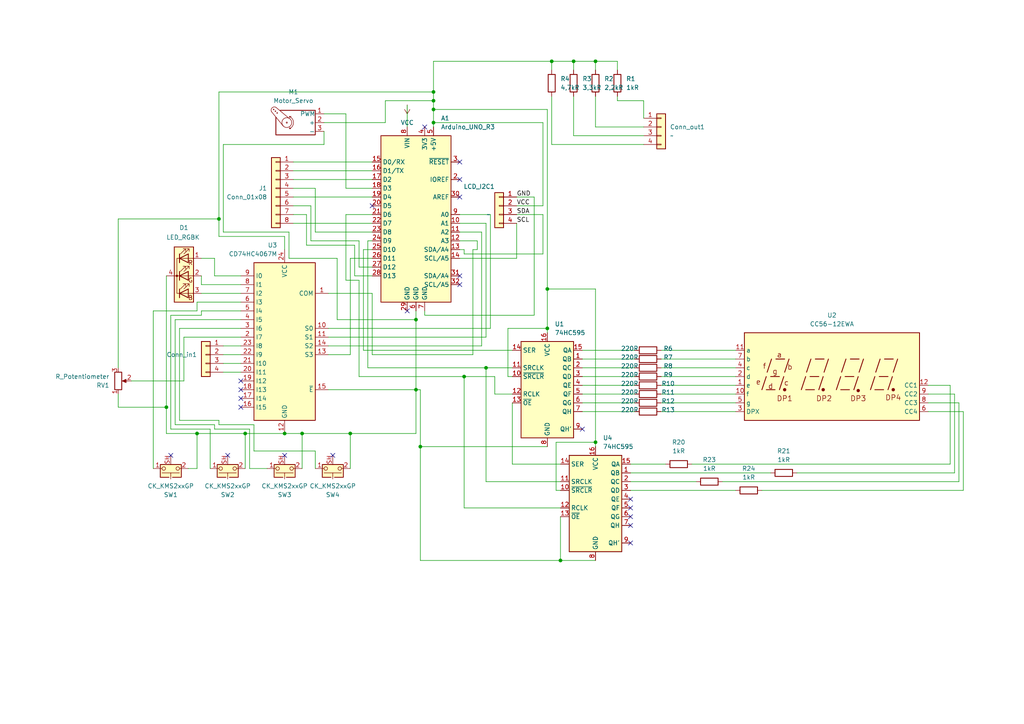
<source format=kicad_sch>
(kicad_sch
	(version 20250114)
	(generator "eeschema")
	(generator_version "9.0")
	(uuid "8a4a7bfe-d063-436b-8677-18d6370ffbd9")
	(paper "A4")
	(lib_symbols
		(symbol "74xx:74HC595"
			(exclude_from_sim no)
			(in_bom yes)
			(on_board yes)
			(property "Reference" "U"
				(at -7.62 13.97 0)
				(effects
					(font
						(size 1.27 1.27)
					)
				)
			)
			(property "Value" "74HC595"
				(at -7.62 -16.51 0)
				(effects
					(font
						(size 1.27 1.27)
					)
				)
			)
			(property "Footprint" ""
				(at 0 0 0)
				(effects
					(font
						(size 1.27 1.27)
					)
					(hide yes)
				)
			)
			(property "Datasheet" "http://www.ti.com/lit/ds/symlink/sn74hc595.pdf"
				(at 0 0 0)
				(effects
					(font
						(size 1.27 1.27)
					)
					(hide yes)
				)
			)
			(property "Description" "8-bit serial in/out Shift Register 3-State Outputs"
				(at 0 0 0)
				(effects
					(font
						(size 1.27 1.27)
					)
					(hide yes)
				)
			)
			(property "ki_keywords" "HCMOS SR 3State"
				(at 0 0 0)
				(effects
					(font
						(size 1.27 1.27)
					)
					(hide yes)
				)
			)
			(property "ki_fp_filters" "DIP*W7.62mm* SOIC*3.9x9.9mm*P1.27mm* TSSOP*4.4x5mm*P0.65mm* SOIC*5.3x10.2mm*P1.27mm* SOIC*7.5x10.3mm*P1.27mm*"
				(at 0 0 0)
				(effects
					(font
						(size 1.27 1.27)
					)
					(hide yes)
				)
			)
			(symbol "74HC595_1_0"
				(pin input line
					(at -10.16 10.16 0)
					(length 2.54)
					(name "SER"
						(effects
							(font
								(size 1.27 1.27)
							)
						)
					)
					(number "14"
						(effects
							(font
								(size 1.27 1.27)
							)
						)
					)
				)
				(pin input line
					(at -10.16 5.08 0)
					(length 2.54)
					(name "SRCLK"
						(effects
							(font
								(size 1.27 1.27)
							)
						)
					)
					(number "11"
						(effects
							(font
								(size 1.27 1.27)
							)
						)
					)
				)
				(pin input line
					(at -10.16 2.54 0)
					(length 2.54)
					(name "~{SRCLR}"
						(effects
							(font
								(size 1.27 1.27)
							)
						)
					)
					(number "10"
						(effects
							(font
								(size 1.27 1.27)
							)
						)
					)
				)
				(pin input line
					(at -10.16 -2.54 0)
					(length 2.54)
					(name "RCLK"
						(effects
							(font
								(size 1.27 1.27)
							)
						)
					)
					(number "12"
						(effects
							(font
								(size 1.27 1.27)
							)
						)
					)
				)
				(pin input line
					(at -10.16 -5.08 0)
					(length 2.54)
					(name "~{OE}"
						(effects
							(font
								(size 1.27 1.27)
							)
						)
					)
					(number "13"
						(effects
							(font
								(size 1.27 1.27)
							)
						)
					)
				)
				(pin power_in line
					(at 0 15.24 270)
					(length 2.54)
					(name "VCC"
						(effects
							(font
								(size 1.27 1.27)
							)
						)
					)
					(number "16"
						(effects
							(font
								(size 1.27 1.27)
							)
						)
					)
				)
				(pin power_in line
					(at 0 -17.78 90)
					(length 2.54)
					(name "GND"
						(effects
							(font
								(size 1.27 1.27)
							)
						)
					)
					(number "8"
						(effects
							(font
								(size 1.27 1.27)
							)
						)
					)
				)
				(pin tri_state line
					(at 10.16 10.16 180)
					(length 2.54)
					(name "QA"
						(effects
							(font
								(size 1.27 1.27)
							)
						)
					)
					(number "15"
						(effects
							(font
								(size 1.27 1.27)
							)
						)
					)
				)
				(pin tri_state line
					(at 10.16 7.62 180)
					(length 2.54)
					(name "QB"
						(effects
							(font
								(size 1.27 1.27)
							)
						)
					)
					(number "1"
						(effects
							(font
								(size 1.27 1.27)
							)
						)
					)
				)
				(pin tri_state line
					(at 10.16 5.08 180)
					(length 2.54)
					(name "QC"
						(effects
							(font
								(size 1.27 1.27)
							)
						)
					)
					(number "2"
						(effects
							(font
								(size 1.27 1.27)
							)
						)
					)
				)
				(pin tri_state line
					(at 10.16 2.54 180)
					(length 2.54)
					(name "QD"
						(effects
							(font
								(size 1.27 1.27)
							)
						)
					)
					(number "3"
						(effects
							(font
								(size 1.27 1.27)
							)
						)
					)
				)
				(pin tri_state line
					(at 10.16 0 180)
					(length 2.54)
					(name "QE"
						(effects
							(font
								(size 1.27 1.27)
							)
						)
					)
					(number "4"
						(effects
							(font
								(size 1.27 1.27)
							)
						)
					)
				)
				(pin tri_state line
					(at 10.16 -2.54 180)
					(length 2.54)
					(name "QF"
						(effects
							(font
								(size 1.27 1.27)
							)
						)
					)
					(number "5"
						(effects
							(font
								(size 1.27 1.27)
							)
						)
					)
				)
				(pin tri_state line
					(at 10.16 -5.08 180)
					(length 2.54)
					(name "QG"
						(effects
							(font
								(size 1.27 1.27)
							)
						)
					)
					(number "6"
						(effects
							(font
								(size 1.27 1.27)
							)
						)
					)
				)
				(pin tri_state line
					(at 10.16 -7.62 180)
					(length 2.54)
					(name "QH"
						(effects
							(font
								(size 1.27 1.27)
							)
						)
					)
					(number "7"
						(effects
							(font
								(size 1.27 1.27)
							)
						)
					)
				)
				(pin output line
					(at 10.16 -12.7 180)
					(length 2.54)
					(name "QH'"
						(effects
							(font
								(size 1.27 1.27)
							)
						)
					)
					(number "9"
						(effects
							(font
								(size 1.27 1.27)
							)
						)
					)
				)
			)
			(symbol "74HC595_1_1"
				(rectangle
					(start -7.62 12.7)
					(end 7.62 -15.24)
					(stroke
						(width 0.254)
						(type default)
					)
					(fill
						(type background)
					)
				)
			)
			(embedded_fonts no)
		)
		(symbol "74xx:CD74HC4067M"
			(exclude_from_sim no)
			(in_bom yes)
			(on_board yes)
			(property "Reference" "U"
				(at -8.89 22.86 0)
				(effects
					(font
						(size 1.27 1.27)
					)
					(justify left)
				)
			)
			(property "Value" "CD74HC4067M"
				(at 1.27 22.86 0)
				(effects
					(font
						(size 1.27 1.27)
					)
					(justify left)
				)
			)
			(property "Footprint" "Package_SO:SOIC-24W_7.5x15.4mm_P1.27mm"
				(at 22.86 -25.4 0)
				(effects
					(font
						(size 1.27 1.27)
						(italic yes)
					)
					(hide yes)
				)
			)
			(property "Datasheet" "http://www.ti.com/lit/ds/symlink/cd74hc4067.pdf"
				(at -8.89 21.59 0)
				(effects
					(font
						(size 1.27 1.27)
					)
					(hide yes)
				)
			)
			(property "Description" "High-Speed CMOS Logic 16-Channel Analog Multiplexer/Demultiplexer, SOIC-24"
				(at 0 0 0)
				(effects
					(font
						(size 1.27 1.27)
					)
					(hide yes)
				)
			)
			(property "ki_keywords" "multiplexer demultiplexer mux demux"
				(at 0 0 0)
				(effects
					(font
						(size 1.27 1.27)
					)
					(hide yes)
				)
			)
			(property "ki_fp_filters" "SOIC*W*7.5x15.4mm*P1.27mm*"
				(at 0 0 0)
				(effects
					(font
						(size 1.27 1.27)
					)
					(hide yes)
				)
			)
			(symbol "CD74HC4067M_0_1"
				(rectangle
					(start -8.89 21.59)
					(end 8.89 -24.13)
					(stroke
						(width 0.254)
						(type default)
					)
					(fill
						(type background)
					)
				)
			)
			(symbol "CD74HC4067M_1_1"
				(pin passive line
					(at -12.7 12.7 0)
					(length 3.81)
					(name "COM"
						(effects
							(font
								(size 1.27 1.27)
							)
						)
					)
					(number "1"
						(effects
							(font
								(size 1.27 1.27)
							)
						)
					)
				)
				(pin input line
					(at -12.7 2.54 0)
					(length 3.81)
					(name "S0"
						(effects
							(font
								(size 1.27 1.27)
							)
						)
					)
					(number "10"
						(effects
							(font
								(size 1.27 1.27)
							)
						)
					)
				)
				(pin input line
					(at -12.7 0 0)
					(length 3.81)
					(name "S1"
						(effects
							(font
								(size 1.27 1.27)
							)
						)
					)
					(number "11"
						(effects
							(font
								(size 1.27 1.27)
							)
						)
					)
				)
				(pin input line
					(at -12.7 -2.54 0)
					(length 3.81)
					(name "S2"
						(effects
							(font
								(size 1.27 1.27)
							)
						)
					)
					(number "14"
						(effects
							(font
								(size 1.27 1.27)
							)
						)
					)
				)
				(pin input line
					(at -12.7 -5.08 0)
					(length 3.81)
					(name "S3"
						(effects
							(font
								(size 1.27 1.27)
							)
						)
					)
					(number "13"
						(effects
							(font
								(size 1.27 1.27)
							)
						)
					)
				)
				(pin input line
					(at -12.7 -15.24 0)
					(length 3.81)
					(name "~{E}"
						(effects
							(font
								(size 1.27 1.27)
							)
						)
					)
					(number "15"
						(effects
							(font
								(size 1.27 1.27)
							)
						)
					)
				)
				(pin power_in line
					(at 0 25.4 270)
					(length 3.81)
					(name "VCC"
						(effects
							(font
								(size 1.27 1.27)
							)
						)
					)
					(number "24"
						(effects
							(font
								(size 1.27 1.27)
							)
						)
					)
				)
				(pin power_in line
					(at 0 -27.94 90)
					(length 3.81)
					(name "GND"
						(effects
							(font
								(size 1.27 1.27)
							)
						)
					)
					(number "12"
						(effects
							(font
								(size 1.27 1.27)
							)
						)
					)
				)
				(pin passive line
					(at 12.7 17.78 180)
					(length 3.81)
					(name "I0"
						(effects
							(font
								(size 1.27 1.27)
							)
						)
					)
					(number "9"
						(effects
							(font
								(size 1.27 1.27)
							)
						)
					)
				)
				(pin passive line
					(at 12.7 15.24 180)
					(length 3.81)
					(name "I1"
						(effects
							(font
								(size 1.27 1.27)
							)
						)
					)
					(number "8"
						(effects
							(font
								(size 1.27 1.27)
							)
						)
					)
				)
				(pin passive line
					(at 12.7 12.7 180)
					(length 3.81)
					(name "I2"
						(effects
							(font
								(size 1.27 1.27)
							)
						)
					)
					(number "7"
						(effects
							(font
								(size 1.27 1.27)
							)
						)
					)
				)
				(pin passive line
					(at 12.7 10.16 180)
					(length 3.81)
					(name "I3"
						(effects
							(font
								(size 1.27 1.27)
							)
						)
					)
					(number "6"
						(effects
							(font
								(size 1.27 1.27)
							)
						)
					)
				)
				(pin passive line
					(at 12.7 7.62 180)
					(length 3.81)
					(name "I4"
						(effects
							(font
								(size 1.27 1.27)
							)
						)
					)
					(number "5"
						(effects
							(font
								(size 1.27 1.27)
							)
						)
					)
				)
				(pin passive line
					(at 12.7 5.08 180)
					(length 3.81)
					(name "I5"
						(effects
							(font
								(size 1.27 1.27)
							)
						)
					)
					(number "4"
						(effects
							(font
								(size 1.27 1.27)
							)
						)
					)
				)
				(pin passive line
					(at 12.7 2.54 180)
					(length 3.81)
					(name "I6"
						(effects
							(font
								(size 1.27 1.27)
							)
						)
					)
					(number "3"
						(effects
							(font
								(size 1.27 1.27)
							)
						)
					)
				)
				(pin passive line
					(at 12.7 0 180)
					(length 3.81)
					(name "I7"
						(effects
							(font
								(size 1.27 1.27)
							)
						)
					)
					(number "2"
						(effects
							(font
								(size 1.27 1.27)
							)
						)
					)
				)
				(pin passive line
					(at 12.7 -2.54 180)
					(length 3.81)
					(name "I8"
						(effects
							(font
								(size 1.27 1.27)
							)
						)
					)
					(number "23"
						(effects
							(font
								(size 1.27 1.27)
							)
						)
					)
				)
				(pin passive line
					(at 12.7 -5.08 180)
					(length 3.81)
					(name "I9"
						(effects
							(font
								(size 1.27 1.27)
							)
						)
					)
					(number "22"
						(effects
							(font
								(size 1.27 1.27)
							)
						)
					)
				)
				(pin passive line
					(at 12.7 -7.62 180)
					(length 3.81)
					(name "I10"
						(effects
							(font
								(size 1.27 1.27)
							)
						)
					)
					(number "21"
						(effects
							(font
								(size 1.27 1.27)
							)
						)
					)
				)
				(pin passive line
					(at 12.7 -10.16 180)
					(length 3.81)
					(name "I11"
						(effects
							(font
								(size 1.27 1.27)
							)
						)
					)
					(number "20"
						(effects
							(font
								(size 1.27 1.27)
							)
						)
					)
				)
				(pin passive line
					(at 12.7 -12.7 180)
					(length 3.81)
					(name "I12"
						(effects
							(font
								(size 1.27 1.27)
							)
						)
					)
					(number "19"
						(effects
							(font
								(size 1.27 1.27)
							)
						)
					)
				)
				(pin passive line
					(at 12.7 -15.24 180)
					(length 3.81)
					(name "I13"
						(effects
							(font
								(size 1.27 1.27)
							)
						)
					)
					(number "18"
						(effects
							(font
								(size 1.27 1.27)
							)
						)
					)
				)
				(pin passive line
					(at 12.7 -17.78 180)
					(length 3.81)
					(name "I14"
						(effects
							(font
								(size 1.27 1.27)
							)
						)
					)
					(number "17"
						(effects
							(font
								(size 1.27 1.27)
							)
						)
					)
				)
				(pin passive line
					(at 12.7 -20.32 180)
					(length 3.81)
					(name "I15"
						(effects
							(font
								(size 1.27 1.27)
							)
						)
					)
					(number "16"
						(effects
							(font
								(size 1.27 1.27)
							)
						)
					)
				)
			)
			(embedded_fonts no)
		)
		(symbol "Connector_Generic:Conn_01x04"
			(pin_names
				(offset 1.016)
				(hide yes)
			)
			(exclude_from_sim no)
			(in_bom yes)
			(on_board yes)
			(property "Reference" "J"
				(at 0 5.08 0)
				(effects
					(font
						(size 1.27 1.27)
					)
				)
			)
			(property "Value" "Conn_01x04"
				(at 0 -7.62 0)
				(effects
					(font
						(size 1.27 1.27)
					)
				)
			)
			(property "Footprint" ""
				(at 0 0 0)
				(effects
					(font
						(size 1.27 1.27)
					)
					(hide yes)
				)
			)
			(property "Datasheet" "~"
				(at 0 0 0)
				(effects
					(font
						(size 1.27 1.27)
					)
					(hide yes)
				)
			)
			(property "Description" "Generic connector, single row, 01x04, script generated (kicad-library-utils/schlib/autogen/connector/)"
				(at 0 0 0)
				(effects
					(font
						(size 1.27 1.27)
					)
					(hide yes)
				)
			)
			(property "ki_keywords" "connector"
				(at 0 0 0)
				(effects
					(font
						(size 1.27 1.27)
					)
					(hide yes)
				)
			)
			(property "ki_fp_filters" "Connector*:*_1x??_*"
				(at 0 0 0)
				(effects
					(font
						(size 1.27 1.27)
					)
					(hide yes)
				)
			)
			(symbol "Conn_01x04_1_1"
				(rectangle
					(start -1.27 3.81)
					(end 1.27 -6.35)
					(stroke
						(width 0.254)
						(type default)
					)
					(fill
						(type background)
					)
				)
				(rectangle
					(start -1.27 2.667)
					(end 0 2.413)
					(stroke
						(width 0.1524)
						(type default)
					)
					(fill
						(type none)
					)
				)
				(rectangle
					(start -1.27 0.127)
					(end 0 -0.127)
					(stroke
						(width 0.1524)
						(type default)
					)
					(fill
						(type none)
					)
				)
				(rectangle
					(start -1.27 -2.413)
					(end 0 -2.667)
					(stroke
						(width 0.1524)
						(type default)
					)
					(fill
						(type none)
					)
				)
				(rectangle
					(start -1.27 -4.953)
					(end 0 -5.207)
					(stroke
						(width 0.1524)
						(type default)
					)
					(fill
						(type none)
					)
				)
				(pin passive line
					(at -5.08 2.54 0)
					(length 3.81)
					(name "Pin_1"
						(effects
							(font
								(size 1.27 1.27)
							)
						)
					)
					(number "1"
						(effects
							(font
								(size 1.27 1.27)
							)
						)
					)
				)
				(pin passive line
					(at -5.08 0 0)
					(length 3.81)
					(name "Pin_2"
						(effects
							(font
								(size 1.27 1.27)
							)
						)
					)
					(number "2"
						(effects
							(font
								(size 1.27 1.27)
							)
						)
					)
				)
				(pin passive line
					(at -5.08 -2.54 0)
					(length 3.81)
					(name "Pin_3"
						(effects
							(font
								(size 1.27 1.27)
							)
						)
					)
					(number "3"
						(effects
							(font
								(size 1.27 1.27)
							)
						)
					)
				)
				(pin passive line
					(at -5.08 -5.08 0)
					(length 3.81)
					(name "Pin_4"
						(effects
							(font
								(size 1.27 1.27)
							)
						)
					)
					(number "4"
						(effects
							(font
								(size 1.27 1.27)
							)
						)
					)
				)
			)
			(embedded_fonts no)
		)
		(symbol "Connector_Generic:Conn_01x08"
			(pin_names
				(offset 1.016)
				(hide yes)
			)
			(exclude_from_sim no)
			(in_bom yes)
			(on_board yes)
			(property "Reference" "J"
				(at 0 10.16 0)
				(effects
					(font
						(size 1.27 1.27)
					)
				)
			)
			(property "Value" "Conn_01x08"
				(at 0 -12.7 0)
				(effects
					(font
						(size 1.27 1.27)
					)
				)
			)
			(property "Footprint" ""
				(at 0 0 0)
				(effects
					(font
						(size 1.27 1.27)
					)
					(hide yes)
				)
			)
			(property "Datasheet" "~"
				(at 0 0 0)
				(effects
					(font
						(size 1.27 1.27)
					)
					(hide yes)
				)
			)
			(property "Description" "Generic connector, single row, 01x08, script generated (kicad-library-utils/schlib/autogen/connector/)"
				(at 0 0 0)
				(effects
					(font
						(size 1.27 1.27)
					)
					(hide yes)
				)
			)
			(property "ki_keywords" "connector"
				(at 0 0 0)
				(effects
					(font
						(size 1.27 1.27)
					)
					(hide yes)
				)
			)
			(property "ki_fp_filters" "Connector*:*_1x??_*"
				(at 0 0 0)
				(effects
					(font
						(size 1.27 1.27)
					)
					(hide yes)
				)
			)
			(symbol "Conn_01x08_1_1"
				(rectangle
					(start -1.27 8.89)
					(end 1.27 -11.43)
					(stroke
						(width 0.254)
						(type default)
					)
					(fill
						(type background)
					)
				)
				(rectangle
					(start -1.27 7.747)
					(end 0 7.493)
					(stroke
						(width 0.1524)
						(type default)
					)
					(fill
						(type none)
					)
				)
				(rectangle
					(start -1.27 5.207)
					(end 0 4.953)
					(stroke
						(width 0.1524)
						(type default)
					)
					(fill
						(type none)
					)
				)
				(rectangle
					(start -1.27 2.667)
					(end 0 2.413)
					(stroke
						(width 0.1524)
						(type default)
					)
					(fill
						(type none)
					)
				)
				(rectangle
					(start -1.27 0.127)
					(end 0 -0.127)
					(stroke
						(width 0.1524)
						(type default)
					)
					(fill
						(type none)
					)
				)
				(rectangle
					(start -1.27 -2.413)
					(end 0 -2.667)
					(stroke
						(width 0.1524)
						(type default)
					)
					(fill
						(type none)
					)
				)
				(rectangle
					(start -1.27 -4.953)
					(end 0 -5.207)
					(stroke
						(width 0.1524)
						(type default)
					)
					(fill
						(type none)
					)
				)
				(rectangle
					(start -1.27 -7.493)
					(end 0 -7.747)
					(stroke
						(width 0.1524)
						(type default)
					)
					(fill
						(type none)
					)
				)
				(rectangle
					(start -1.27 -10.033)
					(end 0 -10.287)
					(stroke
						(width 0.1524)
						(type default)
					)
					(fill
						(type none)
					)
				)
				(pin passive line
					(at -5.08 7.62 0)
					(length 3.81)
					(name "Pin_1"
						(effects
							(font
								(size 1.27 1.27)
							)
						)
					)
					(number "1"
						(effects
							(font
								(size 1.27 1.27)
							)
						)
					)
				)
				(pin passive line
					(at -5.08 5.08 0)
					(length 3.81)
					(name "Pin_2"
						(effects
							(font
								(size 1.27 1.27)
							)
						)
					)
					(number "2"
						(effects
							(font
								(size 1.27 1.27)
							)
						)
					)
				)
				(pin passive line
					(at -5.08 2.54 0)
					(length 3.81)
					(name "Pin_3"
						(effects
							(font
								(size 1.27 1.27)
							)
						)
					)
					(number "3"
						(effects
							(font
								(size 1.27 1.27)
							)
						)
					)
				)
				(pin passive line
					(at -5.08 0 0)
					(length 3.81)
					(name "Pin_4"
						(effects
							(font
								(size 1.27 1.27)
							)
						)
					)
					(number "4"
						(effects
							(font
								(size 1.27 1.27)
							)
						)
					)
				)
				(pin passive line
					(at -5.08 -2.54 0)
					(length 3.81)
					(name "Pin_5"
						(effects
							(font
								(size 1.27 1.27)
							)
						)
					)
					(number "5"
						(effects
							(font
								(size 1.27 1.27)
							)
						)
					)
				)
				(pin passive line
					(at -5.08 -5.08 0)
					(length 3.81)
					(name "Pin_6"
						(effects
							(font
								(size 1.27 1.27)
							)
						)
					)
					(number "6"
						(effects
							(font
								(size 1.27 1.27)
							)
						)
					)
				)
				(pin passive line
					(at -5.08 -7.62 0)
					(length 3.81)
					(name "Pin_7"
						(effects
							(font
								(size 1.27 1.27)
							)
						)
					)
					(number "7"
						(effects
							(font
								(size 1.27 1.27)
							)
						)
					)
				)
				(pin passive line
					(at -5.08 -10.16 0)
					(length 3.81)
					(name "Pin_8"
						(effects
							(font
								(size 1.27 1.27)
							)
						)
					)
					(number "8"
						(effects
							(font
								(size 1.27 1.27)
							)
						)
					)
				)
			)
			(embedded_fonts no)
		)
		(symbol "Device:LED_RGBK"
			(pin_names
				(offset 0)
				(hide yes)
			)
			(exclude_from_sim no)
			(in_bom yes)
			(on_board yes)
			(property "Reference" "D"
				(at 0 9.398 0)
				(effects
					(font
						(size 1.27 1.27)
					)
				)
			)
			(property "Value" "LED_RGBK"
				(at 0 -8.89 0)
				(effects
					(font
						(size 1.27 1.27)
					)
				)
			)
			(property "Footprint" ""
				(at 0 -1.27 0)
				(effects
					(font
						(size 1.27 1.27)
					)
					(hide yes)
				)
			)
			(property "Datasheet" "~"
				(at 0 -1.27 0)
				(effects
					(font
						(size 1.27 1.27)
					)
					(hide yes)
				)
			)
			(property "Description" "RGB LED, red/green/blue/cathode"
				(at 0 0 0)
				(effects
					(font
						(size 1.27 1.27)
					)
					(hide yes)
				)
			)
			(property "ki_keywords" "LED RGB diode"
				(at 0 0 0)
				(effects
					(font
						(size 1.27 1.27)
					)
					(hide yes)
				)
			)
			(property "ki_fp_filters" "LED* LED_SMD:* LED_THT:*"
				(at 0 0 0)
				(effects
					(font
						(size 1.27 1.27)
					)
					(hide yes)
				)
			)
			(symbol "LED_RGBK_0_0"
				(text "R"
					(at 1.905 3.81 0)
					(effects
						(font
							(size 1.27 1.27)
						)
					)
				)
				(text "G"
					(at 1.905 -1.27 0)
					(effects
						(font
							(size 1.27 1.27)
						)
					)
				)
				(text "B"
					(at 1.905 -6.35 0)
					(effects
						(font
							(size 1.27 1.27)
						)
					)
				)
			)
			(symbol "LED_RGBK_0_1"
				(circle
					(center -2.032 0)
					(radius 0.254)
					(stroke
						(width 0)
						(type default)
					)
					(fill
						(type outline)
					)
				)
				(polyline
					(pts
						(xy -1.27 6.35) (xy -1.27 3.81)
					)
					(stroke
						(width 0.254)
						(type default)
					)
					(fill
						(type none)
					)
				)
				(polyline
					(pts
						(xy -1.27 6.35) (xy -1.27 3.81) (xy -1.27 3.81)
					)
					(stroke
						(width 0)
						(type default)
					)
					(fill
						(type none)
					)
				)
				(polyline
					(pts
						(xy -1.27 5.08) (xy 1.27 5.08)
					)
					(stroke
						(width 0)
						(type default)
					)
					(fill
						(type none)
					)
				)
				(polyline
					(pts
						(xy -1.27 5.08) (xy -2.032 5.08) (xy -2.032 -5.08) (xy -1.016 -5.08)
					)
					(stroke
						(width 0)
						(type default)
					)
					(fill
						(type none)
					)
				)
				(polyline
					(pts
						(xy -1.27 1.27) (xy -1.27 -1.27)
					)
					(stroke
						(width 0.254)
						(type default)
					)
					(fill
						(type none)
					)
				)
				(polyline
					(pts
						(xy -1.27 1.27) (xy -1.27 -1.27) (xy -1.27 -1.27)
					)
					(stroke
						(width 0)
						(type default)
					)
					(fill
						(type none)
					)
				)
				(polyline
					(pts
						(xy -1.27 0) (xy -2.54 0)
					)
					(stroke
						(width 0)
						(type default)
					)
					(fill
						(type none)
					)
				)
				(polyline
					(pts
						(xy -1.27 -3.81) (xy -1.27 -6.35)
					)
					(stroke
						(width 0.254)
						(type default)
					)
					(fill
						(type none)
					)
				)
				(polyline
					(pts
						(xy -1.27 -5.08) (xy 1.27 -5.08)
					)
					(stroke
						(width 0)
						(type default)
					)
					(fill
						(type none)
					)
				)
				(polyline
					(pts
						(xy -1.016 6.35) (xy 0.508 7.874) (xy -0.254 7.874) (xy 0.508 7.874) (xy 0.508 7.112)
					)
					(stroke
						(width 0)
						(type default)
					)
					(fill
						(type none)
					)
				)
				(polyline
					(pts
						(xy -1.016 1.27) (xy 0.508 2.794) (xy -0.254 2.794) (xy 0.508 2.794) (xy 0.508 2.032)
					)
					(stroke
						(width 0)
						(type default)
					)
					(fill
						(type none)
					)
				)
				(polyline
					(pts
						(xy -1.016 -3.81) (xy 0.508 -2.286) (xy -0.254 -2.286) (xy 0.508 -2.286) (xy 0.508 -3.048)
					)
					(stroke
						(width 0)
						(type default)
					)
					(fill
						(type none)
					)
				)
				(polyline
					(pts
						(xy 0 6.35) (xy 1.524 7.874) (xy 0.762 7.874) (xy 1.524 7.874) (xy 1.524 7.112)
					)
					(stroke
						(width 0)
						(type default)
					)
					(fill
						(type none)
					)
				)
				(polyline
					(pts
						(xy 0 1.27) (xy 1.524 2.794) (xy 0.762 2.794) (xy 1.524 2.794) (xy 1.524 2.032)
					)
					(stroke
						(width 0)
						(type default)
					)
					(fill
						(type none)
					)
				)
				(polyline
					(pts
						(xy 0 -3.81) (xy 1.524 -2.286) (xy 0.762 -2.286) (xy 1.524 -2.286) (xy 1.524 -3.048)
					)
					(stroke
						(width 0)
						(type default)
					)
					(fill
						(type none)
					)
				)
				(polyline
					(pts
						(xy 1.27 6.35) (xy 1.27 3.81) (xy -1.27 5.08) (xy 1.27 6.35)
					)
					(stroke
						(width 0.254)
						(type default)
					)
					(fill
						(type none)
					)
				)
				(rectangle
					(start 1.27 6.35)
					(end 1.27 6.35)
					(stroke
						(width 0)
						(type default)
					)
					(fill
						(type none)
					)
				)
				(polyline
					(pts
						(xy 1.27 5.08) (xy 2.54 5.08)
					)
					(stroke
						(width 0)
						(type default)
					)
					(fill
						(type none)
					)
				)
				(rectangle
					(start 1.27 3.81)
					(end 1.27 6.35)
					(stroke
						(width 0)
						(type default)
					)
					(fill
						(type none)
					)
				)
				(polyline
					(pts
						(xy 1.27 1.27) (xy 1.27 -1.27) (xy -1.27 0) (xy 1.27 1.27)
					)
					(stroke
						(width 0.254)
						(type default)
					)
					(fill
						(type none)
					)
				)
				(rectangle
					(start 1.27 1.27)
					(end 1.27 1.27)
					(stroke
						(width 0)
						(type default)
					)
					(fill
						(type none)
					)
				)
				(polyline
					(pts
						(xy 1.27 0) (xy -1.27 0)
					)
					(stroke
						(width 0)
						(type default)
					)
					(fill
						(type none)
					)
				)
				(polyline
					(pts
						(xy 1.27 0) (xy 2.54 0)
					)
					(stroke
						(width 0)
						(type default)
					)
					(fill
						(type none)
					)
				)
				(rectangle
					(start 1.27 -1.27)
					(end 1.27 1.27)
					(stroke
						(width 0)
						(type default)
					)
					(fill
						(type none)
					)
				)
				(polyline
					(pts
						(xy 1.27 -3.81) (xy 1.27 -6.35) (xy -1.27 -5.08) (xy 1.27 -3.81)
					)
					(stroke
						(width 0.254)
						(type default)
					)
					(fill
						(type none)
					)
				)
				(polyline
					(pts
						(xy 1.27 -5.08) (xy 2.54 -5.08)
					)
					(stroke
						(width 0)
						(type default)
					)
					(fill
						(type none)
					)
				)
				(rectangle
					(start 2.794 8.382)
					(end -2.794 -7.62)
					(stroke
						(width 0.254)
						(type default)
					)
					(fill
						(type background)
					)
				)
			)
			(symbol "LED_RGBK_1_1"
				(pin passive line
					(at -5.08 0 0)
					(length 2.54)
					(name "K"
						(effects
							(font
								(size 1.27 1.27)
							)
						)
					)
					(number "4"
						(effects
							(font
								(size 1.27 1.27)
							)
						)
					)
				)
				(pin passive line
					(at 5.08 5.08 180)
					(length 2.54)
					(name "RA"
						(effects
							(font
								(size 1.27 1.27)
							)
						)
					)
					(number "1"
						(effects
							(font
								(size 1.27 1.27)
							)
						)
					)
				)
				(pin passive line
					(at 5.08 0 180)
					(length 2.54)
					(name "GA"
						(effects
							(font
								(size 1.27 1.27)
							)
						)
					)
					(number "2"
						(effects
							(font
								(size 1.27 1.27)
							)
						)
					)
				)
				(pin passive line
					(at 5.08 -5.08 180)
					(length 2.54)
					(name "BA"
						(effects
							(font
								(size 1.27 1.27)
							)
						)
					)
					(number "3"
						(effects
							(font
								(size 1.27 1.27)
							)
						)
					)
				)
			)
			(embedded_fonts no)
		)
		(symbol "Device:R"
			(pin_numbers
				(hide yes)
			)
			(pin_names
				(offset 0)
			)
			(exclude_from_sim no)
			(in_bom yes)
			(on_board yes)
			(property "Reference" "R"
				(at 2.032 0 90)
				(effects
					(font
						(size 1.27 1.27)
					)
				)
			)
			(property "Value" "R"
				(at 0 0 90)
				(effects
					(font
						(size 1.27 1.27)
					)
				)
			)
			(property "Footprint" ""
				(at -1.778 0 90)
				(effects
					(font
						(size 1.27 1.27)
					)
					(hide yes)
				)
			)
			(property "Datasheet" "~"
				(at 0 0 0)
				(effects
					(font
						(size 1.27 1.27)
					)
					(hide yes)
				)
			)
			(property "Description" "Resistor"
				(at 0 0 0)
				(effects
					(font
						(size 1.27 1.27)
					)
					(hide yes)
				)
			)
			(property "ki_keywords" "R res resistor"
				(at 0 0 0)
				(effects
					(font
						(size 1.27 1.27)
					)
					(hide yes)
				)
			)
			(property "ki_fp_filters" "R_*"
				(at 0 0 0)
				(effects
					(font
						(size 1.27 1.27)
					)
					(hide yes)
				)
			)
			(symbol "R_0_1"
				(rectangle
					(start -1.016 -2.54)
					(end 1.016 2.54)
					(stroke
						(width 0.254)
						(type default)
					)
					(fill
						(type none)
					)
				)
			)
			(symbol "R_1_1"
				(pin passive line
					(at 0 3.81 270)
					(length 1.27)
					(name "~"
						(effects
							(font
								(size 1.27 1.27)
							)
						)
					)
					(number "1"
						(effects
							(font
								(size 1.27 1.27)
							)
						)
					)
				)
				(pin passive line
					(at 0 -3.81 90)
					(length 1.27)
					(name "~"
						(effects
							(font
								(size 1.27 1.27)
							)
						)
					)
					(number "2"
						(effects
							(font
								(size 1.27 1.27)
							)
						)
					)
				)
			)
			(embedded_fonts no)
		)
		(symbol "Device:R_Potentiometer"
			(pin_names
				(offset 1.016)
				(hide yes)
			)
			(exclude_from_sim no)
			(in_bom yes)
			(on_board yes)
			(property "Reference" "RV"
				(at -4.445 0 90)
				(effects
					(font
						(size 1.27 1.27)
					)
				)
			)
			(property "Value" "R_Potentiometer"
				(at -2.54 0 90)
				(effects
					(font
						(size 1.27 1.27)
					)
				)
			)
			(property "Footprint" ""
				(at 0 0 0)
				(effects
					(font
						(size 1.27 1.27)
					)
					(hide yes)
				)
			)
			(property "Datasheet" "~"
				(at 0 0 0)
				(effects
					(font
						(size 1.27 1.27)
					)
					(hide yes)
				)
			)
			(property "Description" "Potentiometer"
				(at 0 0 0)
				(effects
					(font
						(size 1.27 1.27)
					)
					(hide yes)
				)
			)
			(property "ki_keywords" "resistor variable"
				(at 0 0 0)
				(effects
					(font
						(size 1.27 1.27)
					)
					(hide yes)
				)
			)
			(property "ki_fp_filters" "Potentiometer*"
				(at 0 0 0)
				(effects
					(font
						(size 1.27 1.27)
					)
					(hide yes)
				)
			)
			(symbol "R_Potentiometer_0_1"
				(rectangle
					(start 1.016 2.54)
					(end -1.016 -2.54)
					(stroke
						(width 0.254)
						(type default)
					)
					(fill
						(type none)
					)
				)
				(polyline
					(pts
						(xy 1.143 0) (xy 2.286 0.508) (xy 2.286 -0.508) (xy 1.143 0)
					)
					(stroke
						(width 0)
						(type default)
					)
					(fill
						(type outline)
					)
				)
				(polyline
					(pts
						(xy 2.54 0) (xy 1.524 0)
					)
					(stroke
						(width 0)
						(type default)
					)
					(fill
						(type none)
					)
				)
			)
			(symbol "R_Potentiometer_1_1"
				(pin passive line
					(at 0 3.81 270)
					(length 1.27)
					(name "1"
						(effects
							(font
								(size 1.27 1.27)
							)
						)
					)
					(number "1"
						(effects
							(font
								(size 1.27 1.27)
							)
						)
					)
				)
				(pin passive line
					(at 0 -3.81 90)
					(length 1.27)
					(name "3"
						(effects
							(font
								(size 1.27 1.27)
							)
						)
					)
					(number "3"
						(effects
							(font
								(size 1.27 1.27)
							)
						)
					)
				)
				(pin passive line
					(at 3.81 0 180)
					(length 1.27)
					(name "2"
						(effects
							(font
								(size 1.27 1.27)
							)
						)
					)
					(number "2"
						(effects
							(font
								(size 1.27 1.27)
							)
						)
					)
				)
			)
			(embedded_fonts no)
		)
		(symbol "Display_Character:CC56-12EWA"
			(exclude_from_sim no)
			(in_bom yes)
			(on_board yes)
			(property "Reference" "U"
				(at -24.13 13.97 0)
				(effects
					(font
						(size 1.27 1.27)
					)
				)
			)
			(property "Value" "CC56-12EWA"
				(at 19.05 13.97 0)
				(effects
					(font
						(size 1.27 1.27)
					)
				)
			)
			(property "Footprint" "Display_7Segment:CA56-12EWA"
				(at 0 -15.24 0)
				(effects
					(font
						(size 1.27 1.27)
					)
					(hide yes)
				)
			)
			(property "Datasheet" "http://www.kingbrightusa.com/images/catalog/SPEC/CA56-12EWA.pdf"
				(at -10.922 0.762 0)
				(effects
					(font
						(size 1.27 1.27)
					)
					(hide yes)
				)
			)
			(property "Description" "4 digit 7 segment high efficiency red LED, common cathode"
				(at 0 0 0)
				(effects
					(font
						(size 1.27 1.27)
					)
					(hide yes)
				)
			)
			(property "ki_keywords" "display LED 7-segment"
				(at 0 0 0)
				(effects
					(font
						(size 1.27 1.27)
					)
					(hide yes)
				)
			)
			(property "ki_fp_filters" "*CA56*12EWA*"
				(at 0 0 0)
				(effects
					(font
						(size 1.27 1.27)
					)
					(hide yes)
				)
			)
			(symbol "CC56-12EWA_0_0"
				(rectangle
					(start -25.4 12.7)
					(end 25.4 -12.7)
					(stroke
						(width 0.254)
						(type default)
					)
					(fill
						(type background)
					)
				)
				(polyline
					(pts
						(xy -20.32 -3.81) (xy -19.05 0)
					)
					(stroke
						(width 0.254)
						(type default)
					)
					(fill
						(type none)
					)
				)
				(polyline
					(pts
						(xy -19.05 -3.81) (xy -16.51 -3.81)
					)
					(stroke
						(width 0.254)
						(type default)
					)
					(fill
						(type none)
					)
				)
				(polyline
					(pts
						(xy -18.796 1.27) (xy -17.526 5.08)
					)
					(stroke
						(width 0.254)
						(type default)
					)
					(fill
						(type none)
					)
				)
				(polyline
					(pts
						(xy -17.78 0) (xy -15.24 0)
					)
					(stroke
						(width 0.254)
						(type default)
					)
					(fill
						(type none)
					)
				)
				(polyline
					(pts
						(xy -16.256 5.08) (xy -13.716 5.08)
					)
					(stroke
						(width 0.254)
						(type default)
					)
					(fill
						(type none)
					)
				)
				(polyline
					(pts
						(xy -15.24 -3.81) (xy -13.97 0)
					)
					(stroke
						(width 0.254)
						(type default)
					)
					(fill
						(type none)
					)
				)
				(polyline
					(pts
						(xy -13.716 1.27) (xy -12.446 5.08)
					)
					(stroke
						(width 0.254)
						(type default)
					)
					(fill
						(type none)
					)
				)
				(polyline
					(pts
						(xy -8.89 -3.81) (xy -7.62 0)
					)
					(stroke
						(width 0.254)
						(type default)
					)
					(fill
						(type none)
					)
				)
				(polyline
					(pts
						(xy -7.62 -3.81) (xy -5.08 -3.81)
					)
					(stroke
						(width 0.254)
						(type default)
					)
					(fill
						(type none)
					)
				)
				(polyline
					(pts
						(xy -7.366 1.27) (xy -6.096 5.08)
					)
					(stroke
						(width 0.254)
						(type default)
					)
					(fill
						(type none)
					)
				)
				(polyline
					(pts
						(xy -6.35 0) (xy -3.81 0)
					)
					(stroke
						(width 0.254)
						(type default)
					)
					(fill
						(type none)
					)
				)
				(polyline
					(pts
						(xy -4.826 5.08) (xy -2.286 5.08)
					)
					(stroke
						(width 0.254)
						(type default)
					)
					(fill
						(type none)
					)
				)
				(polyline
					(pts
						(xy -3.81 -3.81) (xy -2.54 0)
					)
					(stroke
						(width 0.254)
						(type default)
					)
					(fill
						(type none)
					)
				)
				(polyline
					(pts
						(xy -2.286 1.27) (xy -1.016 5.08)
					)
					(stroke
						(width 0.254)
						(type default)
					)
					(fill
						(type none)
					)
				)
				(polyline
					(pts
						(xy 1.27 -3.81) (xy 2.54 0)
					)
					(stroke
						(width 0.254)
						(type default)
					)
					(fill
						(type none)
					)
				)
				(polyline
					(pts
						(xy 2.54 -3.81) (xy 5.08 -3.81)
					)
					(stroke
						(width 0.254)
						(type default)
					)
					(fill
						(type none)
					)
				)
				(polyline
					(pts
						(xy 2.794 1.27) (xy 4.064 5.08)
					)
					(stroke
						(width 0.254)
						(type default)
					)
					(fill
						(type none)
					)
				)
				(polyline
					(pts
						(xy 3.81 0) (xy 6.35 0)
					)
					(stroke
						(width 0.254)
						(type default)
					)
					(fill
						(type none)
					)
				)
				(polyline
					(pts
						(xy 5.334 5.08) (xy 7.874 5.08)
					)
					(stroke
						(width 0.254)
						(type default)
					)
					(fill
						(type none)
					)
				)
				(polyline
					(pts
						(xy 6.35 -3.81) (xy 7.62 0)
					)
					(stroke
						(width 0.254)
						(type default)
					)
					(fill
						(type none)
					)
				)
				(polyline
					(pts
						(xy 7.874 1.27) (xy 9.144 5.08)
					)
					(stroke
						(width 0.254)
						(type default)
					)
					(fill
						(type none)
					)
				)
				(polyline
					(pts
						(xy 11.176 -3.81) (xy 12.446 0)
					)
					(stroke
						(width 0.254)
						(type default)
					)
					(fill
						(type none)
					)
				)
				(polyline
					(pts
						(xy 12.446 -3.81) (xy 14.986 -3.81)
					)
					(stroke
						(width 0.254)
						(type default)
					)
					(fill
						(type none)
					)
				)
				(polyline
					(pts
						(xy 12.7 1.27) (xy 13.97 5.08)
					)
					(stroke
						(width 0.254)
						(type default)
					)
					(fill
						(type none)
					)
				)
				(polyline
					(pts
						(xy 13.716 0) (xy 16.256 0)
					)
					(stroke
						(width 0.254)
						(type default)
					)
					(fill
						(type none)
					)
				)
				(polyline
					(pts
						(xy 15.24 5.08) (xy 17.78 5.08)
					)
					(stroke
						(width 0.254)
						(type default)
					)
					(fill
						(type none)
					)
				)
				(polyline
					(pts
						(xy 16.256 -3.81) (xy 17.526 0)
					)
					(stroke
						(width 0.254)
						(type default)
					)
					(fill
						(type none)
					)
				)
				(polyline
					(pts
						(xy 17.78 1.27) (xy 19.05 5.08)
					)
					(stroke
						(width 0.254)
						(type default)
					)
					(fill
						(type none)
					)
				)
				(text "e"
					(at -21.336 -1.524 0)
					(effects
						(font
							(size 1.524 1.524)
						)
					)
				)
				(text "f"
					(at -19.558 3.048 0)
					(effects
						(font
							(size 1.524 1.524)
						)
					)
				)
				(text "d"
					(at -17.78 -2.794 0)
					(effects
						(font
							(size 1.524 1.524)
						)
					)
				)
				(text "g"
					(at -16.51 1.524 0)
					(effects
						(font
							(size 1.524 1.524)
						)
					)
				)
				(text "a"
					(at -15.24 6.35 0)
					(effects
						(font
							(size 1.524 1.524)
						)
					)
				)
				(text "DP1"
					(at -13.716 -6.35 0)
					(effects
						(font
							(size 1.524 1.524)
						)
					)
				)
				(text "c"
					(at -13.208 -1.778 0)
					(effects
						(font
							(size 1.524 1.524)
						)
					)
				)
				(text "b"
					(at -12.192 2.794 0)
					(effects
						(font
							(size 1.524 1.524)
						)
					)
				)
				(text "DP2"
					(at -2.286 -6.35 0)
					(effects
						(font
							(size 1.524 1.524)
						)
					)
				)
				(text "DP3"
					(at 7.62 -6.35 0)
					(effects
						(font
							(size 1.524 1.524)
						)
					)
				)
				(text "DP4"
					(at 17.78 -6.096 0)
					(effects
						(font
							(size 1.524 1.524)
						)
					)
				)
			)
			(symbol "CC56-12EWA_0_1"
				(circle
					(center -13.716 -3.81)
					(radius 0.3556)
					(stroke
						(width 0.254)
						(type default)
					)
					(fill
						(type outline)
					)
				)
				(circle
					(center -2.54 -3.81)
					(radius 0.3556)
					(stroke
						(width 0.254)
						(type default)
					)
					(fill
						(type outline)
					)
				)
			)
			(symbol "CC56-12EWA_1_0"
				(circle
					(center 7.62 -4.064)
					(radius 0.3556)
					(stroke
						(width 0.254)
						(type default)
					)
					(fill
						(type outline)
					)
				)
				(circle
					(center 17.78 -3.81)
					(radius 0.3556)
					(stroke
						(width 0.254)
						(type default)
					)
					(fill
						(type outline)
					)
				)
			)
			(symbol "CC56-12EWA_1_1"
				(pin input line
					(at -27.94 7.62 0)
					(length 2.54)
					(name "a"
						(effects
							(font
								(size 1.27 1.27)
							)
						)
					)
					(number "11"
						(effects
							(font
								(size 1.27 1.27)
							)
						)
					)
				)
				(pin input line
					(at -27.94 5.08 0)
					(length 2.54)
					(name "b"
						(effects
							(font
								(size 1.27 1.27)
							)
						)
					)
					(number "7"
						(effects
							(font
								(size 1.27 1.27)
							)
						)
					)
				)
				(pin input line
					(at -27.94 2.54 0)
					(length 2.54)
					(name "c"
						(effects
							(font
								(size 1.27 1.27)
							)
						)
					)
					(number "4"
						(effects
							(font
								(size 1.27 1.27)
							)
						)
					)
				)
				(pin input line
					(at -27.94 0 0)
					(length 2.54)
					(name "d"
						(effects
							(font
								(size 1.27 1.27)
							)
						)
					)
					(number "2"
						(effects
							(font
								(size 1.27 1.27)
							)
						)
					)
				)
				(pin input line
					(at -27.94 -2.54 0)
					(length 2.54)
					(name "e"
						(effects
							(font
								(size 1.27 1.27)
							)
						)
					)
					(number "1"
						(effects
							(font
								(size 1.27 1.27)
							)
						)
					)
				)
				(pin input line
					(at -27.94 -5.08 0)
					(length 2.54)
					(name "f"
						(effects
							(font
								(size 1.27 1.27)
							)
						)
					)
					(number "10"
						(effects
							(font
								(size 1.27 1.27)
							)
						)
					)
				)
				(pin input line
					(at -27.94 -7.62 0)
					(length 2.54)
					(name "g"
						(effects
							(font
								(size 1.27 1.27)
							)
						)
					)
					(number "5"
						(effects
							(font
								(size 1.27 1.27)
							)
						)
					)
				)
				(pin input line
					(at -27.94 -10.16 0)
					(length 2.54)
					(name "DPX"
						(effects
							(font
								(size 1.27 1.27)
							)
						)
					)
					(number "3"
						(effects
							(font
								(size 1.27 1.27)
							)
						)
					)
				)
				(pin input line
					(at 27.94 -2.54 180)
					(length 2.54)
					(name "CC1"
						(effects
							(font
								(size 1.27 1.27)
							)
						)
					)
					(number "12"
						(effects
							(font
								(size 1.27 1.27)
							)
						)
					)
				)
				(pin input line
					(at 27.94 -5.08 180)
					(length 2.54)
					(name "CC2"
						(effects
							(font
								(size 1.27 1.27)
							)
						)
					)
					(number "9"
						(effects
							(font
								(size 1.27 1.27)
							)
						)
					)
				)
				(pin input line
					(at 27.94 -7.62 180)
					(length 2.54)
					(name "CC3"
						(effects
							(font
								(size 1.27 1.27)
							)
						)
					)
					(number "8"
						(effects
							(font
								(size 1.27 1.27)
							)
						)
					)
				)
				(pin input line
					(at 27.94 -10.16 180)
					(length 2.54)
					(name "CC4"
						(effects
							(font
								(size 1.27 1.27)
							)
						)
					)
					(number "6"
						(effects
							(font
								(size 1.27 1.27)
							)
						)
					)
				)
			)
			(embedded_fonts no)
		)
		(symbol "MCU_Module:Arduino_UNO_R3"
			(exclude_from_sim no)
			(in_bom yes)
			(on_board yes)
			(property "Reference" "A"
				(at -10.16 23.495 0)
				(effects
					(font
						(size 1.27 1.27)
					)
					(justify left bottom)
				)
			)
			(property "Value" "Arduino_UNO_R3"
				(at 5.08 -26.67 0)
				(effects
					(font
						(size 1.27 1.27)
					)
					(justify left top)
				)
			)
			(property "Footprint" "Module:Arduino_UNO_R3"
				(at 0 0 0)
				(effects
					(font
						(size 1.27 1.27)
						(italic yes)
					)
					(hide yes)
				)
			)
			(property "Datasheet" "https://www.arduino.cc/en/Main/arduinoBoardUno"
				(at 0 0 0)
				(effects
					(font
						(size 1.27 1.27)
					)
					(hide yes)
				)
			)
			(property "Description" "Arduino UNO Microcontroller Module, release 3"
				(at 0 0 0)
				(effects
					(font
						(size 1.27 1.27)
					)
					(hide yes)
				)
			)
			(property "ki_keywords" "Arduino UNO R3 Microcontroller Module Atmel AVR USB"
				(at 0 0 0)
				(effects
					(font
						(size 1.27 1.27)
					)
					(hide yes)
				)
			)
			(property "ki_fp_filters" "Arduino*UNO*R3*"
				(at 0 0 0)
				(effects
					(font
						(size 1.27 1.27)
					)
					(hide yes)
				)
			)
			(symbol "Arduino_UNO_R3_0_1"
				(rectangle
					(start -10.16 22.86)
					(end 10.16 -25.4)
					(stroke
						(width 0.254)
						(type default)
					)
					(fill
						(type background)
					)
				)
			)
			(symbol "Arduino_UNO_R3_1_1"
				(pin bidirectional line
					(at -12.7 15.24 0)
					(length 2.54)
					(name "D0/RX"
						(effects
							(font
								(size 1.27 1.27)
							)
						)
					)
					(number "15"
						(effects
							(font
								(size 1.27 1.27)
							)
						)
					)
				)
				(pin bidirectional line
					(at -12.7 12.7 0)
					(length 2.54)
					(name "D1/TX"
						(effects
							(font
								(size 1.27 1.27)
							)
						)
					)
					(number "16"
						(effects
							(font
								(size 1.27 1.27)
							)
						)
					)
				)
				(pin bidirectional line
					(at -12.7 10.16 0)
					(length 2.54)
					(name "D2"
						(effects
							(font
								(size 1.27 1.27)
							)
						)
					)
					(number "17"
						(effects
							(font
								(size 1.27 1.27)
							)
						)
					)
				)
				(pin bidirectional line
					(at -12.7 7.62 0)
					(length 2.54)
					(name "D3"
						(effects
							(font
								(size 1.27 1.27)
							)
						)
					)
					(number "18"
						(effects
							(font
								(size 1.27 1.27)
							)
						)
					)
				)
				(pin bidirectional line
					(at -12.7 5.08 0)
					(length 2.54)
					(name "D4"
						(effects
							(font
								(size 1.27 1.27)
							)
						)
					)
					(number "19"
						(effects
							(font
								(size 1.27 1.27)
							)
						)
					)
				)
				(pin bidirectional line
					(at -12.7 2.54 0)
					(length 2.54)
					(name "D5"
						(effects
							(font
								(size 1.27 1.27)
							)
						)
					)
					(number "20"
						(effects
							(font
								(size 1.27 1.27)
							)
						)
					)
				)
				(pin bidirectional line
					(at -12.7 0 0)
					(length 2.54)
					(name "D6"
						(effects
							(font
								(size 1.27 1.27)
							)
						)
					)
					(number "21"
						(effects
							(font
								(size 1.27 1.27)
							)
						)
					)
				)
				(pin bidirectional line
					(at -12.7 -2.54 0)
					(length 2.54)
					(name "D7"
						(effects
							(font
								(size 1.27 1.27)
							)
						)
					)
					(number "22"
						(effects
							(font
								(size 1.27 1.27)
							)
						)
					)
				)
				(pin bidirectional line
					(at -12.7 -5.08 0)
					(length 2.54)
					(name "D8"
						(effects
							(font
								(size 1.27 1.27)
							)
						)
					)
					(number "23"
						(effects
							(font
								(size 1.27 1.27)
							)
						)
					)
				)
				(pin bidirectional line
					(at -12.7 -7.62 0)
					(length 2.54)
					(name "D9"
						(effects
							(font
								(size 1.27 1.27)
							)
						)
					)
					(number "24"
						(effects
							(font
								(size 1.27 1.27)
							)
						)
					)
				)
				(pin bidirectional line
					(at -12.7 -10.16 0)
					(length 2.54)
					(name "D10"
						(effects
							(font
								(size 1.27 1.27)
							)
						)
					)
					(number "25"
						(effects
							(font
								(size 1.27 1.27)
							)
						)
					)
				)
				(pin bidirectional line
					(at -12.7 -12.7 0)
					(length 2.54)
					(name "D11"
						(effects
							(font
								(size 1.27 1.27)
							)
						)
					)
					(number "26"
						(effects
							(font
								(size 1.27 1.27)
							)
						)
					)
				)
				(pin bidirectional line
					(at -12.7 -15.24 0)
					(length 2.54)
					(name "D12"
						(effects
							(font
								(size 1.27 1.27)
							)
						)
					)
					(number "27"
						(effects
							(font
								(size 1.27 1.27)
							)
						)
					)
				)
				(pin bidirectional line
					(at -12.7 -17.78 0)
					(length 2.54)
					(name "D13"
						(effects
							(font
								(size 1.27 1.27)
							)
						)
					)
					(number "28"
						(effects
							(font
								(size 1.27 1.27)
							)
						)
					)
				)
				(pin no_connect line
					(at -10.16 -20.32 0)
					(length 2.54)
					(hide yes)
					(name "NC"
						(effects
							(font
								(size 1.27 1.27)
							)
						)
					)
					(number "1"
						(effects
							(font
								(size 1.27 1.27)
							)
						)
					)
				)
				(pin power_in line
					(at -2.54 25.4 270)
					(length 2.54)
					(name "VIN"
						(effects
							(font
								(size 1.27 1.27)
							)
						)
					)
					(number "8"
						(effects
							(font
								(size 1.27 1.27)
							)
						)
					)
				)
				(pin power_in line
					(at -2.54 -27.94 90)
					(length 2.54)
					(name "GND"
						(effects
							(font
								(size 1.27 1.27)
							)
						)
					)
					(number "29"
						(effects
							(font
								(size 1.27 1.27)
							)
						)
					)
				)
				(pin power_in line
					(at 0 -27.94 90)
					(length 2.54)
					(name "GND"
						(effects
							(font
								(size 1.27 1.27)
							)
						)
					)
					(number "6"
						(effects
							(font
								(size 1.27 1.27)
							)
						)
					)
				)
				(pin power_out line
					(at 2.54 25.4 270)
					(length 2.54)
					(name "3V3"
						(effects
							(font
								(size 1.27 1.27)
							)
						)
					)
					(number "4"
						(effects
							(font
								(size 1.27 1.27)
							)
						)
					)
				)
				(pin power_in line
					(at 2.54 -27.94 90)
					(length 2.54)
					(name "GND"
						(effects
							(font
								(size 1.27 1.27)
							)
						)
					)
					(number "7"
						(effects
							(font
								(size 1.27 1.27)
							)
						)
					)
				)
				(pin power_out line
					(at 5.08 25.4 270)
					(length 2.54)
					(name "+5V"
						(effects
							(font
								(size 1.27 1.27)
							)
						)
					)
					(number "5"
						(effects
							(font
								(size 1.27 1.27)
							)
						)
					)
				)
				(pin input line
					(at 12.7 15.24 180)
					(length 2.54)
					(name "~{RESET}"
						(effects
							(font
								(size 1.27 1.27)
							)
						)
					)
					(number "3"
						(effects
							(font
								(size 1.27 1.27)
							)
						)
					)
				)
				(pin output line
					(at 12.7 10.16 180)
					(length 2.54)
					(name "IOREF"
						(effects
							(font
								(size 1.27 1.27)
							)
						)
					)
					(number "2"
						(effects
							(font
								(size 1.27 1.27)
							)
						)
					)
				)
				(pin input line
					(at 12.7 5.08 180)
					(length 2.54)
					(name "AREF"
						(effects
							(font
								(size 1.27 1.27)
							)
						)
					)
					(number "30"
						(effects
							(font
								(size 1.27 1.27)
							)
						)
					)
				)
				(pin bidirectional line
					(at 12.7 0 180)
					(length 2.54)
					(name "A0"
						(effects
							(font
								(size 1.27 1.27)
							)
						)
					)
					(number "9"
						(effects
							(font
								(size 1.27 1.27)
							)
						)
					)
				)
				(pin bidirectional line
					(at 12.7 -2.54 180)
					(length 2.54)
					(name "A1"
						(effects
							(font
								(size 1.27 1.27)
							)
						)
					)
					(number "10"
						(effects
							(font
								(size 1.27 1.27)
							)
						)
					)
				)
				(pin bidirectional line
					(at 12.7 -5.08 180)
					(length 2.54)
					(name "A2"
						(effects
							(font
								(size 1.27 1.27)
							)
						)
					)
					(number "11"
						(effects
							(font
								(size 1.27 1.27)
							)
						)
					)
				)
				(pin bidirectional line
					(at 12.7 -7.62 180)
					(length 2.54)
					(name "A3"
						(effects
							(font
								(size 1.27 1.27)
							)
						)
					)
					(number "12"
						(effects
							(font
								(size 1.27 1.27)
							)
						)
					)
				)
				(pin bidirectional line
					(at 12.7 -10.16 180)
					(length 2.54)
					(name "SDA/A4"
						(effects
							(font
								(size 1.27 1.27)
							)
						)
					)
					(number "13"
						(effects
							(font
								(size 1.27 1.27)
							)
						)
					)
				)
				(pin bidirectional line
					(at 12.7 -12.7 180)
					(length 2.54)
					(name "SCL/A5"
						(effects
							(font
								(size 1.27 1.27)
							)
						)
					)
					(number "14"
						(effects
							(font
								(size 1.27 1.27)
							)
						)
					)
				)
				(pin bidirectional line
					(at 12.7 -17.78 180)
					(length 2.54)
					(name "SDA/A4"
						(effects
							(font
								(size 1.27 1.27)
							)
						)
					)
					(number "31"
						(effects
							(font
								(size 1.27 1.27)
							)
						)
					)
				)
				(pin bidirectional line
					(at 12.7 -20.32 180)
					(length 2.54)
					(name "SCL/A5"
						(effects
							(font
								(size 1.27 1.27)
							)
						)
					)
					(number "32"
						(effects
							(font
								(size 1.27 1.27)
							)
						)
					)
				)
			)
			(embedded_fonts no)
		)
		(symbol "New_Library:74HC595"
			(exclude_from_sim no)
			(in_bom yes)
			(on_board yes)
			(property "Reference" "U"
				(at -7.62 13.97 0)
				(effects
					(font
						(size 1.27 1.27)
					)
				)
			)
			(property "Value" "74HC595"
				(at -7.62 -16.51 0)
				(effects
					(font
						(size 1.27 1.27)
					)
				)
			)
			(property "Footprint" ""
				(at 0 0 0)
				(effects
					(font
						(size 1.27 1.27)
					)
					(hide yes)
				)
			)
			(property "Datasheet" "http://www.ti.com/lit/ds/symlink/sn74hc595.pdf"
				(at 0 0 0)
				(effects
					(font
						(size 1.27 1.27)
					)
					(hide yes)
				)
			)
			(property "Description" "8-bit serial in/out Shift Register 3-State Outputs"
				(at 0 0 0)
				(effects
					(font
						(size 1.27 1.27)
					)
					(hide yes)
				)
			)
			(property "ki_keywords" "HCMOS SR 3State"
				(at 0 0 0)
				(effects
					(font
						(size 1.27 1.27)
					)
					(hide yes)
				)
			)
			(property "ki_fp_filters" "DIP*W7.62mm* SOIC*3.9x9.9mm*P1.27mm* TSSOP*4.4x5mm*P0.65mm* SOIC*5.3x10.2mm*P1.27mm* SOIC*7.5x10.3mm*P1.27mm*"
				(at 0 0 0)
				(effects
					(font
						(size 1.27 1.27)
					)
					(hide yes)
				)
			)
			(symbol "74HC595_1_0"
				(pin input line
					(at -10.16 10.16 0)
					(length 2.54)
					(name "SER"
						(effects
							(font
								(size 1.27 1.27)
							)
						)
					)
					(number "14"
						(effects
							(font
								(size 1.27 1.27)
							)
						)
					)
				)
				(pin input line
					(at -10.16 5.08 0)
					(length 2.54)
					(name "SRCLK"
						(effects
							(font
								(size 1.27 1.27)
							)
						)
					)
					(number "11"
						(effects
							(font
								(size 1.27 1.27)
							)
						)
					)
				)
				(pin input line
					(at -10.16 2.54 0)
					(length 2.54)
					(name "~{SRCLR}"
						(effects
							(font
								(size 1.27 1.27)
							)
						)
					)
					(number "10"
						(effects
							(font
								(size 1.27 1.27)
							)
						)
					)
				)
				(pin input line
					(at -10.16 -2.54 0)
					(length 2.54)
					(name "RCLK"
						(effects
							(font
								(size 1.27 1.27)
							)
						)
					)
					(number "12"
						(effects
							(font
								(size 1.27 1.27)
							)
						)
					)
				)
				(pin bidirectional line
					(at -10.16 -5.08 0)
					(length 2.54)
					(name "~{OE}"
						(effects
							(font
								(size 1.27 1.27)
							)
						)
					)
					(number "13"
						(effects
							(font
								(size 1.27 1.27)
							)
						)
					)
				)
				(pin power_in line
					(at 0 15.24 270)
					(length 2.54)
					(name "VCC"
						(effects
							(font
								(size 1.27 1.27)
							)
						)
					)
					(number "16"
						(effects
							(font
								(size 1.27 1.27)
							)
						)
					)
				)
				(pin power_in line
					(at 0 -17.78 90)
					(length 2.54)
					(name "GND"
						(effects
							(font
								(size 1.27 1.27)
							)
						)
					)
					(number "8"
						(effects
							(font
								(size 1.27 1.27)
							)
						)
					)
				)
				(pin tri_state line
					(at 10.16 10.16 180)
					(length 2.54)
					(name "QA"
						(effects
							(font
								(size 1.27 1.27)
							)
						)
					)
					(number "15"
						(effects
							(font
								(size 1.27 1.27)
							)
						)
					)
				)
				(pin tri_state line
					(at 10.16 7.62 180)
					(length 2.54)
					(name "QB"
						(effects
							(font
								(size 1.27 1.27)
							)
						)
					)
					(number "1"
						(effects
							(font
								(size 1.27 1.27)
							)
						)
					)
				)
				(pin tri_state line
					(at 10.16 5.08 180)
					(length 2.54)
					(name "QC"
						(effects
							(font
								(size 1.27 1.27)
							)
						)
					)
					(number "2"
						(effects
							(font
								(size 1.27 1.27)
							)
						)
					)
				)
				(pin tri_state line
					(at 10.16 2.54 180)
					(length 2.54)
					(name "QD"
						(effects
							(font
								(size 1.27 1.27)
							)
						)
					)
					(number "3"
						(effects
							(font
								(size 1.27 1.27)
							)
						)
					)
				)
				(pin tri_state line
					(at 10.16 0 180)
					(length 2.54)
					(name "QE"
						(effects
							(font
								(size 1.27 1.27)
							)
						)
					)
					(number "4"
						(effects
							(font
								(size 1.27 1.27)
							)
						)
					)
				)
				(pin tri_state line
					(at 10.16 -2.54 180)
					(length 2.54)
					(name "QF"
						(effects
							(font
								(size 1.27 1.27)
							)
						)
					)
					(number "5"
						(effects
							(font
								(size 1.27 1.27)
							)
						)
					)
				)
				(pin tri_state line
					(at 10.16 -5.08 180)
					(length 2.54)
					(name "QG"
						(effects
							(font
								(size 1.27 1.27)
							)
						)
					)
					(number "6"
						(effects
							(font
								(size 1.27 1.27)
							)
						)
					)
				)
				(pin tri_state line
					(at 10.16 -7.62 180)
					(length 2.54)
					(name "QH"
						(effects
							(font
								(size 1.27 1.27)
							)
						)
					)
					(number "7"
						(effects
							(font
								(size 1.27 1.27)
							)
						)
					)
				)
				(pin output line
					(at 10.16 -12.7 180)
					(length 2.54)
					(name "QH'"
						(effects
							(font
								(size 1.27 1.27)
							)
						)
					)
					(number "9"
						(effects
							(font
								(size 1.27 1.27)
							)
						)
					)
				)
			)
			(symbol "74HC595_1_1"
				(rectangle
					(start -7.62 12.7)
					(end 7.62 -15.24)
					(stroke
						(width 0.254)
						(type default)
					)
					(fill
						(type background)
					)
				)
			)
			(embedded_fonts no)
		)
		(symbol "New_Library:Conn_01x04"
			(pin_names
				(offset 1.016)
				(hide yes)
			)
			(exclude_from_sim no)
			(in_bom yes)
			(on_board yes)
			(property "Reference" "J"
				(at 0 5.08 0)
				(effects
					(font
						(size 1.27 1.27)
					)
				)
			)
			(property "Value" "Conn_01x04"
				(at 0 -7.62 0)
				(effects
					(font
						(size 1.27 1.27)
					)
				)
			)
			(property "Footprint" ""
				(at 0 0 0)
				(effects
					(font
						(size 1.27 1.27)
					)
					(hide yes)
				)
			)
			(property "Datasheet" "~"
				(at 0 0 0)
				(effects
					(font
						(size 1.27 1.27)
					)
					(hide yes)
				)
			)
			(property "Description" "Generic connector, single row, 01x04, script generated (kicad-library-utils/schlib/autogen/connector/)"
				(at 0 0 0)
				(effects
					(font
						(size 1.27 1.27)
					)
					(hide yes)
				)
			)
			(property "ki_keywords" "connector"
				(at 0 0 0)
				(effects
					(font
						(size 1.27 1.27)
					)
					(hide yes)
				)
			)
			(property "ki_fp_filters" "Connector*:*_1x??_*"
				(at 0 0 0)
				(effects
					(font
						(size 1.27 1.27)
					)
					(hide yes)
				)
			)
			(symbol "Conn_01x04_1_1"
				(rectangle
					(start -1.27 3.81)
					(end 1.27 -6.35)
					(stroke
						(width 0.254)
						(type default)
					)
					(fill
						(type background)
					)
				)
				(rectangle
					(start -1.27 2.667)
					(end 0 2.413)
					(stroke
						(width 0.1524)
						(type default)
					)
					(fill
						(type none)
					)
				)
				(rectangle
					(start -1.27 0.127)
					(end 0 -0.127)
					(stroke
						(width 0.1524)
						(type default)
					)
					(fill
						(type none)
					)
				)
				(rectangle
					(start -1.27 -2.413)
					(end 0 -2.667)
					(stroke
						(width 0.1524)
						(type default)
					)
					(fill
						(type none)
					)
				)
				(rectangle
					(start -1.27 -4.953)
					(end 0 -5.207)
					(stroke
						(width 0.1524)
						(type default)
					)
					(fill
						(type none)
					)
				)
				(pin power_out line
					(at -5.08 2.54 0)
					(length 3.81)
					(name "Pin_1"
						(effects
							(font
								(size 1.27 1.27)
							)
						)
					)
					(number "1"
						(effects
							(font
								(size 1.27 1.27)
							)
						)
					)
				)
				(pin power_in line
					(at -5.08 0 0)
					(length 3.81)
					(name "Pin_2"
						(effects
							(font
								(size 1.27 1.27)
							)
						)
					)
					(number "2"
						(effects
							(font
								(size 1.27 1.27)
							)
						)
					)
				)
				(pin passive line
					(at -5.08 -2.54 0)
					(length 3.81)
					(name "Pin_3"
						(effects
							(font
								(size 1.27 1.27)
							)
						)
					)
					(number "3"
						(effects
							(font
								(size 1.27 1.27)
							)
						)
					)
				)
				(pin passive line
					(at -5.08 -5.08 0)
					(length 3.81)
					(name "Pin_4"
						(effects
							(font
								(size 1.27 1.27)
							)
						)
					)
					(number "4"
						(effects
							(font
								(size 1.27 1.27)
							)
						)
					)
				)
			)
			(embedded_fonts no)
		)
		(symbol "New_Library:Motor_Servo"
			(pin_names
				(offset 0.0254)
			)
			(exclude_from_sim no)
			(in_bom yes)
			(on_board yes)
			(property "Reference" "M"
				(at -5.08 4.445 0)
				(effects
					(font
						(size 1.27 1.27)
					)
					(justify left)
				)
			)
			(property "Value" "Motor_Servo"
				(at -5.08 -4.064 0)
				(effects
					(font
						(size 1.27 1.27)
					)
					(justify left top)
				)
			)
			(property "Footprint" ""
				(at 0 -4.826 0)
				(effects
					(font
						(size 1.27 1.27)
					)
					(hide yes)
				)
			)
			(property "Datasheet" "http://forums.parallax.com/uploads/attachments/46831/74481.png"
				(at 0 -4.826 0)
				(effects
					(font
						(size 1.27 1.27)
					)
					(hide yes)
				)
			)
			(property "Description" "Servo Motor (Futaba, HiTec, JR connector)"
				(at 0 0 0)
				(effects
					(font
						(size 1.27 1.27)
					)
					(hide yes)
				)
			)
			(property "ki_keywords" "Servo Motor"
				(at 0 0 0)
				(effects
					(font
						(size 1.27 1.27)
					)
					(hide yes)
				)
			)
			(property "ki_fp_filters" "PinHeader*P2.54mm*"
				(at 0 0 0)
				(effects
					(font
						(size 1.27 1.27)
					)
					(hide yes)
				)
			)
			(symbol "Motor_Servo_0_1"
				(polyline
					(pts
						(xy 2.413 1.778) (xy 1.905 1.778)
					)
					(stroke
						(width 0)
						(type default)
					)
					(fill
						(type none)
					)
				)
				(polyline
					(pts
						(xy 2.413 1.778) (xy 2.286 1.397)
					)
					(stroke
						(width 0)
						(type default)
					)
					(fill
						(type none)
					)
				)
				(polyline
					(pts
						(xy 2.413 -1.778) (xy 2.032 -1.778)
					)
					(stroke
						(width 0)
						(type default)
					)
					(fill
						(type none)
					)
				)
				(polyline
					(pts
						(xy 2.413 -1.778) (xy 2.286 -1.397)
					)
					(stroke
						(width 0)
						(type default)
					)
					(fill
						(type none)
					)
				)
				(arc
					(start 2.413 -1.778)
					(mid 1.2406 0)
					(end 2.413 1.778)
					(stroke
						(width 0)
						(type default)
					)
					(fill
						(type none)
					)
				)
				(circle
					(center 3.175 0)
					(radius 0.1778)
					(stroke
						(width 0)
						(type default)
					)
					(fill
						(type none)
					)
				)
				(circle
					(center 3.175 0)
					(radius 1.4224)
					(stroke
						(width 0)
						(type default)
					)
					(fill
						(type none)
					)
				)
				(polyline
					(pts
						(xy 5.08 3.556) (xy -5.08 3.556) (xy -5.08 -3.556) (xy 6.35 -3.556) (xy 6.35 1.524)
					)
					(stroke
						(width 0.254)
						(type default)
					)
					(fill
						(type none)
					)
				)
				(circle
					(center 5.969 2.794)
					(radius 0.127)
					(stroke
						(width 0)
						(type default)
					)
					(fill
						(type none)
					)
				)
				(polyline
					(pts
						(xy 6.35 4.445) (xy 2.54 1.27)
					)
					(stroke
						(width 0)
						(type default)
					)
					(fill
						(type none)
					)
				)
				(circle
					(center 6.477 3.302)
					(radius 0.127)
					(stroke
						(width 0)
						(type default)
					)
					(fill
						(type none)
					)
				)
				(arc
					(start 6.35 4.445)
					(mid 7.4487 4.2737)
					(end 7.62 3.175)
					(stroke
						(width 0)
						(type default)
					)
					(fill
						(type none)
					)
				)
				(circle
					(center 6.985 3.81)
					(radius 0.127)
					(stroke
						(width 0)
						(type default)
					)
					(fill
						(type none)
					)
				)
				(polyline
					(pts
						(xy 7.62 3.175) (xy 4.191 -1.016)
					)
					(stroke
						(width 0)
						(type default)
					)
					(fill
						(type none)
					)
				)
			)
			(symbol "Motor_Servo_1_1"
				(pin passive line
					(at -7.62 2.54 0)
					(length 2.54)
					(name "PWM"
						(effects
							(font
								(size 1.27 1.27)
							)
						)
					)
					(number "1"
						(effects
							(font
								(size 1.27 1.27)
							)
						)
					)
				)
				(pin power_in line
					(at -7.62 0 0)
					(length 2.54)
					(name "+"
						(effects
							(font
								(size 1.27 1.27)
							)
						)
					)
					(number "2"
						(effects
							(font
								(size 1.27 1.27)
							)
						)
					)
				)
				(pin power_out line
					(at -7.62 -2.54 0)
					(length 2.54)
					(name "-"
						(effects
							(font
								(size 1.27 1.27)
							)
						)
					)
					(number "3"
						(effects
							(font
								(size 1.27 1.27)
							)
						)
					)
				)
			)
			(embedded_fonts no)
		)
		(symbol "Switch:CK_KMS2xxGP"
			(pin_names
				(offset 1.016)
				(hide yes)
			)
			(exclude_from_sim no)
			(in_bom yes)
			(on_board yes)
			(property "Reference" "SW"
				(at 4.318 2.032 0)
				(effects
					(font
						(size 1.27 1.27)
					)
					(justify left)
				)
			)
			(property "Value" "CK_KMS2xxGP"
				(at 0 4.572 0)
				(effects
					(font
						(size 1.27 1.27)
					)
				)
			)
			(property "Footprint" "Button_Switch_SMD:SW_SPST_CK_KMS2xxGP"
				(at 0 5.08 0)
				(effects
					(font
						(size 1.27 1.27)
					)
					(hide yes)
				)
			)
			(property "Datasheet" "https://www.ckswitches.com/media/1482/kms.pdf"
				(at 0 5.08 0)
				(effects
					(font
						(size 1.27 1.27)
					)
					(hide yes)
				)
			)
			(property "Description" "Microminiature SMT Side Actuated, 4.2 x 2.8 x 1.42mm, with pegs, with shield pin"
				(at 0 0 0)
				(effects
					(font
						(size 1.27 1.27)
					)
					(hide yes)
				)
			)
			(property "ki_keywords" "switch normally-open pushbutton push-button"
				(at 0 0 0)
				(effects
					(font
						(size 1.27 1.27)
					)
					(hide yes)
				)
			)
			(property "ki_fp_filters" "*SW*KMS2*GP*"
				(at 0 0 0)
				(effects
					(font
						(size 1.27 1.27)
					)
					(hide yes)
				)
			)
			(symbol "CK_KMS2xxGP_0_1"
				(circle
					(center -2.032 0)
					(radius 0.508)
					(stroke
						(width 0)
						(type default)
					)
					(fill
						(type none)
					)
				)
				(polyline
					(pts
						(xy 0 1.27) (xy 0 3.048)
					)
					(stroke
						(width 0)
						(type default)
					)
					(fill
						(type none)
					)
				)
				(polyline
					(pts
						(xy 0.508 2.54) (xy 3.048 2.54) (xy 3.048 -1.143) (xy -3.048 -1.143) (xy -3.048 2.54) (xy -0.508 2.54)
					)
					(stroke
						(width -0.0254)
						(type default)
					)
					(fill
						(type none)
					)
				)
				(polyline
					(pts
						(xy 0.508 2.54) (xy 3.048 2.54) (xy 3.048 -1.143) (xy -3.048 -1.143) (xy -3.048 2.54) (xy -0.508 2.54)
					)
					(stroke
						(width 0.254)
						(type default)
					)
					(fill
						(type none)
					)
				)
				(circle
					(center 2.032 0)
					(radius 0.508)
					(stroke
						(width 0)
						(type default)
					)
					(fill
						(type none)
					)
				)
				(polyline
					(pts
						(xy 2.54 1.27) (xy -2.54 1.27)
					)
					(stroke
						(width 0)
						(type default)
					)
					(fill
						(type none)
					)
				)
				(pin passive line
					(at -5.08 0 0)
					(length 2.54)
					(name "1"
						(effects
							(font
								(size 1.27 1.27)
							)
						)
					)
					(number "1"
						(effects
							(font
								(size 1.27 1.27)
							)
						)
					)
				)
				(pin passive line
					(at 5.08 0 180)
					(length 2.54)
					(name "2"
						(effects
							(font
								(size 1.27 1.27)
							)
						)
					)
					(number "2"
						(effects
							(font
								(size 1.27 1.27)
							)
						)
					)
				)
			)
			(symbol "CK_KMS2xxGP_1_1"
				(rectangle
					(start -3.048 2.54)
					(end 3.048 -1.27)
					(stroke
						(width -0.0254)
						(type default)
					)
					(fill
						(type background)
					)
				)
				(pin passive line
					(at 0 -3.81 90)
					(length 2.54)
					(name "B"
						(effects
							(font
								(size 1.27 1.27)
							)
						)
					)
					(number "SH"
						(effects
							(font
								(size 1.27 1.27)
							)
						)
					)
				)
			)
			(embedded_fonts no)
		)
		(symbol "power:VCC"
			(power)
			(pin_numbers
				(hide yes)
			)
			(pin_names
				(offset 0)
				(hide yes)
			)
			(exclude_from_sim no)
			(in_bom yes)
			(on_board yes)
			(property "Reference" "#PWR"
				(at 0 -3.81 0)
				(effects
					(font
						(size 1.27 1.27)
					)
					(hide yes)
				)
			)
			(property "Value" "VCC"
				(at 0 3.556 0)
				(effects
					(font
						(size 1.27 1.27)
					)
				)
			)
			(property "Footprint" ""
				(at 0 0 0)
				(effects
					(font
						(size 1.27 1.27)
					)
					(hide yes)
				)
			)
			(property "Datasheet" ""
				(at 0 0 0)
				(effects
					(font
						(size 1.27 1.27)
					)
					(hide yes)
				)
			)
			(property "Description" "Power symbol creates a global label with name \"VCC\""
				(at 0 0 0)
				(effects
					(font
						(size 1.27 1.27)
					)
					(hide yes)
				)
			)
			(property "ki_keywords" "global power"
				(at 0 0 0)
				(effects
					(font
						(size 1.27 1.27)
					)
					(hide yes)
				)
			)
			(symbol "VCC_0_1"
				(polyline
					(pts
						(xy -0.762 1.27) (xy 0 2.54)
					)
					(stroke
						(width 0)
						(type default)
					)
					(fill
						(type none)
					)
				)
				(polyline
					(pts
						(xy 0 2.54) (xy 0.762 1.27)
					)
					(stroke
						(width 0)
						(type default)
					)
					(fill
						(type none)
					)
				)
				(polyline
					(pts
						(xy 0 0) (xy 0 2.54)
					)
					(stroke
						(width 0)
						(type default)
					)
					(fill
						(type none)
					)
				)
			)
			(symbol "VCC_1_1"
				(pin power_in line
					(at 0 0 90)
					(length 0)
					(name "~"
						(effects
							(font
								(size 1.27 1.27)
							)
						)
					)
					(number "1"
						(effects
							(font
								(size 1.27 1.27)
							)
						)
					)
				)
			)
			(embedded_fonts no)
		)
	)
	(junction
		(at 82.55 125.73)
		(diameter 0)
		(color 0 0 0 0)
		(uuid "0faf163a-9108-47cd-8e1f-e78f7ef117f6")
	)
	(junction
		(at 166.37 17.78)
		(diameter 0)
		(color 0 0 0 0)
		(uuid "16ea981a-31b2-44e2-aa62-d05f69e3c146")
	)
	(junction
		(at 134.62 109.22)
		(diameter 0)
		(color 0 0 0 0)
		(uuid "1c130cd5-4f4b-47e3-bed1-93a96dd88e42")
	)
	(junction
		(at 140.97 106.68)
		(diameter 0)
		(color 0 0 0 0)
		(uuid "3071f4a3-fc78-4254-9c17-9c0442ef3e36")
	)
	(junction
		(at 125.73 31.75)
		(diameter 0)
		(color 0 0 0 0)
		(uuid "3cbc39b2-fde3-483a-b6d2-50d03281d75e")
	)
	(junction
		(at 87.63 125.73)
		(diameter 0)
		(color 0 0 0 0)
		(uuid "3cf49702-eb02-4f3a-be06-27a06f5fc5bb")
	)
	(junction
		(at 63.5 63.5)
		(diameter 0)
		(color 0 0 0 0)
		(uuid "41cb5409-8f27-40ab-804f-8cceb03b989a")
	)
	(junction
		(at 120.65 92.71)
		(diameter 0)
		(color 0 0 0 0)
		(uuid "450e8de9-64d1-4207-b635-b91969cc6841")
	)
	(junction
		(at 158.75 83.82)
		(diameter 0)
		(color 0 0 0 0)
		(uuid "46cd68fb-0ad6-42ce-9279-1df28fd238a7")
	)
	(junction
		(at 158.75 95.25)
		(diameter 0)
		(color 0 0 0 0)
		(uuid "5d16cb65-0d49-4540-878d-302c4cf6e607")
	)
	(junction
		(at 125.73 29.21)
		(diameter 0)
		(color 0 0 0 0)
		(uuid "61058e56-5a76-4469-b412-b352df5cdea0")
	)
	(junction
		(at 48.26 118.11)
		(diameter 0)
		(color 0 0 0 0)
		(uuid "6204ccb2-83e1-4fef-a461-dde470cf58d1")
	)
	(junction
		(at 172.72 17.78)
		(diameter 0)
		(color 0 0 0 0)
		(uuid "6e9fea9d-3457-4b03-ac3c-668b5cacdf5b")
	)
	(junction
		(at 160.02 17.78)
		(diameter 0)
		(color 0 0 0 0)
		(uuid "859a3f6d-e18d-4f9a-95e3-d2322542913a")
	)
	(junction
		(at 125.73 35.56)
		(diameter 0)
		(color 0 0 0 0)
		(uuid "87a94e24-9bb8-4a71-876a-0a788d8a7f98")
	)
	(junction
		(at 71.12 125.73)
		(diameter 0)
		(color 0 0 0 0)
		(uuid "93b1b8c6-2f46-421a-990f-37056eabb8c7")
	)
	(junction
		(at 57.15 125.73)
		(diameter 0)
		(color 0 0 0 0)
		(uuid "b4dd99ed-54b6-4aae-9ef5-810579eec99d")
	)
	(junction
		(at 172.72 128.27)
		(diameter 0)
		(color 0 0 0 0)
		(uuid "be45815c-e4d1-4310-930c-4d9dd37e34f1")
	)
	(junction
		(at 125.73 26.67)
		(diameter 0)
		(color 0 0 0 0)
		(uuid "c5bb1ce6-300c-4399-91dc-f8e630f2eb60")
	)
	(junction
		(at 162.56 162.56)
		(diameter 0)
		(color 0 0 0 0)
		(uuid "dcba8e83-9234-4b3a-8d8b-219d0ab9971a")
	)
	(junction
		(at 120.65 113.03)
		(diameter 0)
		(color 0 0 0 0)
		(uuid "e7b6028f-3247-447b-812f-ba1a0060d51e")
	)
	(junction
		(at 121.92 129.54)
		(diameter 0)
		(color 0 0 0 0)
		(uuid "eb1cf538-b159-42b9-ae4e-8a43bebc3372")
	)
	(junction
		(at 101.6 125.73)
		(diameter 0)
		(color 0 0 0 0)
		(uuid "eee2e288-264c-4e97-8361-08491fe02c77")
	)
	(no_connect
		(at 82.55 132.08)
		(uuid "0f12c114-f7d2-4ad0-8239-b03ed86c3046")
	)
	(no_connect
		(at 182.88 152.4)
		(uuid "1392c44f-c68f-4dbb-931d-b1388884a25f")
	)
	(no_connect
		(at 118.11 90.17)
		(uuid "13a8bdc0-b71a-4b7d-a241-8252e5c7ede4")
	)
	(no_connect
		(at 168.91 124.46)
		(uuid "1a20e8f0-f7d4-4c67-b814-db8cb582a744")
	)
	(no_connect
		(at 66.04 132.08)
		(uuid "1c49b698-e307-4aba-b3ea-bd43ae946138")
	)
	(no_connect
		(at 182.88 149.86)
		(uuid "219ef15b-b305-4b07-b656-07a306871f17")
	)
	(no_connect
		(at 107.95 59.69)
		(uuid "22235fd2-f3fd-41d5-bfc6-7641e098cce8")
	)
	(no_connect
		(at 182.88 157.48)
		(uuid "2a2cf3d4-c0d2-431c-b1ee-5c7a8069d0f8")
	)
	(no_connect
		(at 133.35 82.55)
		(uuid "4e163629-33b4-40ad-be56-a23e87507040")
	)
	(no_connect
		(at 49.53 132.08)
		(uuid "5698aa20-9522-4d5e-8d63-0db531845742")
	)
	(no_connect
		(at 182.88 144.78)
		(uuid "5a5b9a32-7a84-425f-b995-9c369fd1bb80")
	)
	(no_connect
		(at 133.35 80.01)
		(uuid "640ef518-fddc-4871-9053-312b1281dac0")
	)
	(no_connect
		(at 69.85 115.57)
		(uuid "6b2a9739-8c0d-4e11-a122-12c6f38a88a1")
	)
	(no_connect
		(at 123.19 36.83)
		(uuid "85a69e79-cfa6-4855-8845-e74e7417e2b4")
	)
	(no_connect
		(at 69.85 110.49)
		(uuid "b0d1df57-5745-49e5-9f49-088eafc172e9")
	)
	(no_connect
		(at 182.88 147.32)
		(uuid "b1c76557-3e8c-4952-a86c-4bc4961184ab")
	)
	(no_connect
		(at 133.35 57.15)
		(uuid "c8a733ae-37fc-44ca-a9f8-af3215c3d61b")
	)
	(no_connect
		(at 96.52 132.08)
		(uuid "d3880b3d-7dcb-4b29-af7a-5285d66d961a")
	)
	(no_connect
		(at 133.35 52.07)
		(uuid "dd16f47e-9626-4be3-a019-2effcb118084")
	)
	(no_connect
		(at 69.85 118.11)
		(uuid "e0b6be9e-882c-4aa9-a510-1aa0d6438dd5")
	)
	(no_connect
		(at 133.35 46.99)
		(uuid "edf105ca-6fd2-48e5-80f4-2f1004fbf79e")
	)
	(no_connect
		(at 69.85 113.03)
		(uuid "fb1066b2-30df-4c02-aad2-8b99152a6315")
	)
	(wire
		(pts
			(xy 111.76 29.21) (xy 125.73 29.21)
		)
		(stroke
			(width 0)
			(type default)
		)
		(uuid "03048c52-934f-40bb-81fc-9b06eac5b67e")
	)
	(wire
		(pts
			(xy 121.92 113.03) (xy 120.65 113.03)
		)
		(stroke
			(width 0)
			(type default)
		)
		(uuid "0582a921-da38-4c70-95d7-f76aa64dc72f")
	)
	(wire
		(pts
			(xy 160.02 41.91) (xy 160.02 27.94)
		)
		(stroke
			(width 0)
			(type default)
		)
		(uuid "058b7edd-571f-46c8-a188-6541ce559f97")
	)
	(wire
		(pts
			(xy 149.86 59.69) (xy 157.48 59.69)
		)
		(stroke
			(width 0)
			(type default)
		)
		(uuid "06074a70-53a6-4b7e-91d0-3664acc0d734")
	)
	(wire
		(pts
			(xy 63.5 121.92) (xy 52.07 121.92)
		)
		(stroke
			(width 0)
			(type default)
		)
		(uuid "06750746-0ce9-4dca-9f60-3e04a4948585")
	)
	(wire
		(pts
			(xy 220.98 142.24) (xy 279.4 142.24)
		)
		(stroke
			(width 0)
			(type default)
		)
		(uuid "078717ca-f853-480b-96f6-2b9e89dd9895")
	)
	(wire
		(pts
			(xy 101.6 74.93) (xy 107.95 74.93)
		)
		(stroke
			(width 0)
			(type default)
		)
		(uuid "078b379b-357f-4225-9e47-2ee38e087802")
	)
	(wire
		(pts
			(xy 107.95 80.01) (xy 102.87 80.01)
		)
		(stroke
			(width 0)
			(type default)
		)
		(uuid "082a9b63-736e-48c3-9967-12faa7ce61ee")
	)
	(wire
		(pts
			(xy 157.48 59.69) (xy 157.48 35.56)
		)
		(stroke
			(width 0)
			(type default)
		)
		(uuid "095026ef-67ff-451b-a0f7-6ea5e17aa43d")
	)
	(wire
		(pts
			(xy 191.77 101.6) (xy 213.36 101.6)
		)
		(stroke
			(width 0)
			(type default)
		)
		(uuid "0a82b5b0-9130-4923-8e29-b308a2d3c1bd")
	)
	(wire
		(pts
			(xy 148.59 134.62) (xy 162.56 134.62)
		)
		(stroke
			(width 0)
			(type default)
		)
		(uuid "0aa9c46d-6d00-4ca4-932d-c79d60e2a3c4")
	)
	(wire
		(pts
			(xy 95.25 85.09) (xy 107.95 85.09)
		)
		(stroke
			(width 0)
			(type default)
		)
		(uuid "0ab75a26-5f78-4122-8aec-4841a0043ecc")
	)
	(wire
		(pts
			(xy 172.72 17.78) (xy 179.07 17.78)
		)
		(stroke
			(width 0)
			(type default)
		)
		(uuid "0bcf3429-4dc3-4d34-8e9f-7288dd2296dc")
	)
	(wire
		(pts
			(xy 100.33 62.23) (xy 107.95 62.23)
		)
		(stroke
			(width 0)
			(type default)
		)
		(uuid "0bf68f62-27d7-45a7-9ab0-35a50fd2fd71")
	)
	(wire
		(pts
			(xy 172.72 83.82) (xy 158.75 83.82)
		)
		(stroke
			(width 0)
			(type default)
		)
		(uuid "0c9ad8e6-2784-4c08-87b7-e9f03ee37734")
	)
	(wire
		(pts
			(xy 143.51 114.3) (xy 148.59 114.3)
		)
		(stroke
			(width 0)
			(type default)
		)
		(uuid "0db9306d-e099-46c4-8f05-c2db8f2e4a3d")
	)
	(wire
		(pts
			(xy 201.93 139.7) (xy 182.88 139.7)
		)
		(stroke
			(width 0)
			(type default)
		)
		(uuid "107be1a5-4f9a-4d78-857e-2ea3f99f2930")
	)
	(wire
		(pts
			(xy 54.61 135.89) (xy 57.15 135.89)
		)
		(stroke
			(width 0)
			(type default)
		)
		(uuid "10e2489b-0046-408a-a705-518985f9c211")
	)
	(wire
		(pts
			(xy 85.09 62.23) (xy 88.9 62.23)
		)
		(stroke
			(width 0)
			(type default)
		)
		(uuid "139f68cf-169f-4228-bbc2-79da090fc772")
	)
	(wire
		(pts
			(xy 64.77 67.31) (xy 83.82 67.31)
		)
		(stroke
			(width 0)
			(type default)
		)
		(uuid "139fc720-da9b-4da9-b2c8-1e4cb46dd169")
	)
	(wire
		(pts
			(xy 57.15 125.73) (xy 71.12 125.73)
		)
		(stroke
			(width 0)
			(type default)
		)
		(uuid "149474c3-84e4-4585-a329-a7f22d769c68")
	)
	(wire
		(pts
			(xy 95.25 102.87) (xy 101.6 102.87)
		)
		(stroke
			(width 0)
			(type default)
		)
		(uuid "157dad05-197a-49a8-a303-b78d51192c35")
	)
	(wire
		(pts
			(xy 121.92 129.54) (xy 158.75 129.54)
		)
		(stroke
			(width 0)
			(type default)
		)
		(uuid "16126272-c986-4827-8150-bfc623650379")
	)
	(wire
		(pts
			(xy 276.86 137.16) (xy 276.86 114.3)
		)
		(stroke
			(width 0)
			(type default)
		)
		(uuid "16bf3ad1-d572-4baa-a06b-52e3d62910e8")
	)
	(wire
		(pts
			(xy 138.43 72.39) (xy 138.43 69.85)
		)
		(stroke
			(width 0)
			(type default)
		)
		(uuid "186ee948-be77-4703-8b90-86f37406cd84")
	)
	(wire
		(pts
			(xy 148.59 109.22) (xy 147.32 109.22)
		)
		(stroke
			(width 0)
			(type default)
		)
		(uuid "18a85972-6372-41b4-9bc0-d0923c1c8103")
	)
	(wire
		(pts
			(xy 71.12 125.73) (xy 71.12 135.89)
		)
		(stroke
			(width 0)
			(type default)
		)
		(uuid "190b65c5-8934-42f3-83a5-336ee1128598")
	)
	(wire
		(pts
			(xy 60.96 124.46) (xy 49.53 124.46)
		)
		(stroke
			(width 0)
			(type default)
		)
		(uuid "1a235742-f98b-433c-ad3e-a44723e29d64")
	)
	(wire
		(pts
			(xy 154.94 91.44) (xy 123.19 91.44)
		)
		(stroke
			(width 0)
			(type default)
		)
		(uuid "1cda88a4-f3b0-4aa4-b0a9-15e63f945cf9")
	)
	(wire
		(pts
			(xy 191.77 111.76) (xy 213.36 111.76)
		)
		(stroke
			(width 0)
			(type default)
		)
		(uuid "1cfffb32-0917-428d-8d35-b5e9340e6cf2")
	)
	(wire
		(pts
			(xy 93.98 41.91) (xy 64.77 41.91)
		)
		(stroke
			(width 0)
			(type default)
		)
		(uuid "1d3989e5-a8c6-497d-bda2-75b2a726478f")
	)
	(wire
		(pts
			(xy 162.56 147.32) (xy 134.62 147.32)
		)
		(stroke
			(width 0)
			(type default)
		)
		(uuid "1d7017d1-250a-49dd-adb8-b5e8e18cf0fe")
	)
	(wire
		(pts
			(xy 139.7 100.33) (xy 139.7 67.31)
		)
		(stroke
			(width 0)
			(type default)
		)
		(uuid "1dccccaa-5326-43f4-89b5-e1bafcd0a742")
	)
	(wire
		(pts
			(xy 134.62 109.22) (xy 104.14 109.22)
		)
		(stroke
			(width 0)
			(type default)
		)
		(uuid "1dd1dfef-2d67-4f15-b4e5-34eb29fbbdd1")
	)
	(wire
		(pts
			(xy 191.77 109.22) (xy 213.36 109.22)
		)
		(stroke
			(width 0)
			(type default)
		)
		(uuid "1e334573-8613-40c5-a8e4-8c36ee03cfd4")
	)
	(wire
		(pts
			(xy 97.79 92.71) (xy 120.65 92.71)
		)
		(stroke
			(width 0)
			(type default)
		)
		(uuid "1e724fa8-8080-4c2f-8bb1-e94e3986247b")
	)
	(wire
		(pts
			(xy 90.17 69.85) (xy 104.14 69.85)
		)
		(stroke
			(width 0)
			(type default)
		)
		(uuid "1f9022d7-6dda-4478-a9a9-40c19205038d")
	)
	(wire
		(pts
			(xy 105.41 72.39) (xy 107.95 72.39)
		)
		(stroke
			(width 0)
			(type default)
		)
		(uuid "20d85c18-9be4-4984-9685-20a5b6d85dac")
	)
	(wire
		(pts
			(xy 85.09 57.15) (xy 107.95 57.15)
		)
		(stroke
			(width 0)
			(type default)
		)
		(uuid "22530cc8-1565-47d8-be36-7e2482a50f59")
	)
	(wire
		(pts
			(xy 104.14 81.28) (xy 100.33 81.28)
		)
		(stroke
			(width 0)
			(type default)
		)
		(uuid "23161223-490d-426a-8f24-96907d5f8c0c")
	)
	(wire
		(pts
			(xy 179.07 29.21) (xy 179.07 27.94)
		)
		(stroke
			(width 0)
			(type default)
		)
		(uuid "24eff786-cf2e-4d0b-84c0-0a2f4de54961")
	)
	(wire
		(pts
			(xy 121.92 129.54) (xy 121.92 113.03)
		)
		(stroke
			(width 0)
			(type default)
		)
		(uuid "25adb12b-75f4-4f8e-8cfb-890d1b941aa7")
	)
	(wire
		(pts
			(xy 140.97 139.7) (xy 162.56 139.7)
		)
		(stroke
			(width 0)
			(type default)
		)
		(uuid "271dc840-d5fd-487a-8dbc-0a24fb40b38f")
	)
	(wire
		(pts
			(xy 157.48 62.23) (xy 157.48 73.66)
		)
		(stroke
			(width 0)
			(type default)
		)
		(uuid "2a44a381-4e65-4685-a604-ca7187c91c89")
	)
	(wire
		(pts
			(xy 125.73 31.75) (xy 125.73 29.21)
		)
		(stroke
			(width 0)
			(type default)
		)
		(uuid "2bab2cf9-b82a-4bcf-8847-839f37a9864c")
	)
	(wire
		(pts
			(xy 123.19 90.17) (xy 123.19 91.44)
		)
		(stroke
			(width 0)
			(type default)
		)
		(uuid "2bfdf96f-75ea-483c-8c90-a899d2b8fe2f")
	)
	(wire
		(pts
			(xy 101.6 125.73) (xy 101.6 135.89)
		)
		(stroke
			(width 0)
			(type default)
		)
		(uuid "2c198a26-053e-4997-8212-99f140d1e015")
	)
	(wire
		(pts
			(xy 50.8 123.19) (xy 62.23 123.19)
		)
		(stroke
			(width 0)
			(type default)
		)
		(uuid "2cba0daa-35ef-4a11-92b8-e429bc4461d7")
	)
	(wire
		(pts
			(xy 87.63 125.73) (xy 101.6 125.73)
		)
		(stroke
			(width 0)
			(type default)
		)
		(uuid "2ee832e9-dc12-4001-9efc-ea66a70be04c")
	)
	(wire
		(pts
			(xy 275.59 134.62) (xy 200.66 134.62)
		)
		(stroke
			(width 0)
			(type default)
		)
		(uuid "30a475aa-fe41-43ad-86b7-24dd1d9316b9")
	)
	(wire
		(pts
			(xy 82.55 68.58) (xy 82.55 72.39)
		)
		(stroke
			(width 0)
			(type default)
		)
		(uuid "310e1f81-6590-4710-b490-69903e7a73d9")
	)
	(wire
		(pts
			(xy 279.4 142.24) (xy 279.4 119.38)
		)
		(stroke
			(width 0)
			(type default)
		)
		(uuid "338fe35e-2bd8-4a51-97ec-918a2f07cd4b")
	)
	(wire
		(pts
			(xy 64.77 102.87) (xy 69.85 102.87)
		)
		(stroke
			(width 0)
			(type default)
		)
		(uuid "35c58b90-2d09-486d-8137-a42d16f32f98")
	)
	(wire
		(pts
			(xy 186.69 29.21) (xy 186.69 34.29)
		)
		(stroke
			(width 0)
			(type default)
		)
		(uuid "3611fa6f-76b0-423d-b1fd-8cbc17c8622c")
	)
	(wire
		(pts
			(xy 85.09 49.53) (xy 107.95 49.53)
		)
		(stroke
			(width 0)
			(type default)
		)
		(uuid "3668cfe7-9a0e-44f5-b31c-68fd6052159e")
	)
	(wire
		(pts
			(xy 64.77 107.95) (xy 69.85 107.95)
		)
		(stroke
			(width 0)
			(type default)
		)
		(uuid "36bb2f02-a8bb-48a6-8e17-c49789c78d4f")
	)
	(wire
		(pts
			(xy 168.91 101.6) (xy 184.15 101.6)
		)
		(stroke
			(width 0)
			(type default)
		)
		(uuid "3793d3c1-3ccc-4449-9a3a-4510fc1a4dff")
	)
	(wire
		(pts
			(xy 58.42 82.55) (xy 58.42 80.01)
		)
		(stroke
			(width 0)
			(type default)
		)
		(uuid "37ebedab-3f38-4b51-b9f8-b847d7600474")
	)
	(wire
		(pts
			(xy 90.17 59.69) (xy 90.17 69.85)
		)
		(stroke
			(width 0)
			(type default)
		)
		(uuid "3a4527b4-bb5e-4ce0-846e-439d2b09e322")
	)
	(wire
		(pts
			(xy 191.77 116.84) (xy 213.36 116.84)
		)
		(stroke
			(width 0)
			(type default)
		)
		(uuid "3b54ef32-d546-4978-9353-84984aa0dda4")
	)
	(wire
		(pts
			(xy 168.91 111.76) (xy 184.15 111.76)
		)
		(stroke
			(width 0)
			(type default)
		)
		(uuid "3b683d02-4314-46ed-8afa-c6b4a37c05e7")
	)
	(wire
		(pts
			(xy 63.5 123.19) (xy 63.5 121.92)
		)
		(stroke
			(width 0)
			(type default)
		)
		(uuid "3e4f0fcc-0168-4c84-a37d-bd360134e846")
	)
	(wire
		(pts
			(xy 44.45 90.17) (xy 57.15 90.17)
		)
		(stroke
			(width 0)
			(type default)
		)
		(uuid "406d1a27-0d1d-4995-b62b-53b94f379474")
	)
	(wire
		(pts
			(xy 137.16 72.39) (xy 138.43 72.39)
		)
		(stroke
			(width 0)
			(type default)
		)
		(uuid "420d87a1-eb1c-4cd4-8aad-774be904138c")
	)
	(wire
		(pts
			(xy 93.98 38.1) (xy 93.98 41.91)
		)
		(stroke
			(width 0)
			(type default)
		)
		(uuid "42a78940-95c4-43d5-9000-9f1bc8e6af51")
	)
	(wire
		(pts
			(xy 58.42 91.44) (xy 58.42 90.17)
		)
		(stroke
			(width 0)
			(type default)
		)
		(uuid "43d41831-0a7e-4c68-8af2-a6625187d677")
	)
	(wire
		(pts
			(xy 179.07 29.21) (xy 186.69 29.21)
		)
		(stroke
			(width 0)
			(type default)
		)
		(uuid "43f2a70a-603d-473c-90c2-d0435116b078")
	)
	(wire
		(pts
			(xy 269.24 116.84) (xy 278.13 116.84)
		)
		(stroke
			(width 0)
			(type default)
		)
		(uuid "44f3d19f-4f9d-4bcf-b0c6-807d3a0dc2ef")
	)
	(wire
		(pts
			(xy 100.33 33.02) (xy 93.98 33.02)
		)
		(stroke
			(width 0)
			(type default)
		)
		(uuid "46086ed0-5591-41b3-9498-7ce629c0b1d3")
	)
	(wire
		(pts
			(xy 191.77 104.14) (xy 213.36 104.14)
		)
		(stroke
			(width 0)
			(type default)
		)
		(uuid "46f1fff4-9ced-4f27-b7e7-298a5ad1a677")
	)
	(wire
		(pts
			(xy 48.26 125.73) (xy 57.15 125.73)
		)
		(stroke
			(width 0)
			(type default)
		)
		(uuid "49a1fb20-4f3a-4076-bb40-27d061caa856")
	)
	(wire
		(pts
			(xy 105.41 101.6) (xy 105.41 72.39)
		)
		(stroke
			(width 0)
			(type default)
		)
		(uuid "4b533976-e43f-4aaf-84d4-8414dfb52433")
	)
	(wire
		(pts
			(xy 63.5 63.5) (xy 63.5 68.58)
		)
		(stroke
			(width 0)
			(type default)
		)
		(uuid "4bf69a69-c85b-4e25-9ff3-a0c203c36ca4")
	)
	(wire
		(pts
			(xy 107.95 54.61) (xy 100.33 54.61)
		)
		(stroke
			(width 0)
			(type default)
		)
		(uuid "4d9ac6a0-ff08-4976-b019-336b2fadd28a")
	)
	(wire
		(pts
			(xy 154.94 57.15) (xy 154.94 91.44)
		)
		(stroke
			(width 0)
			(type default)
		)
		(uuid "4f6a5656-8f92-4c86-95a8-0ef04a44293c")
	)
	(wire
		(pts
			(xy 91.44 67.31) (xy 107.95 67.31)
		)
		(stroke
			(width 0)
			(type default)
		)
		(uuid "4fdb8009-d3cf-4be1-9532-dd7109c4841e")
	)
	(wire
		(pts
			(xy 276.86 114.3) (xy 269.24 114.3)
		)
		(stroke
			(width 0)
			(type default)
		)
		(uuid "508127c9-449f-4ef1-b3b8-49a615eae339")
	)
	(wire
		(pts
			(xy 100.33 81.28) (xy 100.33 62.23)
		)
		(stroke
			(width 0)
			(type default)
		)
		(uuid "53423e8c-60ef-4238-81ab-5fb2048ed47c")
	)
	(wire
		(pts
			(xy 140.97 106.68) (xy 140.97 139.7)
		)
		(stroke
			(width 0)
			(type default)
		)
		(uuid "548ecf99-efd5-4d67-9558-eac92af833f8")
	)
	(wire
		(pts
			(xy 182.88 137.16) (xy 223.52 137.16)
		)
		(stroke
			(width 0)
			(type default)
		)
		(uuid "57b1a30d-69e1-4ac6-99f5-1d599ace56ef")
	)
	(wire
		(pts
			(xy 162.56 142.24) (xy 161.29 142.24)
		)
		(stroke
			(width 0)
			(type default)
		)
		(uuid "58a63802-6cbc-44fc-8302-314cc76d31a3")
	)
	(wire
		(pts
			(xy 91.44 130.81) (xy 73.66 130.81)
		)
		(stroke
			(width 0)
			(type default)
		)
		(uuid "5a17796b-2295-45d3-8027-c2070c07b65e")
	)
	(wire
		(pts
			(xy 162.56 162.56) (xy 121.92 162.56)
		)
		(stroke
			(width 0)
			(type default)
		)
		(uuid "5a34b28a-72af-40ee-93da-34dde9decc7b")
	)
	(wire
		(pts
			(xy 121.92 162.56) (xy 121.92 129.54)
		)
		(stroke
			(width 0)
			(type default)
		)
		(uuid "5bb0aaaa-caa9-4464-b68a-3c6cb67a3b5d")
	)
	(wire
		(pts
			(xy 49.53 124.46) (xy 49.53 91.44)
		)
		(stroke
			(width 0)
			(type default)
		)
		(uuid "5fa96f52-e7c8-4b52-805f-27140f14e0d5")
	)
	(wire
		(pts
			(xy 148.59 116.84) (xy 148.59 134.62)
		)
		(stroke
			(width 0)
			(type default)
		)
		(uuid "63fc69bb-912b-4901-a8a4-f4177098d2b8")
	)
	(wire
		(pts
			(xy 147.32 95.25) (xy 158.75 95.25)
		)
		(stroke
			(width 0)
			(type default)
		)
		(uuid "649a884f-9d80-413b-ac6d-fff1b4417982")
	)
	(wire
		(pts
			(xy 231.14 137.16) (xy 276.86 137.16)
		)
		(stroke
			(width 0)
			(type default)
		)
		(uuid "65bb5010-d89a-4544-bcbd-8a1dc80064b0")
	)
	(wire
		(pts
			(xy 120.65 125.73) (xy 120.65 113.03)
		)
		(stroke
			(width 0)
			(type default)
		)
		(uuid "6686765a-594f-45ae-b990-b793146d4079")
	)
	(wire
		(pts
			(xy 97.79 74.93) (xy 97.79 92.71)
		)
		(stroke
			(width 0)
			(type default)
		)
		(uuid "66d5d99f-ed2b-4496-bc65-1a7e93b7b0ea")
	)
	(wire
		(pts
			(xy 106.68 106.68) (xy 106.68 69.85)
		)
		(stroke
			(width 0)
			(type default)
		)
		(uuid "694e1e11-7728-481e-96b8-ce1821882f3a")
	)
	(wire
		(pts
			(xy 50.8 92.71) (xy 50.8 123.19)
		)
		(stroke
			(width 0)
			(type default)
		)
		(uuid "6a162edf-d5ac-4e07-8701-34c3637e407c")
	)
	(wire
		(pts
			(xy 95.25 113.03) (xy 120.65 113.03)
		)
		(stroke
			(width 0)
			(type default)
		)
		(uuid "6a795288-0bdf-4d2c-8a3a-e8e57026b1fc")
	)
	(wire
		(pts
			(xy 140.97 97.79) (xy 95.25 97.79)
		)
		(stroke
			(width 0)
			(type default)
		)
		(uuid "6a7db4f3-a0c3-4e5e-b8c8-5f666ebc8ff6")
	)
	(wire
		(pts
			(xy 168.91 119.38) (xy 184.15 119.38)
		)
		(stroke
			(width 0)
			(type default)
		)
		(uuid "6d1d3a86-dbae-4219-8df7-87b2953a952b")
	)
	(wire
		(pts
			(xy 100.33 54.61) (xy 100.33 33.02)
		)
		(stroke
			(width 0)
			(type default)
		)
		(uuid "6e66a52b-c7b0-4328-aaa3-021110e233cc")
	)
	(wire
		(pts
			(xy 64.77 100.33) (xy 69.85 100.33)
		)
		(stroke
			(width 0)
			(type default)
		)
		(uuid "6f19200c-fdbf-4f87-997d-b11618b3257c")
	)
	(wire
		(pts
			(xy 49.53 91.44) (xy 58.42 91.44)
		)
		(stroke
			(width 0)
			(type default)
		)
		(uuid "6f1d1792-70d1-48f6-aae0-d6979061f542")
	)
	(wire
		(pts
			(xy 172.72 129.54) (xy 172.72 128.27)
		)
		(stroke
			(width 0)
			(type default)
		)
		(uuid "7143ff1d-8465-4088-8927-6d40f86f3bbe")
	)
	(wire
		(pts
			(xy 279.4 119.38) (xy 269.24 119.38)
		)
		(stroke
			(width 0)
			(type default)
		)
		(uuid "73fc6547-6a43-4c1a-8756-496734c55a22")
	)
	(wire
		(pts
			(xy 64.77 105.41) (xy 69.85 105.41)
		)
		(stroke
			(width 0)
			(type default)
		)
		(uuid "75878019-f410-466f-9e06-800c3b300830")
	)
	(wire
		(pts
			(xy 147.32 109.22) (xy 147.32 95.25)
		)
		(stroke
			(width 0)
			(type default)
		)
		(uuid "79d1ebd7-0f73-4971-952a-2cf0f71dbbdd")
	)
	(wire
		(pts
			(xy 34.29 63.5) (xy 63.5 63.5)
		)
		(stroke
			(width 0)
			(type default)
		)
		(uuid "7a24b7e6-1056-4d7d-85ad-8a8e18d3ea75")
	)
	(wire
		(pts
			(xy 172.72 162.56) (xy 162.56 162.56)
		)
		(stroke
			(width 0)
			(type default)
		)
		(uuid "7a3f0603-acd4-44a9-b0f2-8f49efea9e4a")
	)
	(wire
		(pts
			(xy 172.72 17.78) (xy 172.72 20.32)
		)
		(stroke
			(width 0)
			(type default)
		)
		(uuid "7b3368ef-58fd-4462-add9-09fa56db7d9f")
	)
	(wire
		(pts
			(xy 161.29 128.27) (xy 172.72 128.27)
		)
		(stroke
			(width 0)
			(type default)
		)
		(uuid "7c281baf-7d88-45b3-8b5c-2719faae0fb9")
	)
	(wire
		(pts
			(xy 34.29 114.3) (xy 34.29 118.11)
		)
		(stroke
			(width 0)
			(type default)
		)
		(uuid "7d414360-5ce3-4c24-97ef-c68bb583e638")
	)
	(wire
		(pts
			(xy 58.42 90.17) (xy 69.85 90.17)
		)
		(stroke
			(width 0)
			(type default)
		)
		(uuid "7eece628-2405-4313-95f0-ea240e34a820")
	)
	(wire
		(pts
			(xy 168.91 109.22) (xy 184.15 109.22)
		)
		(stroke
			(width 0)
			(type default)
		)
		(uuid "83179438-8c72-4528-a841-642da70c59dc")
	)
	(wire
		(pts
			(xy 85.09 46.99) (xy 107.95 46.99)
		)
		(stroke
			(width 0)
			(type default)
		)
		(uuid "85d8b226-b2e1-4b77-9a86-0e1cba41681f")
	)
	(wire
		(pts
			(xy 102.87 80.01) (xy 102.87 71.12)
		)
		(stroke
			(width 0)
			(type default)
		)
		(uuid "86942cc8-ec75-4878-ac94-c302c1a2057b")
	)
	(wire
		(pts
			(xy 85.09 59.69) (xy 90.17 59.69)
		)
		(stroke
			(width 0)
			(type default)
		)
		(uuid "88dbaa49-cfcb-446a-a83b-eed73b98f0d3")
	)
	(wire
		(pts
			(xy 44.45 90.17) (xy 44.45 135.89)
		)
		(stroke
			(width 0)
			(type default)
		)
		(uuid "89107ece-2d0c-47ce-82b1-bfe69b504c59")
	)
	(wire
		(pts
			(xy 104.14 109.22) (xy 104.14 81.28)
		)
		(stroke
			(width 0)
			(type default)
		)
		(uuid "89a99eda-f287-44f4-9e8b-a9e2bcb09fe0")
	)
	(wire
		(pts
			(xy 166.37 17.78) (xy 166.37 20.32)
		)
		(stroke
			(width 0)
			(type default)
		)
		(uuid "8a3b07e6-7811-4ee9-bb58-13e87e4ed942")
	)
	(wire
		(pts
			(xy 93.98 35.56) (xy 111.76 35.56)
		)
		(stroke
			(width 0)
			(type default)
		)
		(uuid "8b0d6589-4bdb-4f29-837d-b70baecaf46a")
	)
	(wire
		(pts
			(xy 143.51 109.22) (xy 134.62 109.22)
		)
		(stroke
			(width 0)
			(type default)
		)
		(uuid "8c87adb4-2ee1-411b-a649-bfa3d61862e6")
	)
	(wire
		(pts
			(xy 104.14 77.47) (xy 107.95 77.47)
		)
		(stroke
			(width 0)
			(type default)
		)
		(uuid "8cfeba17-7004-4630-a20e-06708fcf0593")
	)
	(wire
		(pts
			(xy 62.23 74.93) (xy 62.23 80.01)
		)
		(stroke
			(width 0)
			(type default)
		)
		(uuid "8d7ffe16-bcaa-4e38-9347-c868a9fb1582")
	)
	(wire
		(pts
			(xy 120.65 92.71) (xy 120.65 90.17)
		)
		(stroke
			(width 0)
			(type default)
		)
		(uuid "8d90ab36-62e8-4480-8aa8-7125c7cf924e")
	)
	(wire
		(pts
			(xy 191.77 106.68) (xy 213.36 106.68)
		)
		(stroke
			(width 0)
			(type default)
		)
		(uuid "914ef9c8-fa26-412e-a42f-c8077acb8396")
	)
	(wire
		(pts
			(xy 48.26 80.01) (xy 48.26 118.11)
		)
		(stroke
			(width 0)
			(type default)
		)
		(uuid "9333ef34-93c1-4762-afc2-ec94a49dfa42")
	)
	(wire
		(pts
			(xy 106.68 69.85) (xy 107.95 69.85)
		)
		(stroke
			(width 0)
			(type default)
		)
		(uuid "94109a44-9144-4fcb-86bd-fc7d3bd5ca6c")
	)
	(wire
		(pts
			(xy 158.75 95.25) (xy 158.75 96.52)
		)
		(stroke
			(width 0)
			(type default)
		)
		(uuid "9440769b-f145-49cb-a2a2-f9e85000e1cb")
	)
	(wire
		(pts
			(xy 88.9 71.12) (xy 88.9 62.23)
		)
		(stroke
			(width 0)
			(type default)
		)
		(uuid "969e8ad7-f0ee-4312-aad4-860868f8b4ee")
	)
	(wire
		(pts
			(xy 193.04 134.62) (xy 182.88 134.62)
		)
		(stroke
			(width 0)
			(type default)
		)
		(uuid "970f59f9-78b8-426e-a0ad-dd8f6201d656")
	)
	(wire
		(pts
			(xy 63.5 26.67) (xy 63.5 63.5)
		)
		(stroke
			(width 0)
			(type default)
		)
		(uuid "97df5caa-1654-44a0-8570-0a1508866fa8")
	)
	(wire
		(pts
			(xy 102.87 71.12) (xy 88.9 71.12)
		)
		(stroke
			(width 0)
			(type default)
		)
		(uuid "9965d7a6-8fc2-448a-8cae-12ed40e844da")
	)
	(wire
		(pts
			(xy 53.34 110.49) (xy 53.34 97.79)
		)
		(stroke
			(width 0)
			(type default)
		)
		(uuid "9a799971-514c-496a-8c5b-55ad68558317")
	)
	(wire
		(pts
			(xy 83.82 74.93) (xy 97.79 74.93)
		)
		(stroke
			(width 0)
			(type default)
		)
		(uuid "9b538710-6bd2-49fe-8742-757dc31fb919")
	)
	(wire
		(pts
			(xy 101.6 125.73) (xy 120.65 125.73)
		)
		(stroke
			(width 0)
			(type default)
		)
		(uuid "9ff631f1-4e6a-401d-af39-3c59afdb19b6")
	)
	(wire
		(pts
			(xy 69.85 92.71) (xy 50.8 92.71)
		)
		(stroke
			(width 0)
			(type default)
		)
		(uuid "a047601c-e1e4-4a9d-88fa-cf4e51d9f902")
	)
	(wire
		(pts
			(xy 104.14 69.85) (xy 104.14 77.47)
		)
		(stroke
			(width 0)
			(type default)
		)
		(uuid "a2e44b44-5fe9-4c67-93f9-a51972bcd877")
	)
	(wire
		(pts
			(xy 60.96 135.89) (xy 60.96 124.46)
		)
		(stroke
			(width 0)
			(type default)
		)
		(uuid "a3f7071b-f9dd-47f8-a17b-56ec70eec7e3")
	)
	(wire
		(pts
			(xy 125.73 17.78) (xy 125.73 26.67)
		)
		(stroke
			(width 0)
			(type default)
		)
		(uuid "a57b95a3-6038-4b2e-98fe-fe17438a635f")
	)
	(wire
		(pts
			(xy 191.77 114.3) (xy 213.36 114.3)
		)
		(stroke
			(width 0)
			(type default)
		)
		(uuid "a617dc4d-6bb7-456c-b1aa-747368f0dc0d")
	)
	(wire
		(pts
			(xy 62.23 124.46) (xy 72.39 124.46)
		)
		(stroke
			(width 0)
			(type default)
		)
		(uuid "a63c82d9-0593-4bb7-be55-3ea6a2c52852")
	)
	(wire
		(pts
			(xy 134.62 73.66) (xy 134.62 72.39)
		)
		(stroke
			(width 0)
			(type default)
		)
		(uuid "a6426765-d200-478c-8f0e-2893ea394517")
	)
	(wire
		(pts
			(xy 191.77 119.38) (xy 213.36 119.38)
		)
		(stroke
			(width 0)
			(type default)
		)
		(uuid "a71b3203-7fe7-434a-8773-04da70b71c06")
	)
	(wire
		(pts
			(xy 83.82 67.31) (xy 83.82 74.93)
		)
		(stroke
			(width 0)
			(type default)
		)
		(uuid "a817824e-b5e8-42cb-b163-75254ac48d36")
	)
	(wire
		(pts
			(xy 172.72 128.27) (xy 172.72 83.82)
		)
		(stroke
			(width 0)
			(type default)
		)
		(uuid "a8b5a66c-8fac-4644-9e41-bc2cd1d7452d")
	)
	(wire
		(pts
			(xy 160.02 17.78) (xy 166.37 17.78)
		)
		(stroke
			(width 0)
			(type default)
		)
		(uuid "a9a9800f-2f5b-468b-b3ca-72bc1920ff91")
	)
	(wire
		(pts
			(xy 140.97 106.68) (xy 106.68 106.68)
		)
		(stroke
			(width 0)
			(type default)
		)
		(uuid "aab960a8-9d9e-404a-b799-e6633f8ff1c5")
	)
	(wire
		(pts
			(xy 179.07 20.32) (xy 179.07 17.78)
		)
		(stroke
			(width 0)
			(type default)
		)
		(uuid "abdcc0b5-cbc8-4d5a-a100-0c6a59518df9")
	)
	(wire
		(pts
			(xy 125.73 26.67) (xy 63.5 26.67)
		)
		(stroke
			(width 0)
			(type default)
		)
		(uuid "ae8929e3-e042-4dc2-8c4e-5152904f1524")
	)
	(wire
		(pts
			(xy 69.85 82.55) (xy 58.42 82.55)
		)
		(stroke
			(width 0)
			(type default)
		)
		(uuid "aea6f435-ad03-435d-9914-66a06741d7c6")
	)
	(wire
		(pts
			(xy 143.51 109.22) (xy 143.51 114.3)
		)
		(stroke
			(width 0)
			(type default)
		)
		(uuid "aeb5c5b2-5ece-47da-858d-d3b9ef63f146")
	)
	(wire
		(pts
			(xy 148.59 101.6) (xy 105.41 101.6)
		)
		(stroke
			(width 0)
			(type default)
		)
		(uuid "aef10c04-3ed6-425f-a56e-c9462c1e509c")
	)
	(wire
		(pts
			(xy 140.97 64.77) (xy 140.97 97.79)
		)
		(stroke
			(width 0)
			(type default)
		)
		(uuid "b00c860c-a942-48ef-9aaf-2daab4b32ec1")
	)
	(wire
		(pts
			(xy 91.44 54.61) (xy 91.44 67.31)
		)
		(stroke
			(width 0)
			(type default)
		)
		(uuid "b012660a-67ca-45ca-85d9-e42beffba2ac")
	)
	(wire
		(pts
			(xy 149.86 62.23) (xy 157.48 62.23)
		)
		(stroke
			(width 0)
			(type default)
		)
		(uuid "b2135864-9a8c-4383-b3ca-13f695ee0af1")
	)
	(wire
		(pts
			(xy 125.73 35.56) (xy 125.73 36.83)
		)
		(stroke
			(width 0)
			(type default)
		)
		(uuid "b2d68922-2e97-4d13-9599-da5a24c36a04")
	)
	(wire
		(pts
			(xy 101.6 102.87) (xy 101.6 74.93)
		)
		(stroke
			(width 0)
			(type default)
		)
		(uuid "b34e32c2-b75f-4fd8-8c5d-41270e3a9d0c")
	)
	(wire
		(pts
			(xy 62.23 80.01) (xy 69.85 80.01)
		)
		(stroke
			(width 0)
			(type default)
		)
		(uuid "b398b392-8727-4ec2-a321-54f86038776b")
	)
	(wire
		(pts
			(xy 269.24 111.76) (xy 275.59 111.76)
		)
		(stroke
			(width 0)
			(type default)
		)
		(uuid "b4a77d59-4ef0-4051-a1c4-48675fc3184e")
	)
	(wire
		(pts
			(xy 95.25 95.25) (xy 142.24 95.25)
		)
		(stroke
			(width 0)
			(type default)
		)
		(uuid "b6965db4-2587-4311-acfc-4c93c0ab9e8d")
	)
	(wire
		(pts
			(xy 91.44 135.89) (xy 91.44 130.81)
		)
		(stroke
			(width 0)
			(type default)
		)
		(uuid "b6d4ca27-d546-4ce3-855f-b250e20c39cd")
	)
	(wire
		(pts
			(xy 111.76 35.56) (xy 111.76 29.21)
		)
		(stroke
			(width 0)
			(type default)
		)
		(uuid "b9a1c0ec-b167-43d2-bbeb-4cfdbca70110")
	)
	(wire
		(pts
			(xy 107.95 85.09) (xy 107.95 102.87)
		)
		(stroke
			(width 0)
			(type default)
		)
		(uuid "b9d19405-b796-4f00-b740-863608f6c50c")
	)
	(wire
		(pts
			(xy 107.95 102.87) (xy 137.16 102.87)
		)
		(stroke
			(width 0)
			(type default)
		)
		(uuid "ba335d33-541c-4115-a54f-c63d813f1445")
	)
	(wire
		(pts
			(xy 275.59 111.76) (xy 275.59 134.62)
		)
		(stroke
			(width 0)
			(type default)
		)
		(uuid "ba9c0e2a-92d4-4dfa-b4f5-741a7d250f4e")
	)
	(wire
		(pts
			(xy 72.39 135.89) (xy 77.47 135.89)
		)
		(stroke
			(width 0)
			(type default)
		)
		(uuid "bac434ea-0651-4aa5-8d75-74289a914db2")
	)
	(wire
		(pts
			(xy 158.75 31.75) (xy 158.75 83.82)
		)
		(stroke
			(width 0)
			(type default)
		)
		(uuid "bb702263-0a8c-4946-903a-74770abb8626")
	)
	(wire
		(pts
			(xy 168.91 104.14) (xy 184.15 104.14)
		)
		(stroke
			(width 0)
			(type default)
		)
		(uuid "bc3c6e2b-caf6-4ab9-82bf-9790f250b590")
	)
	(wire
		(pts
			(xy 161.29 142.24) (xy 161.29 128.27)
		)
		(stroke
			(width 0)
			(type default)
		)
		(uuid "bd417b55-a5cd-413f-946e-b86e588537af")
	)
	(wire
		(pts
			(xy 38.1 110.49) (xy 53.34 110.49)
		)
		(stroke
			(width 0)
			(type default)
		)
		(uuid "bdb0d597-1a50-437f-95e0-360cf2b48def")
	)
	(wire
		(pts
			(xy 87.63 125.73) (xy 87.63 135.89)
		)
		(stroke
			(width 0)
			(type default)
		)
		(uuid "be2c3788-67ac-42bd-b377-5098c0f3a5e1")
	)
	(wire
		(pts
			(xy 57.15 125.73) (xy 57.15 135.89)
		)
		(stroke
			(width 0)
			(type default)
		)
		(uuid "be4ac69f-4bc4-443a-bde8-b1672436a73c")
	)
	(wire
		(pts
			(xy 148.59 106.68) (xy 140.97 106.68)
		)
		(stroke
			(width 0)
			(type default)
		)
		(uuid "beaaabf9-c96b-41a5-8f16-e0895210ebf7")
	)
	(wire
		(pts
			(xy 186.69 36.83) (xy 172.72 36.83)
		)
		(stroke
			(width 0)
			(type default)
		)
		(uuid "bfc800c3-52d0-422b-ae72-b8acc744b07f")
	)
	(wire
		(pts
			(xy 149.86 74.93) (xy 149.86 64.77)
		)
		(stroke
			(width 0)
			(type default)
		)
		(uuid "c0d7de6d-482d-4f3a-bcd9-fcb78140f147")
	)
	(wire
		(pts
			(xy 160.02 17.78) (xy 160.02 20.32)
		)
		(stroke
			(width 0)
			(type default)
		)
		(uuid "c1765c6c-8232-46f6-b36a-9f9110c00094")
	)
	(wire
		(pts
			(xy 85.09 52.07) (xy 107.95 52.07)
		)
		(stroke
			(width 0)
			(type default)
		)
		(uuid "c17d0ff4-e367-4d2a-9010-353abe360f99")
	)
	(wire
		(pts
			(xy 52.07 121.92) (xy 52.07 95.25)
		)
		(stroke
			(width 0)
			(type default)
		)
		(uuid "c19460b4-a9b9-493b-ad04-c97f2c7ea1b9")
	)
	(wire
		(pts
			(xy 63.5 68.58) (xy 82.55 68.58)
		)
		(stroke
			(width 0)
			(type default)
		)
		(uuid "c3a8aaac-fb64-49b1-87b9-7dbda5fd55e7")
	)
	(wire
		(pts
			(xy 182.88 142.24) (xy 213.36 142.24)
		)
		(stroke
			(width 0)
			(type default)
		)
		(uuid "c450fe10-9f93-4f80-909b-96b2856d2348")
	)
	(wire
		(pts
			(xy 118.11 30.48) (xy 118.11 36.83)
		)
		(stroke
			(width 0)
			(type default)
		)
		(uuid "c452214e-cba3-4737-a431-2546d6aed52d")
	)
	(wire
		(pts
			(xy 133.35 62.23) (xy 142.24 62.23)
		)
		(stroke
			(width 0)
			(type default)
		)
		(uuid "c4e19d56-7f2c-4502-b6d3-d93760880bb6")
	)
	(wire
		(pts
			(xy 166.37 39.37) (xy 186.69 39.37)
		)
		(stroke
			(width 0)
			(type default)
		)
		(uuid "c4e58aa3-f631-4385-bba3-95e0ad3878bd")
	)
	(wire
		(pts
			(xy 125.73 29.21) (xy 125.73 26.67)
		)
		(stroke
			(width 0)
			(type default)
		)
		(uuid "c5d76a70-245f-45ae-8fc2-098671dc9280")
	)
	(wire
		(pts
			(xy 34.29 106.68) (xy 34.29 63.5)
		)
		(stroke
			(width 0)
			(type default)
		)
		(uuid "c6fb169b-6cd9-42a1-b408-c481263f687e")
	)
	(wire
		(pts
			(xy 157.48 35.56) (xy 125.73 35.56)
		)
		(stroke
			(width 0)
			(type default)
		)
		(uuid "c70bd215-6743-4dd4-8f77-fdbe7636c1f4")
	)
	(wire
		(pts
			(xy 58.42 85.09) (xy 69.85 85.09)
		)
		(stroke
			(width 0)
			(type default)
		)
		(uuid "c78900da-b127-4350-92ed-b7ef8561de3e")
	)
	(wire
		(pts
			(xy 168.91 116.84) (xy 184.15 116.84)
		)
		(stroke
			(width 0)
			(type default)
		)
		(uuid "c7b645a4-0452-461c-8987-4e9273d5108b")
	)
	(wire
		(pts
			(xy 95.25 100.33) (xy 139.7 100.33)
		)
		(stroke
			(width 0)
			(type default)
		)
		(uuid "c93e199c-34ac-4869-8be7-2a87f3004d97")
	)
	(wire
		(pts
			(xy 157.48 73.66) (xy 134.62 73.66)
		)
		(stroke
			(width 0)
			(type default)
		)
		(uuid "cb8bd142-be13-4817-8ff3-984345e293c0")
	)
	(wire
		(pts
			(xy 53.34 97.79) (xy 69.85 97.79)
		)
		(stroke
			(width 0)
			(type default)
		)
		(uuid "ccf98398-bbef-415e-9c0d-532588e8a8d8")
	)
	(wire
		(pts
			(xy 85.09 64.77) (xy 107.95 64.77)
		)
		(stroke
			(width 0)
			(type default)
		)
		(uuid "d2e6fedb-9907-484e-9471-93c8f5da8e22")
	)
	(wire
		(pts
			(xy 134.62 72.39) (xy 133.35 72.39)
		)
		(stroke
			(width 0)
			(type default)
		)
		(uuid "d35bf874-3dc5-4415-b45c-32bbce8e05f7")
	)
	(wire
		(pts
			(xy 57.15 87.63) (xy 69.85 87.63)
		)
		(stroke
			(width 0)
			(type default)
		)
		(uuid "d362e53d-54d0-484c-ae61-d95fd2bb6a7e")
	)
	(wire
		(pts
			(xy 48.26 118.11) (xy 48.26 125.73)
		)
		(stroke
			(width 0)
			(type default)
		)
		(uuid "d4dbfd1e-cc47-42f3-ad13-16b4734c39ae")
	)
	(wire
		(pts
			(xy 72.39 124.46) (xy 72.39 135.89)
		)
		(stroke
			(width 0)
			(type default)
		)
		(uuid "d6f83043-a4ac-45da-bdf1-7785bd4e78f7")
	)
	(wire
		(pts
			(xy 168.91 106.68) (xy 184.15 106.68)
		)
		(stroke
			(width 0)
			(type default)
		)
		(uuid "d88b48ee-28c2-445a-a99a-c351bb2563bc")
	)
	(wire
		(pts
			(xy 172.72 36.83) (xy 172.72 27.94)
		)
		(stroke
			(width 0)
			(type default)
		)
		(uuid "d8ac9416-bc67-40ae-9f27-2893c06a64a3")
	)
	(wire
		(pts
			(xy 133.35 67.31) (xy 139.7 67.31)
		)
		(stroke
			(width 0)
			(type default)
		)
		(uuid "da344d9c-b92c-41d4-93ae-b9726387706f")
	)
	(wire
		(pts
			(xy 125.73 17.78) (xy 160.02 17.78)
		)
		(stroke
			(width 0)
			(type default)
		)
		(uuid "dab3120c-2a27-4dd3-84ef-f1d799195e14")
	)
	(wire
		(pts
			(xy 186.69 41.91) (xy 160.02 41.91)
		)
		(stroke
			(width 0)
			(type default)
		)
		(uuid "dc16e499-198d-49c7-bd11-331183ca2148")
	)
	(wire
		(pts
			(xy 158.75 31.75) (xy 125.73 31.75)
		)
		(stroke
			(width 0)
			(type default)
		)
		(uuid "dcd7a4a5-06f9-4485-bb5a-a767a0920681")
	)
	(wire
		(pts
			(xy 125.73 35.56) (xy 125.73 31.75)
		)
		(stroke
			(width 0)
			(type default)
		)
		(uuid "de71331d-56d8-4441-ad94-9b56804164db")
	)
	(wire
		(pts
			(xy 85.09 54.61) (xy 91.44 54.61)
		)
		(stroke
			(width 0)
			(type default)
		)
		(uuid "e1154c59-0d4c-48dc-b535-4567b1e147c1")
	)
	(wire
		(pts
			(xy 34.29 118.11) (xy 48.26 118.11)
		)
		(stroke
			(width 0)
			(type default)
		)
		(uuid "e14f9ecd-1d4d-4489-b6ed-1c1d75a20821")
	)
	(wire
		(pts
			(xy 278.13 139.7) (xy 209.55 139.7)
		)
		(stroke
			(width 0)
			(type default)
		)
		(uuid "e4d9cffd-d359-4f7b-934f-9a20dce0f3d3")
	)
	(wire
		(pts
			(xy 71.12 125.73) (xy 82.55 125.73)
		)
		(stroke
			(width 0)
			(type default)
		)
		(uuid "e5ee6910-8bf1-41ae-b386-22a00a4e00f7")
	)
	(wire
		(pts
			(xy 120.65 113.03) (xy 120.65 92.71)
		)
		(stroke
			(width 0)
			(type default)
		)
		(uuid "e5f02943-c0f3-4b8b-8d95-7d7ce9c73ad3")
	)
	(wire
		(pts
			(xy 142.24 95.25) (xy 142.24 62.23)
		)
		(stroke
			(width 0)
			(type default)
		)
		(uuid "e866e0dc-f86e-49b3-b98c-a5769f516ccb")
	)
	(wire
		(pts
			(xy 158.75 83.82) (xy 158.75 95.25)
		)
		(stroke
			(width 0)
			(type default)
		)
		(uuid "e8d7a754-5d0a-4a61-a47c-385b27995bbc")
	)
	(wire
		(pts
			(xy 62.23 123.19) (xy 62.23 124.46)
		)
		(stroke
			(width 0)
			(type default)
		)
		(uuid "e96b47f7-75f1-4fdd-8189-7ba4d73c29e0")
	)
	(wire
		(pts
			(xy 133.35 74.93) (xy 149.86 74.93)
		)
		(stroke
			(width 0)
			(type default)
		)
		(uuid "eae04d5f-3ed1-4ea6-87fc-d98b373d7a37")
	)
	(wire
		(pts
			(xy 57.15 90.17) (xy 57.15 87.63)
		)
		(stroke
			(width 0)
			(type default)
		)
		(uuid "eb9beda1-a7e3-4bc2-b75c-a909e0701446")
	)
	(wire
		(pts
			(xy 162.56 149.86) (xy 162.56 162.56)
		)
		(stroke
			(width 0)
			(type default)
		)
		(uuid "ebba6909-2d71-436d-b3f7-925973b225ef")
	)
	(wire
		(pts
			(xy 58.42 74.93) (xy 62.23 74.93)
		)
		(stroke
			(width 0)
			(type default)
		)
		(uuid "ef95554d-880f-48df-b20e-a63d182fa9ed")
	)
	(wire
		(pts
			(xy 168.91 114.3) (xy 184.15 114.3)
		)
		(stroke
			(width 0)
			(type default)
		)
		(uuid "f09307aa-c62a-4407-9f5c-2eff05f8ee7d")
	)
	(wire
		(pts
			(xy 137.16 72.39) (xy 137.16 102.87)
		)
		(stroke
			(width 0)
			(type default)
		)
		(uuid "f11d2124-41bc-481c-bc49-dd2f2a60d373")
	)
	(wire
		(pts
			(xy 73.66 130.81) (xy 73.66 123.19)
		)
		(stroke
			(width 0)
			(type default)
		)
		(uuid "f40e3642-bce8-4926-97d9-bc75400e157c")
	)
	(wire
		(pts
			(xy 166.37 17.78) (xy 172.72 17.78)
		)
		(stroke
			(width 0)
			(type default)
		)
		(uuid "f43f1af8-2d63-46b1-b435-cbea612192dc")
	)
	(wire
		(pts
			(xy 149.86 57.15) (xy 154.94 57.15)
		)
		(stroke
			(width 0)
			(type default)
		)
		(uuid "f4eb5bb4-add7-43ac-a419-ae2fe006cf7e")
	)
	(wire
		(pts
			(xy 133.35 64.77) (xy 140.97 64.77)
		)
		(stroke
			(width 0)
			(type default)
		)
		(uuid "f6d3cec9-79a0-4a13-a7e2-d09a409d033a")
	)
	(wire
		(pts
			(xy 73.66 123.19) (xy 63.5 123.19)
		)
		(stroke
			(width 0)
			(type default)
		)
		(uuid "f6fb212f-261e-4a03-8d73-3a03b8b91c70")
	)
	(wire
		(pts
			(xy 64.77 41.91) (xy 64.77 67.31)
		)
		(stroke
			(width 0)
			(type default)
		)
		(uuid "f78b20af-205b-4412-a3fd-e0d3eef26124")
	)
	(wire
		(pts
			(xy 133.35 69.85) (xy 138.43 69.85)
		)
		(stroke
			(width 0)
			(type default)
		)
		(uuid "f81a2284-4618-4308-90a6-3188ab9147e2")
	)
	(wire
		(pts
			(xy 82.55 125.73) (xy 87.63 125.73)
		)
		(stroke
			(width 0)
			(type default)
		)
		(uuid "f81e8d1b-c4b0-4fa6-9589-6f4d2933e086")
	)
	(wire
		(pts
			(xy 278.13 116.84) (xy 278.13 139.7)
		)
		(stroke
			(width 0)
			(type default)
		)
		(uuid "f9458f1b-adf9-42cf-91f0-49c76c3b1121")
	)
	(wire
		(pts
			(xy 166.37 27.94) (xy 166.37 39.37)
		)
		(stroke
			(width 0)
			(type default)
		)
		(uuid "fae128af-fc38-4a0b-8180-cf296d46847a")
	)
	(wire
		(pts
			(xy 134.62 147.32) (xy 134.62 109.22)
		)
		(stroke
			(width 0)
			(type default)
		)
		(uuid "fe2059ed-eb53-4148-98b8-e31dfd4a6650")
	)
	(wire
		(pts
			(xy 52.07 95.25) (xy 69.85 95.25)
		)
		(stroke
			(width 0)
			(type default)
		)
		(uuid "fe248c9b-f406-4a1f-b0d9-3d97c23b043b")
	)
	(label "VCC"
		(at 149.86 59.69 0)
		(effects
			(font
				(size 1.27 1.27)
			)
			(justify left bottom)
		)
		(uuid "08df5dfd-d5ab-4fdb-a873-8ac5c3b97351")
	)
	(label "SDA"
		(at 149.86 62.23 0)
		(effects
			(font
				(size 1.27 1.27)
			)
			(justify left bottom)
		)
		(uuid "11741551-d01e-4874-92a4-947104b59791")
	)
	(label "SCL"
		(at 149.86 64.77 0)
		(effects
			(font
				(size 1.27 1.27)
			)
			(justify left bottom)
		)
		(uuid "2b40ddb0-625f-488a-997e-e0dbee4712d3")
	)
	(label "GND"
		(at 149.86 57.15 0)
		(effects
			(font
				(size 1.27 1.27)
			)
			(justify left bottom)
		)
		(uuid "38ca648b-d9a3-4383-9375-8b318427456e")
	)
	(symbol
		(lib_id "MCU_Module:Arduino_UNO_R3")
		(at 120.65 62.23 0)
		(unit 1)
		(exclude_from_sim no)
		(in_bom yes)
		(on_board yes)
		(dnp no)
		(fields_autoplaced yes)
		(uuid "05caa270-d110-44e2-a720-4182913065de")
		(property "Reference" "A1"
			(at 127.8733 34.29 0)
			(effects
				(font
					(size 1.27 1.27)
				)
				(justify left)
			)
		)
		(property "Value" "Arduino_UNO_R3"
			(at 127.8733 36.83 0)
			(effects
				(font
					(size 1.27 1.27)
				)
				(justify left)
			)
		)
		(property "Footprint" "Module:Arduino_UNO_R3"
			(at 120.65 62.23 0)
			(effects
				(font
					(size 1.27 1.27)
					(italic yes)
				)
				(hide yes)
			)
		)
		(property "Datasheet" "https://www.arduino.cc/en/Main/arduinoBoardUno"
			(at 120.65 62.23 0)
			(effects
				(font
					(size 1.27 1.27)
				)
				(hide yes)
			)
		)
		(property "Description" "Arduino UNO Microcontroller Module, release 3"
			(at 120.65 62.23 0)
			(effects
				(font
					(size 1.27 1.27)
				)
				(hide yes)
			)
		)
		(pin "22"
			(uuid "553a96c3-7708-4d08-9762-39e65807e436")
		)
		(pin "24"
			(uuid "0b9b7daf-5588-4462-b7ff-929eb2e6e808")
		)
		(pin "23"
			(uuid "38f70968-3b10-4173-a237-aa2c573f1ab3")
		)
		(pin "26"
			(uuid "808658a9-75dd-451f-a4ad-e45ec844a450")
		)
		(pin "27"
			(uuid "9e6ded24-1442-4758-ac5b-048be94e6ea0")
		)
		(pin "28"
			(uuid "3f14fda5-4308-44bc-91e0-b947075d0782")
		)
		(pin "25"
			(uuid "32430d34-58d3-4e87-83e6-a11194ed672b")
		)
		(pin "3"
			(uuid "e0bf0a26-6737-419c-9d1f-da0c109c324d")
		)
		(pin "8"
			(uuid "b78335fc-ed25-4edf-82b3-74a50c926095")
		)
		(pin "29"
			(uuid "912eff0a-ce35-4a0a-8a00-3c57b4681f99")
		)
		(pin "1"
			(uuid "baf6affc-7ab9-4541-9b8a-35efb7816641")
		)
		(pin "6"
			(uuid "c2932140-d562-4100-afac-b8cfb9cad3b6")
		)
		(pin "4"
			(uuid "54140e81-6c88-445f-957f-d0611f975686")
		)
		(pin "7"
			(uuid "aac01b6c-bf05-40e3-ac07-32b10e7e4ef5")
		)
		(pin "5"
			(uuid "45a68c87-d722-4c4a-b377-aaa546de46a3")
		)
		(pin "10"
			(uuid "61bd8095-e839-44b5-994a-95fc75316ede")
		)
		(pin "31"
			(uuid "09c59003-d726-4fe6-9dc4-ca8ab6967c9e")
		)
		(pin "11"
			(uuid "42ffb8f9-9952-4aa9-a4fe-5ebee754c06c")
		)
		(pin "12"
			(uuid "7e5155ba-3747-4d21-bf57-24d570c11c94")
		)
		(pin "32"
			(uuid "6e0a7e3b-d928-4759-b1de-1034da6a5767")
		)
		(pin "14"
			(uuid "dd92a876-4ce2-4d04-828c-877e1b2c6dcd")
		)
		(pin "9"
			(uuid "9694ec5c-1fb1-486f-a20d-236292eeac32")
		)
		(pin "13"
			(uuid "5f066e5a-8a27-4078-bfc2-2dbc72ae95d4")
		)
		(pin "30"
			(uuid "23cc7238-e1bd-4709-b934-0ff03ed12530")
		)
		(pin "2"
			(uuid "57f924bd-1df2-49e6-9610-2248aa0560e5")
		)
		(pin "16"
			(uuid "1f4bccaa-d1f3-40bf-ae1e-7c1db0e399ba")
		)
		(pin "15"
			(uuid "0a538621-b959-4c2c-92d5-83f560e00699")
		)
		(pin "18"
			(uuid "eb33c19e-1f4e-455f-ae88-b3b6dcbebcd5")
		)
		(pin "20"
			(uuid "97e64289-b69e-4022-9984-4e5a57822f75")
		)
		(pin "17"
			(uuid "ed276400-0a74-434e-a3cf-fcb41aed90bd")
		)
		(pin "19"
			(uuid "f022c01e-db97-4d94-bf81-cd6a815b308f")
		)
		(pin "21"
			(uuid "2114597d-596e-40cb-9b03-4dd24564877d")
		)
		(instances
			(project ""
				(path "/8a4a7bfe-d063-436b-8677-18d6370ffbd9"
					(reference "A1")
					(unit 1)
				)
			)
		)
	)
	(symbol
		(lib_id "Device:R")
		(at 187.96 111.76 270)
		(unit 1)
		(exclude_from_sim no)
		(in_bom yes)
		(on_board yes)
		(dnp no)
		(uuid "0f0b3cd9-15cb-4d70-b67e-5d5efb42bad6")
		(property "Reference" "R10"
			(at 193.802 111.252 90)
			(effects
				(font
					(size 1.27 1.27)
				)
			)
		)
		(property "Value" "220R"
			(at 182.626 111.252 90)
			(effects
				(font
					(size 1.27 1.27)
				)
			)
		)
		(property "Footprint" ""
			(at 187.96 109.982 90)
			(effects
				(font
					(size 1.27 1.27)
				)
				(hide yes)
			)
		)
		(property "Datasheet" "~"
			(at 187.96 111.76 0)
			(effects
				(font
					(size 1.27 1.27)
				)
				(hide yes)
			)
		)
		(property "Description" "Resistor"
			(at 187.96 111.76 0)
			(effects
				(font
					(size 1.27 1.27)
				)
				(hide yes)
			)
		)
		(pin "1"
			(uuid "7b0fec4c-1d02-4456-b2f8-ccc5d63a5d57")
		)
		(pin "2"
			(uuid "cb9210ad-11f8-48b1-859c-1c6b0a971eb1")
		)
		(instances
			(project "RoboDay"
				(path "/8a4a7bfe-d063-436b-8677-18d6370ffbd9"
					(reference "R10")
					(unit 1)
				)
			)
		)
	)
	(symbol
		(lib_id "Device:LED_RGBK")
		(at 53.34 80.01 0)
		(unit 1)
		(exclude_from_sim no)
		(in_bom yes)
		(on_board yes)
		(dnp no)
		(uuid "13aea532-8be0-49d2-9e70-4863a1c8fc58")
		(property "Reference" "D1"
			(at 53.34 66.04 0)
			(effects
				(font
					(size 1.27 1.27)
				)
			)
		)
		(property "Value" "LED_RGBK"
			(at 53.086 68.834 0)
			(effects
				(font
					(size 1.27 1.27)
				)
			)
		)
		(property "Footprint" ""
			(at 53.34 81.28 0)
			(effects
				(font
					(size 1.27 1.27)
				)
				(hide yes)
			)
		)
		(property "Datasheet" "~"
			(at 53.34 81.28 0)
			(effects
				(font
					(size 1.27 1.27)
				)
				(hide yes)
			)
		)
		(property "Description" "RGB LED, red/green/blue/cathode"
			(at 53.34 80.01 0)
			(effects
				(font
					(size 1.27 1.27)
				)
				(hide yes)
			)
		)
		(pin "3"
			(uuid "949a9645-6ab8-430f-8f10-2f9f1eac8fe5")
		)
		(pin "4"
			(uuid "f1989644-f4d1-4d0c-8e25-2b6a144060c2")
		)
		(pin "1"
			(uuid "811fcc46-024a-4a24-8dcf-d258a45520c4")
		)
		(pin "2"
			(uuid "b02c32e4-39b7-4615-bcde-8355cb79bff2")
		)
		(instances
			(project ""
				(path "/8a4a7bfe-d063-436b-8677-18d6370ffbd9"
					(reference "D1")
					(unit 1)
				)
			)
		)
	)
	(symbol
		(lib_id "Connector_Generic:Conn_01x04")
		(at 59.69 102.87 0)
		(mirror y)
		(unit 1)
		(exclude_from_sim no)
		(in_bom yes)
		(on_board yes)
		(dnp no)
		(uuid "295fe32b-3639-4029-9a3a-5942ec7bf3ef")
		(property "Reference" "Conn_in1"
			(at 57.15 102.8699 0)
			(effects
				(font
					(size 1.27 1.27)
				)
				(justify left)
			)
		)
		(property "Value" "~"
			(at 57.15 105.4099 0)
			(effects
				(font
					(size 1.27 1.27)
				)
				(justify left)
				(hide yes)
			)
		)
		(property "Footprint" ""
			(at 59.69 102.87 0)
			(effects
				(font
					(size 1.27 1.27)
				)
				(hide yes)
			)
		)
		(property "Datasheet" "~"
			(at 59.69 102.87 0)
			(effects
				(font
					(size 1.27 1.27)
				)
				(hide yes)
			)
		)
		(property "Description" "Generic connector, single row, 01x04, script generated (kicad-library-utils/schlib/autogen/connector/)"
			(at 59.69 102.87 0)
			(effects
				(font
					(size 1.27 1.27)
				)
				(hide yes)
			)
		)
		(pin "1"
			(uuid "2631ddd4-bf75-4e5c-a05c-8a00df62c861")
		)
		(pin "4"
			(uuid "ba450606-ca24-48d6-9fd2-3f5df102f924")
		)
		(pin "2"
			(uuid "292a8a3c-f066-47f0-88db-3ed8e2b60fc3")
		)
		(pin "3"
			(uuid "00e8caac-52e4-4b26-b37e-1bc615c0fd2a")
		)
		(instances
			(project "RoboDay"
				(path "/8a4a7bfe-d063-436b-8677-18d6370ffbd9"
					(reference "Conn_in1")
					(unit 1)
				)
			)
		)
	)
	(symbol
		(lib_id "Switch:CK_KMS2xxGP")
		(at 96.52 135.89 0)
		(mirror x)
		(unit 1)
		(exclude_from_sim no)
		(in_bom yes)
		(on_board yes)
		(dnp no)
		(uuid "2a6456fe-b6f5-4626-94e2-f071ad694c85")
		(property "Reference" "SW4"
			(at 96.52 143.51 0)
			(effects
				(font
					(size 1.27 1.27)
				)
			)
		)
		(property "Value" "CK_KMS2xxGP"
			(at 96.52 140.97 0)
			(effects
				(font
					(size 1.27 1.27)
				)
			)
		)
		(property "Footprint" "Button_Switch_SMD:SW_SPST_CK_KMS2xxGP"
			(at 96.52 140.97 0)
			(effects
				(font
					(size 1.27 1.27)
				)
				(hide yes)
			)
		)
		(property "Datasheet" "https://www.ckswitches.com/media/1482/kms.pdf"
			(at 96.52 140.97 0)
			(effects
				(font
					(size 1.27 1.27)
				)
				(hide yes)
			)
		)
		(property "Description" "Microminiature SMT Side Actuated, 4.2 x 2.8 x 1.42mm, with pegs, with shield pin"
			(at 96.52 135.89 0)
			(effects
				(font
					(size 1.27 1.27)
				)
				(hide yes)
			)
		)
		(pin "SH"
			(uuid "b4d04d80-8122-4ab8-8e38-2bb619da5d1d")
		)
		(pin "1"
			(uuid "34de5872-03da-44c8-bef8-6ab2fe81fb0c")
		)
		(pin "2"
			(uuid "dd80c99c-e5f5-4218-89f6-8db023e9fb16")
		)
		(instances
			(project "RoboDay"
				(path "/8a4a7bfe-d063-436b-8677-18d6370ffbd9"
					(reference "SW4")
					(unit 1)
				)
			)
		)
	)
	(symbol
		(lib_id "Device:R")
		(at 217.17 142.24 270)
		(unit 1)
		(exclude_from_sim no)
		(in_bom yes)
		(on_board yes)
		(dnp no)
		(fields_autoplaced yes)
		(uuid "327422fa-c59f-4fe5-9285-1f5c4ceab91a")
		(property "Reference" "R24"
			(at 217.17 135.89 90)
			(effects
				(font
					(size 1.27 1.27)
				)
			)
		)
		(property "Value" "1kR"
			(at 217.17 138.43 90)
			(effects
				(font
					(size 1.27 1.27)
				)
			)
		)
		(property "Footprint" ""
			(at 217.17 140.462 90)
			(effects
				(font
					(size 1.27 1.27)
				)
				(hide yes)
			)
		)
		(property "Datasheet" "~"
			(at 217.17 142.24 0)
			(effects
				(font
					(size 1.27 1.27)
				)
				(hide yes)
			)
		)
		(property "Description" "Resistor"
			(at 217.17 142.24 0)
			(effects
				(font
					(size 1.27 1.27)
				)
				(hide yes)
			)
		)
		(pin "2"
			(uuid "19e25395-7586-455f-9827-51f38e4c325d")
		)
		(pin "1"
			(uuid "056f238a-6aab-4f95-9cdc-71a623dcaa97")
		)
		(instances
			(project "RoboDay"
				(path "/8a4a7bfe-d063-436b-8677-18d6370ffbd9"
					(reference "R24")
					(unit 1)
				)
			)
		)
	)
	(symbol
		(lib_id "Switch:CK_KMS2xxGP")
		(at 82.55 135.89 0)
		(mirror x)
		(unit 1)
		(exclude_from_sim no)
		(in_bom yes)
		(on_board yes)
		(dnp no)
		(uuid "3d89fd7d-9e59-4e04-9dec-2a9dbb4228b3")
		(property "Reference" "SW3"
			(at 82.55 143.51 0)
			(effects
				(font
					(size 1.27 1.27)
				)
			)
		)
		(property "Value" "CK_KMS2xxGP"
			(at 82.55 140.97 0)
			(effects
				(font
					(size 1.27 1.27)
				)
			)
		)
		(property "Footprint" "Button_Switch_SMD:SW_SPST_CK_KMS2xxGP"
			(at 82.55 140.97 0)
			(effects
				(font
					(size 1.27 1.27)
				)
				(hide yes)
			)
		)
		(property "Datasheet" "https://www.ckswitches.com/media/1482/kms.pdf"
			(at 82.55 140.97 0)
			(effects
				(font
					(size 1.27 1.27)
				)
				(hide yes)
			)
		)
		(property "Description" "Microminiature SMT Side Actuated, 4.2 x 2.8 x 1.42mm, with pegs, with shield pin"
			(at 82.55 135.89 0)
			(effects
				(font
					(size 1.27 1.27)
				)
				(hide yes)
			)
		)
		(pin "SH"
			(uuid "20bf5347-55c8-4365-99c0-13d91e426c0c")
		)
		(pin "1"
			(uuid "0f33fd00-3cc8-4df7-9baa-cd42741740d8")
		)
		(pin "2"
			(uuid "c515dbd6-32b6-4d38-81c0-442cbd1d2e58")
		)
		(instances
			(project "RoboDay"
				(path "/8a4a7bfe-d063-436b-8677-18d6370ffbd9"
					(reference "SW3")
					(unit 1)
				)
			)
		)
	)
	(symbol
		(lib_id "New_Library:74HC595")
		(at 158.75 111.76 0)
		(unit 1)
		(exclude_from_sim no)
		(in_bom yes)
		(on_board yes)
		(dnp no)
		(fields_autoplaced yes)
		(uuid "3f3555fb-35b5-4dee-aea7-dae9f9d46086")
		(property "Reference" "U1"
			(at 160.8933 93.98 0)
			(effects
				(font
					(size 1.27 1.27)
				)
				(justify left)
			)
		)
		(property "Value" "74HC595"
			(at 160.8933 96.52 0)
			(effects
				(font
					(size 1.27 1.27)
				)
				(justify left)
			)
		)
		(property "Footprint" ""
			(at 158.75 111.76 0)
			(effects
				(font
					(size 1.27 1.27)
				)
				(hide yes)
			)
		)
		(property "Datasheet" "http://www.ti.com/lit/ds/symlink/sn74hc595.pdf"
			(at 158.75 111.76 0)
			(effects
				(font
					(size 1.27 1.27)
				)
				(hide yes)
			)
		)
		(property "Description" "8-bit serial in/out Shift Register 3-State Outputs"
			(at 158.75 111.76 0)
			(effects
				(font
					(size 1.27 1.27)
				)
				(hide yes)
			)
		)
		(pin "14"
			(uuid "c67eedcc-0175-4ef6-8d39-29761e03d00d")
		)
		(pin "1"
			(uuid "a4b34f20-9baf-48d3-9988-1a6ad7642eae")
		)
		(pin "3"
			(uuid "20ad8a66-8031-4c40-86b0-fbcec0216b02")
		)
		(pin "5"
			(uuid "2307e36b-50c4-47eb-955e-bba10abf54e6")
		)
		(pin "11"
			(uuid "f8ef1578-e09d-48e2-ad82-b12931b9320b")
		)
		(pin "12"
			(uuid "e30a463a-ea98-4505-99b4-0ef1534b9d16")
		)
		(pin "10"
			(uuid "2a97126f-60b2-4d32-9603-aded5478cc03")
		)
		(pin "13"
			(uuid "1ad414a9-c291-4edc-81dd-f7e49e06324f")
		)
		(pin "16"
			(uuid "bd04794e-910f-4fa2-9be8-741b04c6ab79")
		)
		(pin "8"
			(uuid "d9fd6eb2-60d2-4b1e-ad2d-b3fe20739378")
		)
		(pin "15"
			(uuid "e11063fb-b16f-493a-b04c-c7655586e370")
		)
		(pin "2"
			(uuid "1bef3c6a-2abe-43f0-92d0-43a0efcf58c9")
		)
		(pin "4"
			(uuid "968b7113-22e5-4ad4-9b56-99ee82fe28d2")
		)
		(pin "6"
			(uuid "edfbe0ad-d27f-4e87-8459-016958cbdde7")
		)
		(pin "9"
			(uuid "86de7796-4ed5-4ef3-98ea-ae02d0044d20")
		)
		(pin "7"
			(uuid "1807c66c-278e-486f-9cc7-23872d5f3a0d")
		)
		(instances
			(project ""
				(path "/8a4a7bfe-d063-436b-8677-18d6370ffbd9"
					(reference "U1")
					(unit 1)
				)
			)
		)
	)
	(symbol
		(lib_id "Switch:CK_KMS2xxGP")
		(at 49.53 135.89 0)
		(mirror x)
		(unit 1)
		(exclude_from_sim no)
		(in_bom yes)
		(on_board yes)
		(dnp no)
		(uuid "47309fc3-5695-4c45-a78c-1843efc40c02")
		(property "Reference" "SW1"
			(at 49.53 143.51 0)
			(effects
				(font
					(size 1.27 1.27)
				)
			)
		)
		(property "Value" "CK_KMS2xxGP"
			(at 49.53 140.97 0)
			(effects
				(font
					(size 1.27 1.27)
				)
			)
		)
		(property "Footprint" "Button_Switch_SMD:SW_SPST_CK_KMS2xxGP"
			(at 49.53 140.97 0)
			(effects
				(font
					(size 1.27 1.27)
				)
				(hide yes)
			)
		)
		(property "Datasheet" "https://www.ckswitches.com/media/1482/kms.pdf"
			(at 49.53 140.97 0)
			(effects
				(font
					(size 1.27 1.27)
				)
				(hide yes)
			)
		)
		(property "Description" "Microminiature SMT Side Actuated, 4.2 x 2.8 x 1.42mm, with pegs, with shield pin"
			(at 49.53 135.89 0)
			(effects
				(font
					(size 1.27 1.27)
				)
				(hide yes)
			)
		)
		(pin "SH"
			(uuid "8f11b39b-308c-4bc8-a32d-8b8ae34875e9")
		)
		(pin "1"
			(uuid "4913d6c8-52e8-419e-bf5d-1dba2e837d21")
		)
		(pin "2"
			(uuid "3c9e7950-df04-45ce-8cda-2133f7379aac")
		)
		(instances
			(project ""
				(path "/8a4a7bfe-d063-436b-8677-18d6370ffbd9"
					(reference "SW1")
					(unit 1)
				)
			)
		)
	)
	(symbol
		(lib_id "Device:R_Potentiometer")
		(at 34.29 110.49 0)
		(mirror x)
		(unit 1)
		(exclude_from_sim no)
		(in_bom yes)
		(on_board yes)
		(dnp no)
		(fields_autoplaced yes)
		(uuid "4b9174e4-ce9d-42c9-8d90-13b45b0f1cac")
		(property "Reference" "RV1"
			(at 31.75 111.7601 0)
			(effects
				(font
					(size 1.27 1.27)
				)
				(justify right)
			)
		)
		(property "Value" "R_Potentiometer"
			(at 31.75 109.2201 0)
			(effects
				(font
					(size 1.27 1.27)
				)
				(justify right)
			)
		)
		(property "Footprint" ""
			(at 34.29 110.49 0)
			(effects
				(font
					(size 1.27 1.27)
				)
				(hide yes)
			)
		)
		(property "Datasheet" "~"
			(at 34.29 110.49 0)
			(effects
				(font
					(size 1.27 1.27)
				)
				(hide yes)
			)
		)
		(property "Description" "Potentiometer"
			(at 34.29 110.49 0)
			(effects
				(font
					(size 1.27 1.27)
				)
				(hide yes)
			)
		)
		(pin "1"
			(uuid "c2216b40-9c58-4d18-aaf1-2fe529521777")
		)
		(pin "3"
			(uuid "4753922b-39f1-4a73-9358-c3e816bceceb")
		)
		(pin "2"
			(uuid "bdc3d980-e31e-47d7-89aa-e989eac4f599")
		)
		(instances
			(project ""
				(path "/8a4a7bfe-d063-436b-8677-18d6370ffbd9"
					(reference "RV1")
					(unit 1)
				)
			)
		)
	)
	(symbol
		(lib_id "74xx:CD74HC4067M")
		(at 82.55 97.79 0)
		(mirror y)
		(unit 1)
		(exclude_from_sim no)
		(in_bom yes)
		(on_board yes)
		(dnp no)
		(fields_autoplaced yes)
		(uuid "4e298188-f425-4890-a9bf-3460cd0b6c64")
		(property "Reference" "U3"
			(at 80.4067 71.12 0)
			(effects
				(font
					(size 1.27 1.27)
				)
				(justify left)
			)
		)
		(property "Value" "CD74HC4067M"
			(at 80.4067 73.66 0)
			(effects
				(font
					(size 1.27 1.27)
				)
				(justify left)
			)
		)
		(property "Footprint" "Package_SO:SOIC-24W_7.5x15.4mm_P1.27mm"
			(at 59.69 123.19 0)
			(effects
				(font
					(size 1.27 1.27)
					(italic yes)
				)
				(hide yes)
			)
		)
		(property "Datasheet" "http://www.ti.com/lit/ds/symlink/cd74hc4067.pdf"
			(at 91.44 76.2 0)
			(effects
				(font
					(size 1.27 1.27)
				)
				(hide yes)
			)
		)
		(property "Description" "High-Speed CMOS Logic 16-Channel Analog Multiplexer/Demultiplexer, SOIC-24"
			(at 82.55 97.79 0)
			(effects
				(font
					(size 1.27 1.27)
				)
				(hide yes)
			)
		)
		(pin "8"
			(uuid "59e814af-3a77-457c-bf84-0dd1be748c2b")
		)
		(pin "14"
			(uuid "9b02276e-faa8-4ae9-9790-cfd851433aec")
		)
		(pin "1"
			(uuid "c80f41f9-ee87-41d5-bb93-953a0edec1bf")
		)
		(pin "10"
			(uuid "e813ec8b-bcf7-4a4f-ad2a-69c742e131dc")
		)
		(pin "11"
			(uuid "011f0a91-d472-4425-8d62-5f55085ec7ed")
		)
		(pin "13"
			(uuid "40c19b15-92a3-45ff-85d8-359bb06048a7")
		)
		(pin "15"
			(uuid "c7adeeb1-1e78-4f3f-ab70-4e63bebe2532")
		)
		(pin "24"
			(uuid "1392cd3c-233f-435a-88fe-db446dad9aeb")
		)
		(pin "12"
			(uuid "f3f4f4a5-efa1-4e0c-b2ea-0dcc8923c4eb")
		)
		(pin "9"
			(uuid "c0501316-92a7-476c-987e-dc1cda9cd212")
		)
		(pin "7"
			(uuid "a4fd69f6-e763-46e1-a61f-059d1c422bf6")
		)
		(pin "18"
			(uuid "edfa6706-aebf-4e2f-9d65-40fc08d3662e")
		)
		(pin "2"
			(uuid "8640bb63-63b7-49e0-917d-5794659d1481")
		)
		(pin "4"
			(uuid "dc789caf-d32f-4827-a6bd-8a392306aaea")
		)
		(pin "3"
			(uuid "95f0dfca-1a9b-4a6e-8a36-62d081b52549")
		)
		(pin "23"
			(uuid "e8e5d253-8417-42fa-a2f7-d847c85039d1")
		)
		(pin "16"
			(uuid "beb5ec76-60c2-4d6f-859d-690b10405ecc")
		)
		(pin "22"
			(uuid "18212518-c67e-495d-bf52-01921c7c6a35")
		)
		(pin "20"
			(uuid "d38b9bbf-e6e5-433a-a8f8-fe6d929cbb52")
		)
		(pin "17"
			(uuid "2035b45d-1632-40be-a7ed-95fa7e1b647f")
		)
		(pin "19"
			(uuid "ddd68c39-ba84-4451-b71b-124775301301")
		)
		(pin "21"
			(uuid "749cd943-e492-4eba-b20a-f5e3574031d7")
		)
		(pin "6"
			(uuid "819c2325-122e-43de-9d31-7e4e94713c34")
		)
		(pin "5"
			(uuid "2509b0ef-1230-42eb-92fa-5dafce6cd035")
		)
		(instances
			(project ""
				(path "/8a4a7bfe-d063-436b-8677-18d6370ffbd9"
					(reference "U3")
					(unit 1)
				)
			)
		)
	)
	(symbol
		(lib_id "Device:R")
		(at 172.72 24.13 0)
		(unit 1)
		(exclude_from_sim no)
		(in_bom yes)
		(on_board yes)
		(dnp no)
		(fields_autoplaced yes)
		(uuid "62a54340-b62d-4756-8427-9625805c4e28")
		(property "Reference" "R2"
			(at 175.26 22.8599 0)
			(effects
				(font
					(size 1.27 1.27)
				)
				(justify left)
			)
		)
		(property "Value" "2,2kR"
			(at 175.26 25.3999 0)
			(effects
				(font
					(size 1.27 1.27)
				)
				(justify left)
			)
		)
		(property "Footprint" ""
			(at 170.942 24.13 90)
			(effects
				(font
					(size 1.27 1.27)
				)
				(hide yes)
			)
		)
		(property "Datasheet" "~"
			(at 172.72 24.13 0)
			(effects
				(font
					(size 1.27 1.27)
				)
				(hide yes)
			)
		)
		(property "Description" "Resistor"
			(at 172.72 24.13 0)
			(effects
				(font
					(size 1.27 1.27)
				)
				(hide yes)
			)
		)
		(pin "2"
			(uuid "422e198c-6c65-4e00-92d6-4da87c21ade3")
		)
		(pin "1"
			(uuid "9b6095eb-75c2-4b88-9678-98ecaa1a4633")
		)
		(instances
			(project "RoboDay"
				(path "/8a4a7bfe-d063-436b-8677-18d6370ffbd9"
					(reference "R2")
					(unit 1)
				)
			)
		)
	)
	(symbol
		(lib_id "Device:R")
		(at 187.96 116.84 270)
		(unit 1)
		(exclude_from_sim no)
		(in_bom yes)
		(on_board yes)
		(dnp no)
		(uuid "6b9547a3-5e8f-4bfa-b37a-b98694eed345")
		(property "Reference" "R12"
			(at 193.802 116.332 90)
			(effects
				(font
					(size 1.27 1.27)
				)
			)
		)
		(property "Value" "220R"
			(at 182.626 116.332 90)
			(effects
				(font
					(size 1.27 1.27)
				)
			)
		)
		(property "Footprint" ""
			(at 187.96 115.062 90)
			(effects
				(font
					(size 1.27 1.27)
				)
				(hide yes)
			)
		)
		(property "Datasheet" "~"
			(at 187.96 116.84 0)
			(effects
				(font
					(size 1.27 1.27)
				)
				(hide yes)
			)
		)
		(property "Description" "Resistor"
			(at 187.96 116.84 0)
			(effects
				(font
					(size 1.27 1.27)
				)
				(hide yes)
			)
		)
		(pin "1"
			(uuid "bb1af56f-199b-4c1f-a8a0-4dbba38398c9")
		)
		(pin "2"
			(uuid "3f3fe3a7-be1c-417c-8b17-69204a36f4a7")
		)
		(instances
			(project "RoboDay"
				(path "/8a4a7bfe-d063-436b-8677-18d6370ffbd9"
					(reference "R12")
					(unit 1)
				)
			)
		)
	)
	(symbol
		(lib_id "Device:R")
		(at 205.74 139.7 270)
		(unit 1)
		(exclude_from_sim no)
		(in_bom yes)
		(on_board yes)
		(dnp no)
		(fields_autoplaced yes)
		(uuid "71f82ac9-8e4a-41aa-8064-36c0bb882a8e")
		(property "Reference" "R23"
			(at 205.74 133.35 90)
			(effects
				(font
					(size 1.27 1.27)
				)
			)
		)
		(property "Value" "1kR"
			(at 205.74 135.89 90)
			(effects
				(font
					(size 1.27 1.27)
				)
			)
		)
		(property "Footprint" ""
			(at 205.74 137.922 90)
			(effects
				(font
					(size 1.27 1.27)
				)
				(hide yes)
			)
		)
		(property "Datasheet" "~"
			(at 205.74 139.7 0)
			(effects
				(font
					(size 1.27 1.27)
				)
				(hide yes)
			)
		)
		(property "Description" "Resistor"
			(at 205.74 139.7 0)
			(effects
				(font
					(size 1.27 1.27)
				)
				(hide yes)
			)
		)
		(pin "2"
			(uuid "9c035af1-c9f4-4fa4-a11a-48f1904f050d")
		)
		(pin "1"
			(uuid "43c0eb85-e48f-4db2-bd33-e83f367a3691")
		)
		(instances
			(project "RoboDay"
				(path "/8a4a7bfe-d063-436b-8677-18d6370ffbd9"
					(reference "R23")
					(unit 1)
				)
			)
		)
	)
	(symbol
		(lib_id "Device:R")
		(at 166.37 24.13 0)
		(unit 1)
		(exclude_from_sim no)
		(in_bom yes)
		(on_board yes)
		(dnp no)
		(fields_autoplaced yes)
		(uuid "76c0e665-4fdf-4371-8964-e511a7e79f78")
		(property "Reference" "R3"
			(at 168.91 22.8599 0)
			(effects
				(font
					(size 1.27 1.27)
				)
				(justify left)
			)
		)
		(property "Value" "3,3kR"
			(at 168.91 25.3999 0)
			(effects
				(font
					(size 1.27 1.27)
				)
				(justify left)
			)
		)
		(property "Footprint" ""
			(at 164.592 24.13 90)
			(effects
				(font
					(size 1.27 1.27)
				)
				(hide yes)
			)
		)
		(property "Datasheet" "~"
			(at 166.37 24.13 0)
			(effects
				(font
					(size 1.27 1.27)
				)
				(hide yes)
			)
		)
		(property "Description" "Resistor"
			(at 166.37 24.13 0)
			(effects
				(font
					(size 1.27 1.27)
				)
				(hide yes)
			)
		)
		(pin "2"
			(uuid "18eb9476-a66b-438a-931a-7faf11b04290")
		)
		(pin "1"
			(uuid "53ef2ec1-1db2-4d06-a27b-77984394ab49")
		)
		(instances
			(project "RoboDay"
				(path "/8a4a7bfe-d063-436b-8677-18d6370ffbd9"
					(reference "R3")
					(unit 1)
				)
			)
		)
	)
	(symbol
		(lib_id "Device:R")
		(at 196.85 134.62 90)
		(unit 1)
		(exclude_from_sim no)
		(in_bom yes)
		(on_board yes)
		(dnp no)
		(fields_autoplaced yes)
		(uuid "7c81c0f4-40c3-4916-bae9-b3201d7e31f4")
		(property "Reference" "R20"
			(at 196.85 128.27 90)
			(effects
				(font
					(size 1.27 1.27)
				)
			)
		)
		(property "Value" "1kR"
			(at 196.85 130.81 90)
			(effects
				(font
					(size 1.27 1.27)
				)
			)
		)
		(property "Footprint" ""
			(at 196.85 136.398 90)
			(effects
				(font
					(size 1.27 1.27)
				)
				(hide yes)
			)
		)
		(property "Datasheet" "~"
			(at 196.85 134.62 0)
			(effects
				(font
					(size 1.27 1.27)
				)
				(hide yes)
			)
		)
		(property "Description" "Resistor"
			(at 196.85 134.62 0)
			(effects
				(font
					(size 1.27 1.27)
				)
				(hide yes)
			)
		)
		(pin "1"
			(uuid "483576a3-c96d-4817-bd48-e6eeeb76534d")
		)
		(pin "2"
			(uuid "f96534d7-a2fc-40ea-848a-263ceae2ecfd")
		)
		(instances
			(project ""
				(path "/8a4a7bfe-d063-436b-8677-18d6370ffbd9"
					(reference "R20")
					(unit 1)
				)
			)
		)
	)
	(symbol
		(lib_id "Device:R")
		(at 187.96 114.3 270)
		(unit 1)
		(exclude_from_sim no)
		(in_bom yes)
		(on_board yes)
		(dnp no)
		(uuid "8ba1a477-bbcd-45b7-bf7c-a3e123b80c4c")
		(property "Reference" "R11"
			(at 193.802 113.792 90)
			(effects
				(font
					(size 1.27 1.27)
				)
			)
		)
		(property "Value" "220R"
			(at 182.626 113.792 90)
			(effects
				(font
					(size 1.27 1.27)
				)
			)
		)
		(property "Footprint" ""
			(at 187.96 112.522 90)
			(effects
				(font
					(size 1.27 1.27)
				)
				(hide yes)
			)
		)
		(property "Datasheet" "~"
			(at 187.96 114.3 0)
			(effects
				(font
					(size 1.27 1.27)
				)
				(hide yes)
			)
		)
		(property "Description" "Resistor"
			(at 187.96 114.3 0)
			(effects
				(font
					(size 1.27 1.27)
				)
				(hide yes)
			)
		)
		(pin "1"
			(uuid "f7803b13-ec11-425c-9961-dc3680666035")
		)
		(pin "2"
			(uuid "7820f105-bcf2-4cde-a692-007b61ddec3d")
		)
		(instances
			(project "RoboDay"
				(path "/8a4a7bfe-d063-436b-8677-18d6370ffbd9"
					(reference "R11")
					(unit 1)
				)
			)
		)
	)
	(symbol
		(lib_id "Device:R")
		(at 187.96 101.6 270)
		(unit 1)
		(exclude_from_sim no)
		(in_bom yes)
		(on_board yes)
		(dnp no)
		(uuid "916f8e01-c77c-41e7-9c1d-18f50e1e1c45")
		(property "Reference" "R6"
			(at 193.802 101.092 90)
			(effects
				(font
					(size 1.27 1.27)
				)
			)
		)
		(property "Value" "220R"
			(at 182.626 101.092 90)
			(effects
				(font
					(size 1.27 1.27)
				)
			)
		)
		(property "Footprint" ""
			(at 187.96 99.822 90)
			(effects
				(font
					(size 1.27 1.27)
				)
				(hide yes)
			)
		)
		(property "Datasheet" "~"
			(at 187.96 101.6 0)
			(effects
				(font
					(size 1.27 1.27)
				)
				(hide yes)
			)
		)
		(property "Description" "Resistor"
			(at 187.96 101.6 0)
			(effects
				(font
					(size 1.27 1.27)
				)
				(hide yes)
			)
		)
		(pin "1"
			(uuid "46c8cf62-87ea-46de-8097-9bee4d4afaac")
		)
		(pin "2"
			(uuid "627283c5-2503-4b21-a5b2-b960c68c81e8")
		)
		(instances
			(project ""
				(path "/8a4a7bfe-d063-436b-8677-18d6370ffbd9"
					(reference "R6")
					(unit 1)
				)
			)
		)
	)
	(symbol
		(lib_id "Device:R")
		(at 187.96 106.68 270)
		(unit 1)
		(exclude_from_sim no)
		(in_bom yes)
		(on_board yes)
		(dnp no)
		(uuid "98adff59-64ef-4294-b285-6b9cd54034d1")
		(property "Reference" "R8"
			(at 193.802 106.172 90)
			(effects
				(font
					(size 1.27 1.27)
				)
			)
		)
		(property "Value" "220R"
			(at 182.626 106.172 90)
			(effects
				(font
					(size 1.27 1.27)
				)
			)
		)
		(property "Footprint" ""
			(at 187.96 104.902 90)
			(effects
				(font
					(size 1.27 1.27)
				)
				(hide yes)
			)
		)
		(property "Datasheet" "~"
			(at 187.96 106.68 0)
			(effects
				(font
					(size 1.27 1.27)
				)
				(hide yes)
			)
		)
		(property "Description" "Resistor"
			(at 187.96 106.68 0)
			(effects
				(font
					(size 1.27 1.27)
				)
				(hide yes)
			)
		)
		(pin "1"
			(uuid "a9396795-80d8-4946-aa05-c3451690d417")
		)
		(pin "2"
			(uuid "75443c64-562e-4a71-894f-a9e3bfecc2b7")
		)
		(instances
			(project "RoboDay"
				(path "/8a4a7bfe-d063-436b-8677-18d6370ffbd9"
					(reference "R8")
					(unit 1)
				)
			)
		)
	)
	(symbol
		(lib_id "Device:R")
		(at 179.07 24.13 0)
		(unit 1)
		(exclude_from_sim no)
		(in_bom yes)
		(on_board yes)
		(dnp no)
		(fields_autoplaced yes)
		(uuid "9ea45308-3c1d-4fc9-8914-6ee1edb0c5f9")
		(property "Reference" "R1"
			(at 181.61 22.8599 0)
			(effects
				(font
					(size 1.27 1.27)
				)
				(justify left)
			)
		)
		(property "Value" "1kR"
			(at 181.61 25.3999 0)
			(effects
				(font
					(size 1.27 1.27)
				)
				(justify left)
			)
		)
		(property "Footprint" ""
			(at 177.292 24.13 90)
			(effects
				(font
					(size 1.27 1.27)
				)
				(hide yes)
			)
		)
		(property "Datasheet" "~"
			(at 179.07 24.13 0)
			(effects
				(font
					(size 1.27 1.27)
				)
				(hide yes)
			)
		)
		(property "Description" "Resistor"
			(at 179.07 24.13 0)
			(effects
				(font
					(size 1.27 1.27)
				)
				(hide yes)
			)
		)
		(pin "2"
			(uuid "4cac354e-72fc-44a4-8a37-383b5d0acd06")
		)
		(pin "1"
			(uuid "408701c3-6d5b-41e8-a146-e6e574c6eaeb")
		)
		(instances
			(project ""
				(path "/8a4a7bfe-d063-436b-8677-18d6370ffbd9"
					(reference "R1")
					(unit 1)
				)
			)
		)
	)
	(symbol
		(lib_id "Display_Character:CC56-12EWA")
		(at 241.3 109.22 0)
		(unit 1)
		(exclude_from_sim no)
		(in_bom yes)
		(on_board yes)
		(dnp no)
		(fields_autoplaced yes)
		(uuid "a0fd1c0f-3c9b-4887-8345-752afba708eb")
		(property "Reference" "U2"
			(at 241.3 91.44 0)
			(effects
				(font
					(size 1.27 1.27)
				)
			)
		)
		(property "Value" "CC56-12EWA"
			(at 241.3 93.98 0)
			(effects
				(font
					(size 1.27 1.27)
				)
			)
		)
		(property "Footprint" "Display_7Segment:CA56-12EWA"
			(at 241.3 124.46 0)
			(effects
				(font
					(size 1.27 1.27)
				)
				(hide yes)
			)
		)
		(property "Datasheet" "http://www.kingbrightusa.com/images/catalog/SPEC/CA56-12EWA.pdf"
			(at 230.378 108.458 0)
			(effects
				(font
					(size 1.27 1.27)
				)
				(hide yes)
			)
		)
		(property "Description" "4 digit 7 segment high efficiency red LED, common cathode"
			(at 241.3 109.22 0)
			(effects
				(font
					(size 1.27 1.27)
				)
				(hide yes)
			)
		)
		(pin "2"
			(uuid "75eb5254-1c2b-44cc-b7ea-08d9d8d89f02")
		)
		(pin "6"
			(uuid "3d6e293c-813d-469b-821c-b52ea8a09e49")
		)
		(pin "5"
			(uuid "a5205fa5-6487-4b8e-a681-f847a4685a20")
		)
		(pin "9"
			(uuid "1bb90eb6-2440-4c85-8897-c04443591fe9")
		)
		(pin "11"
			(uuid "99430d7a-eb91-4e6d-9de4-3638182a6d4e")
		)
		(pin "10"
			(uuid "70c87964-2159-4966-bf2d-ff95203b2206")
		)
		(pin "12"
			(uuid "1ebffcd4-a47b-4558-8485-6186ed39f7c9")
		)
		(pin "8"
			(uuid "64e670d9-e4f5-4056-b6ec-3410f953c40a")
		)
		(pin "4"
			(uuid "7ae4e3b8-2d20-456a-bcfe-d93c7bb4df06")
		)
		(pin "1"
			(uuid "663225a1-15c1-4f8c-adb1-9f500a579c44")
		)
		(pin "7"
			(uuid "4c07773c-fbb2-4e78-a741-16d1a1ce9ea8")
		)
		(pin "3"
			(uuid "3647c446-dbbf-4ecc-ac26-c6a9f7096698")
		)
		(instances
			(project ""
				(path "/8a4a7bfe-d063-436b-8677-18d6370ffbd9"
					(reference "U2")
					(unit 1)
				)
			)
		)
	)
	(symbol
		(lib_id "Device:R")
		(at 187.96 104.14 270)
		(unit 1)
		(exclude_from_sim no)
		(in_bom yes)
		(on_board yes)
		(dnp no)
		(uuid "ab2aa143-685e-47dc-bcc2-cc1bbbdd3a93")
		(property "Reference" "R7"
			(at 193.802 103.632 90)
			(effects
				(font
					(size 1.27 1.27)
				)
			)
		)
		(property "Value" "220R"
			(at 182.626 103.632 90)
			(effects
				(font
					(size 1.27 1.27)
				)
			)
		)
		(property "Footprint" ""
			(at 187.96 102.362 90)
			(effects
				(font
					(size 1.27 1.27)
				)
				(hide yes)
			)
		)
		(property "Datasheet" "~"
			(at 187.96 104.14 0)
			(effects
				(font
					(size 1.27 1.27)
				)
				(hide yes)
			)
		)
		(property "Description" "Resistor"
			(at 187.96 104.14 0)
			(effects
				(font
					(size 1.27 1.27)
				)
				(hide yes)
			)
		)
		(pin "1"
			(uuid "54cba9f1-5fe3-4aa6-b6fa-fbc83e09490b")
		)
		(pin "2"
			(uuid "13058d33-78b1-43ab-bd94-435d27955e25")
		)
		(instances
			(project "RoboDay"
				(path "/8a4a7bfe-d063-436b-8677-18d6370ffbd9"
					(reference "R7")
					(unit 1)
				)
			)
		)
	)
	(symbol
		(lib_id "Connector_Generic:Conn_01x08")
		(at 80.01 54.61 0)
		(mirror y)
		(unit 1)
		(exclude_from_sim no)
		(in_bom yes)
		(on_board yes)
		(dnp no)
		(uuid "b306d022-53de-4f63-816e-131f7a309eb5")
		(property "Reference" "J1"
			(at 77.47 54.6099 0)
			(effects
				(font
					(size 1.27 1.27)
				)
				(justify left)
			)
		)
		(property "Value" "Conn_01x08"
			(at 77.47 57.1499 0)
			(effects
				(font
					(size 1.27 1.27)
				)
				(justify left)
			)
		)
		(property "Footprint" ""
			(at 80.01 54.61 0)
			(effects
				(font
					(size 1.27 1.27)
				)
				(hide yes)
			)
		)
		(property "Datasheet" "~"
			(at 80.01 54.61 0)
			(effects
				(font
					(size 1.27 1.27)
				)
				(hide yes)
			)
		)
		(property "Description" "Generic connector, single row, 01x08, script generated (kicad-library-utils/schlib/autogen/connector/)"
			(at 80.01 54.61 0)
			(effects
				(font
					(size 1.27 1.27)
				)
				(hide yes)
			)
		)
		(pin "8"
			(uuid "f8f7beea-b8a6-44f8-8985-20997935ef3e")
		)
		(pin "7"
			(uuid "09c54ded-6ef1-4066-910b-174148e022f2")
		)
		(pin "6"
			(uuid "1c667bec-4e15-4c54-8f73-55777e8164a7")
		)
		(pin "1"
			(uuid "0cdac1d3-5b88-4a52-aff0-f55bff6628e6")
		)
		(pin "2"
			(uuid "b1448967-5cb0-4959-a378-fba1657c0ab4")
		)
		(pin "5"
			(uuid "9fcac45c-3a90-4ecb-9da2-1ef100bde052")
		)
		(pin "4"
			(uuid "dccdea10-bce3-4862-baa3-f58b963ef040")
		)
		(pin "3"
			(uuid "9669a01e-6ead-4931-93f9-74ee55352235")
		)
		(instances
			(project ""
				(path "/8a4a7bfe-d063-436b-8677-18d6370ffbd9"
					(reference "J1")
					(unit 1)
				)
			)
		)
	)
	(symbol
		(lib_id "Device:R")
		(at 187.96 119.38 270)
		(unit 1)
		(exclude_from_sim no)
		(in_bom yes)
		(on_board yes)
		(dnp no)
		(uuid "b9dd91d4-478f-4d21-9d18-51c29d544332")
		(property "Reference" "R13"
			(at 193.802 118.872 90)
			(effects
				(font
					(size 1.27 1.27)
				)
			)
		)
		(property "Value" "220R"
			(at 182.626 118.872 90)
			(effects
				(font
					(size 1.27 1.27)
				)
			)
		)
		(property "Footprint" ""
			(at 187.96 117.602 90)
			(effects
				(font
					(size 1.27 1.27)
				)
				(hide yes)
			)
		)
		(property "Datasheet" "~"
			(at 187.96 119.38 0)
			(effects
				(font
					(size 1.27 1.27)
				)
				(hide yes)
			)
		)
		(property "Description" "Resistor"
			(at 187.96 119.38 0)
			(effects
				(font
					(size 1.27 1.27)
				)
				(hide yes)
			)
		)
		(pin "1"
			(uuid "8ca3cd9d-bc86-4e33-854f-3baf804547fa")
		)
		(pin "2"
			(uuid "d9041c73-d350-47f3-89ad-d55d5ea11d8b")
		)
		(instances
			(project "RoboDay"
				(path "/8a4a7bfe-d063-436b-8677-18d6370ffbd9"
					(reference "R13")
					(unit 1)
				)
			)
		)
	)
	(symbol
		(lib_id "Switch:CK_KMS2xxGP")
		(at 66.04 135.89 0)
		(mirror x)
		(unit 1)
		(exclude_from_sim no)
		(in_bom yes)
		(on_board yes)
		(dnp no)
		(uuid "c921a0f4-accc-498c-87fc-377001d4ef70")
		(property "Reference" "SW2"
			(at 66.04 143.51 0)
			(effects
				(font
					(size 1.27 1.27)
				)
			)
		)
		(property "Value" "CK_KMS2xxGP"
			(at 66.04 140.97 0)
			(effects
				(font
					(size 1.27 1.27)
				)
			)
		)
		(property "Footprint" "Button_Switch_SMD:SW_SPST_CK_KMS2xxGP"
			(at 66.04 140.97 0)
			(effects
				(font
					(size 1.27 1.27)
				)
				(hide yes)
			)
		)
		(property "Datasheet" "https://www.ckswitches.com/media/1482/kms.pdf"
			(at 66.04 140.97 0)
			(effects
				(font
					(size 1.27 1.27)
				)
				(hide yes)
			)
		)
		(property "Description" "Microminiature SMT Side Actuated, 4.2 x 2.8 x 1.42mm, with pegs, with shield pin"
			(at 66.04 135.89 0)
			(effects
				(font
					(size 1.27 1.27)
				)
				(hide yes)
			)
		)
		(pin "SH"
			(uuid "415d485e-c436-485e-a029-de11b46c6f94")
		)
		(pin "1"
			(uuid "2abc20c9-2f95-4c2d-824b-c5217f9c3294")
		)
		(pin "2"
			(uuid "1b939251-fa16-40e5-a0d2-3b8d944bc68f")
		)
		(instances
			(project ""
				(path "/8a4a7bfe-d063-436b-8677-18d6370ffbd9"
					(reference "SW2")
					(unit 1)
				)
			)
		)
	)
	(symbol
		(lib_id "power:VCC")
		(at 118.11 30.48 0)
		(mirror x)
		(unit 1)
		(exclude_from_sim no)
		(in_bom yes)
		(on_board yes)
		(dnp no)
		(fields_autoplaced yes)
		(uuid "ca7a4583-9c9f-46ae-8548-7e0976466207")
		(property "Reference" "#PWR02"
			(at 118.11 26.67 0)
			(effects
				(font
					(size 1.27 1.27)
				)
				(hide yes)
			)
		)
		(property "Value" "VCC"
			(at 118.11 35.56 0)
			(effects
				(font
					(size 1.27 1.27)
				)
			)
		)
		(property "Footprint" ""
			(at 118.11 30.48 0)
			(effects
				(font
					(size 1.27 1.27)
				)
				(hide yes)
			)
		)
		(property "Datasheet" ""
			(at 118.11 30.48 0)
			(effects
				(font
					(size 1.27 1.27)
				)
				(hide yes)
			)
		)
		(property "Description" "Power symbol creates a global label with name \"VCC\""
			(at 118.11 30.48 0)
			(effects
				(font
					(size 1.27 1.27)
				)
				(hide yes)
			)
		)
		(pin "1"
			(uuid "b6e1c767-e562-4b5e-93de-002d38903480")
		)
		(instances
			(project ""
				(path "/8a4a7bfe-d063-436b-8677-18d6370ffbd9"
					(reference "#PWR02")
					(unit 1)
				)
			)
		)
	)
	(symbol
		(lib_id "Device:R")
		(at 160.02 24.13 0)
		(unit 1)
		(exclude_from_sim no)
		(in_bom yes)
		(on_board yes)
		(dnp no)
		(fields_autoplaced yes)
		(uuid "d161eb95-102e-469a-8590-b53641745df7")
		(property "Reference" "R4"
			(at 162.56 22.8599 0)
			(effects
				(font
					(size 1.27 1.27)
				)
				(justify left)
			)
		)
		(property "Value" "4,7kR"
			(at 162.56 25.3999 0)
			(effects
				(font
					(size 1.27 1.27)
				)
				(justify left)
			)
		)
		(property "Footprint" ""
			(at 158.242 24.13 90)
			(effects
				(font
					(size 1.27 1.27)
				)
				(hide yes)
			)
		)
		(property "Datasheet" "~"
			(at 160.02 24.13 0)
			(effects
				(font
					(size 1.27 1.27)
				)
				(hide yes)
			)
		)
		(property "Description" "Resistor"
			(at 160.02 24.13 0)
			(effects
				(font
					(size 1.27 1.27)
				)
				(hide yes)
			)
		)
		(pin "2"
			(uuid "0ab4a9ab-6975-47e3-8ceb-5fefbdefb731")
		)
		(pin "1"
			(uuid "9ed1dff4-6c90-4bd1-903d-ffb3aef20c2c")
		)
		(instances
			(project "RoboDay"
				(path "/8a4a7bfe-d063-436b-8677-18d6370ffbd9"
					(reference "R4")
					(unit 1)
				)
			)
		)
	)
	(symbol
		(lib_id "Connector_Generic:Conn_01x04")
		(at 191.77 36.83 0)
		(unit 1)
		(exclude_from_sim no)
		(in_bom yes)
		(on_board yes)
		(dnp no)
		(uuid "d2f2e776-60cf-42e1-beb1-82707ef96903")
		(property "Reference" "Conn_out1"
			(at 194.31 36.8299 0)
			(effects
				(font
					(size 1.27 1.27)
				)
				(justify left)
			)
		)
		(property "Value" "~"
			(at 194.31 39.3699 0)
			(effects
				(font
					(size 1.27 1.27)
				)
				(justify left)
			)
		)
		(property "Footprint" ""
			(at 191.77 36.83 0)
			(effects
				(font
					(size 1.27 1.27)
				)
				(hide yes)
			)
		)
		(property "Datasheet" "~"
			(at 191.77 36.83 0)
			(effects
				(font
					(size 1.27 1.27)
				)
				(hide yes)
			)
		)
		(property "Description" "Generic connector, single row, 01x04, script generated (kicad-library-utils/schlib/autogen/connector/)"
			(at 191.77 36.83 0)
			(effects
				(font
					(size 1.27 1.27)
				)
				(hide yes)
			)
		)
		(pin "1"
			(uuid "f9826e71-ac9a-4a97-acbb-e27fe0930bb1")
		)
		(pin "4"
			(uuid "aceb5a6f-56f6-40f7-bbc5-33e3e2bb8926")
		)
		(pin "2"
			(uuid "55edf839-e6f7-4d8a-b69a-9661be7e044c")
		)
		(pin "3"
			(uuid "911a0c72-a0d2-41c5-bd25-6be141d97de0")
		)
		(instances
			(project "RoboDay"
				(path "/8a4a7bfe-d063-436b-8677-18d6370ffbd9"
					(reference "Conn_out1")
					(unit 1)
				)
			)
		)
	)
	(symbol
		(lib_id "74xx:74HC595")
		(at 172.72 144.78 0)
		(unit 1)
		(exclude_from_sim no)
		(in_bom yes)
		(on_board yes)
		(dnp no)
		(fields_autoplaced yes)
		(uuid "e1bf4d86-2a1c-4239-b0eb-122702e99521")
		(property "Reference" "U4"
			(at 174.8633 127 0)
			(effects
				(font
					(size 1.27 1.27)
				)
				(justify left)
			)
		)
		(property "Value" "74HC595"
			(at 174.8633 129.54 0)
			(effects
				(font
					(size 1.27 1.27)
				)
				(justify left)
			)
		)
		(property "Footprint" ""
			(at 172.72 144.78 0)
			(effects
				(font
					(size 1.27 1.27)
				)
				(hide yes)
			)
		)
		(property "Datasheet" "http://www.ti.com/lit/ds/symlink/sn74hc595.pdf"
			(at 172.72 144.78 0)
			(effects
				(font
					(size 1.27 1.27)
				)
				(hide yes)
			)
		)
		(property "Description" "8-bit serial in/out Shift Register 3-State Outputs"
			(at 172.72 144.78 0)
			(effects
				(font
					(size 1.27 1.27)
				)
				(hide yes)
			)
		)
		(pin "14"
			(uuid "a8ab3b9a-fa0a-4131-9db1-49d0f1454631")
		)
		(pin "16"
			(uuid "cc409f53-667a-4dcb-98d8-e4c35f697d1a")
		)
		(pin "13"
			(uuid "31ec5c8f-9469-47bf-999c-3eb65f5d6beb")
		)
		(pin "9"
			(uuid "6ce9dcb0-73c8-4fbf-a985-92e4af438701")
		)
		(pin "15"
			(uuid "58ad4b4f-1854-4c9a-8514-60d71269e71c")
		)
		(pin "4"
			(uuid "b6258a8d-15ce-4cff-90e5-e38d3091dff8")
		)
		(pin "11"
			(uuid "bd3a6de0-a952-471f-8f54-97cdee8eb39b")
		)
		(pin "8"
			(uuid "1fb6d269-f9c9-47b8-9c50-73b79a1b3344")
		)
		(pin "12"
			(uuid "a6bf65fb-1a37-42ce-bd9f-db2f64b21082")
		)
		(pin "10"
			(uuid "74b847b2-e868-42ff-b4ac-5257c3823ed2")
		)
		(pin "1"
			(uuid "65849bb9-836c-4ed2-ab8a-44bf16d2ee28")
		)
		(pin "2"
			(uuid "466b9273-92a5-4983-b8b1-0d86b55ff7e2")
		)
		(pin "3"
			(uuid "db7a0158-370b-4e6d-9192-956737d0b04f")
		)
		(pin "5"
			(uuid "cb3ed8a0-ade0-4689-93c3-25f2803787fb")
		)
		(pin "6"
			(uuid "35dffb8a-7d46-400c-90c6-82e5c8300d4d")
		)
		(pin "7"
			(uuid "0406e29b-8d8c-4831-9ca5-0490b9f04239")
		)
		(instances
			(project ""
				(path "/8a4a7bfe-d063-436b-8677-18d6370ffbd9"
					(reference "U4")
					(unit 1)
				)
			)
		)
	)
	(symbol
		(lib_id "New_Library:Motor_Servo")
		(at 86.36 35.56 0)
		(mirror y)
		(unit 1)
		(exclude_from_sim no)
		(in_bom yes)
		(on_board yes)
		(dnp no)
		(fields_autoplaced yes)
		(uuid "e7538fc3-cf98-4cc4-ab47-dc63a6fcab2f")
		(property "Reference" "M1"
			(at 85.1039 26.67 0)
			(effects
				(font
					(size 1.27 1.27)
				)
			)
		)
		(property "Value" "Motor_Servo"
			(at 85.1039 29.21 0)
			(effects
				(font
					(size 1.27 1.27)
				)
			)
		)
		(property "Footprint" ""
			(at 86.36 40.386 0)
			(effects
				(font
					(size 1.27 1.27)
				)
				(hide yes)
			)
		)
		(property "Datasheet" "http://forums.parallax.com/uploads/attachments/46831/74481.png"
			(at 86.36 40.386 0)
			(effects
				(font
					(size 1.27 1.27)
				)
				(hide yes)
			)
		)
		(property "Description" "Servo Motor (Futaba, HiTec, JR connector)"
			(at 86.36 35.56 0)
			(effects
				(font
					(size 1.27 1.27)
				)
				(hide yes)
			)
		)
		(pin "1"
			(uuid "bcbaa608-3f63-4907-91b7-ac86075f3a67")
		)
		(pin "2"
			(uuid "90f32725-81bf-43a3-a38f-f1a5a1592d16")
		)
		(pin "3"
			(uuid "5e1f8c2a-38d4-4293-84f6-64c0a93865d0")
		)
		(instances
			(project ""
				(path "/8a4a7bfe-d063-436b-8677-18d6370ffbd9"
					(reference "M1")
					(unit 1)
				)
			)
		)
	)
	(symbol
		(lib_id "New_Library:Conn_01x04")
		(at 144.78 59.69 0)
		(mirror y)
		(unit 1)
		(exclude_from_sim no)
		(in_bom yes)
		(on_board yes)
		(dnp no)
		(uuid "f5a6cc41-94da-4fb9-bf9f-8cfc4788cbc0")
		(property "Reference" "LCD_I2C1"
			(at 143.51 54.102 0)
			(effects
				(font
					(size 1.27 1.27)
				)
				(justify left)
			)
		)
		(property "Value" "~"
			(at 142.24 62.2299 0)
			(effects
				(font
					(size 1.27 1.27)
				)
				(justify left)
			)
		)
		(property "Footprint" ""
			(at 144.78 59.69 0)
			(effects
				(font
					(size 1.27 1.27)
				)
				(hide yes)
			)
		)
		(property "Datasheet" "~"
			(at 144.78 59.69 0)
			(effects
				(font
					(size 1.27 1.27)
				)
				(hide yes)
			)
		)
		(property "Description" "Generic connector, single row, 01x04, script generated (kicad-library-utils/schlib/autogen/connector/)"
			(at 144.78 59.69 0)
			(effects
				(font
					(size 1.27 1.27)
				)
				(hide yes)
			)
		)
		(pin "1"
			(uuid "51f1474a-ee71-45da-9376-da318a3856fb")
		)
		(pin "4"
			(uuid "93e2995f-2bc8-4b6d-9229-a38f58c3026c")
		)
		(pin "2"
			(uuid "5ced80b1-bf94-4389-a2ea-5e34a6e0d364")
		)
		(pin "3"
			(uuid "2f8ef455-1ae6-4383-8f70-71a8ef1f8ccd")
		)
		(instances
			(project ""
				(path "/8a4a7bfe-d063-436b-8677-18d6370ffbd9"
					(reference "LCD_I2C1")
					(unit 1)
				)
			)
		)
	)
	(symbol
		(lib_id "Device:R")
		(at 227.33 137.16 270)
		(unit 1)
		(exclude_from_sim no)
		(in_bom yes)
		(on_board yes)
		(dnp no)
		(fields_autoplaced yes)
		(uuid "fd711ac7-b707-4f7f-986a-bdaccd6fd63e")
		(property "Reference" "R21"
			(at 227.33 130.81 90)
			(effects
				(font
					(size 1.27 1.27)
				)
			)
		)
		(property "Value" "1kR"
			(at 227.33 133.35 90)
			(effects
				(font
					(size 1.27 1.27)
				)
			)
		)
		(property "Footprint" ""
			(at 227.33 135.382 90)
			(effects
				(font
					(size 1.27 1.27)
				)
				(hide yes)
			)
		)
		(property "Datasheet" "~"
			(at 227.33 137.16 0)
			(effects
				(font
					(size 1.27 1.27)
				)
				(hide yes)
			)
		)
		(property "Description" "Resistor"
			(at 227.33 137.16 0)
			(effects
				(font
					(size 1.27 1.27)
				)
				(hide yes)
			)
		)
		(pin "2"
			(uuid "97bd2c79-649f-4de5-b719-3b36258e84da")
		)
		(pin "1"
			(uuid "ec482aff-0cda-44ce-ab44-5eb3f619e032")
		)
		(instances
			(project ""
				(path "/8a4a7bfe-d063-436b-8677-18d6370ffbd9"
					(reference "R21")
					(unit 1)
				)
			)
		)
	)
	(symbol
		(lib_id "Device:R")
		(at 187.96 109.22 270)
		(unit 1)
		(exclude_from_sim no)
		(in_bom yes)
		(on_board yes)
		(dnp no)
		(uuid "ff1392cb-6b2c-4716-9995-cf1ebf6ffbfa")
		(property "Reference" "R9"
			(at 193.802 108.712 90)
			(effects
				(font
					(size 1.27 1.27)
				)
			)
		)
		(property "Value" "220R"
			(at 182.626 108.712 90)
			(effects
				(font
					(size 1.27 1.27)
				)
			)
		)
		(property "Footprint" ""
			(at 187.96 107.442 90)
			(effects
				(font
					(size 1.27 1.27)
				)
				(hide yes)
			)
		)
		(property "Datasheet" "~"
			(at 187.96 109.22 0)
			(effects
				(font
					(size 1.27 1.27)
				)
				(hide yes)
			)
		)
		(property "Description" "Resistor"
			(at 187.96 109.22 0)
			(effects
				(font
					(size 1.27 1.27)
				)
				(hide yes)
			)
		)
		(pin "1"
			(uuid "fa9cc1f7-53e0-4511-a333-a49a77130672")
		)
		(pin "2"
			(uuid "4315c198-e631-460d-b388-1e83fe1eb1e8")
		)
		(instances
			(project "RoboDay"
				(path "/8a4a7bfe-d063-436b-8677-18d6370ffbd9"
					(reference "R9")
					(unit 1)
				)
			)
		)
	)
	(sheet_instances
		(path "/"
			(page "1")
		)
	)
	(embedded_fonts no)
)

</source>
